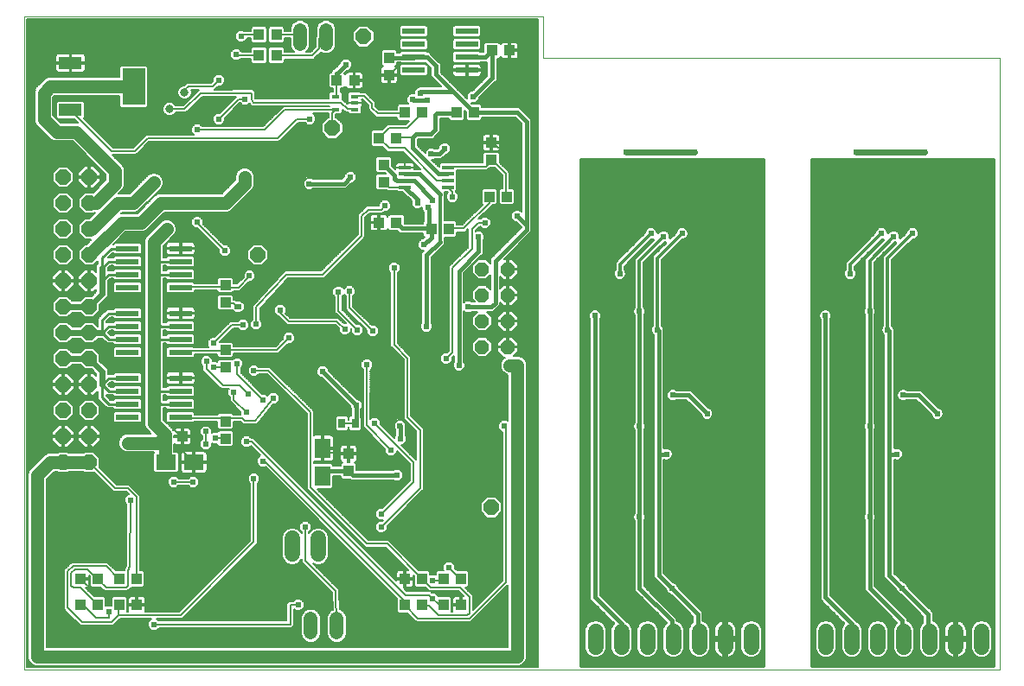
<source format=gbl>
G75*
%MOIN*%
%OFA0B0*%
%FSLAX25Y25*%
%IPPOS*%
%LPD*%
%AMOC8*
5,1,8,0,0,1.08239X$1,22.5*
%
%ADD10C,0.00000*%
%ADD11R,0.04331X0.03937*%
%ADD12R,0.04724X0.01181*%
%ADD13R,0.03937X0.04331*%
%ADD14C,0.05400*%
%ADD15C,0.06000*%
%ADD16R,0.05906X0.07677*%
%ADD17R,0.02756X0.03543*%
%ADD18R,0.07677X0.05906*%
%ADD19R,0.08661X0.02362*%
%ADD20OC8,0.06000*%
%ADD21R,0.08799X0.04799*%
%ADD22R,0.08661X0.14173*%
%ADD23OC8,0.05400*%
%ADD24R,0.03150X0.01378*%
%ADD25C,0.03562*%
%ADD26C,0.00600*%
%ADD27C,0.02400*%
%ADD28C,0.01000*%
%ADD29C,0.01600*%
%ADD30C,0.00800*%
%ADD31C,0.04000*%
%ADD32C,0.05000*%
%ADD33C,0.02400*%
%ADD34C,0.03169*%
%ADD35R,0.03562X0.03562*%
%ADD36C,0.01200*%
D10*
X0010759Y0006300D02*
X0205484Y0006300D01*
X0296224Y0006300D01*
X0386759Y0006300D01*
X0386759Y0242300D01*
X0210759Y0242300D01*
X0210759Y0258300D01*
X0010759Y0258300D01*
X0010759Y0006300D01*
X0205484Y0006300D02*
X0205720Y0006300D01*
X0296224Y0006300D02*
X0296350Y0006300D01*
D11*
X0088220Y0095454D03*
X0088220Y0102146D03*
X0071566Y0096300D03*
X0064874Y0096300D03*
X0088220Y0122954D03*
X0088220Y0129646D03*
X0088220Y0147954D03*
X0088220Y0154646D03*
X0147374Y0178800D03*
X0154066Y0178800D03*
X0149220Y0194454D03*
X0149220Y0201146D03*
X0137866Y0233600D03*
X0131174Y0233600D03*
X0190974Y0245200D03*
X0197666Y0245200D03*
X0190720Y0209646D03*
X0190720Y0202954D03*
D12*
X0174035Y0200135D03*
X0174035Y0197576D03*
X0174035Y0195017D03*
X0174035Y0192457D03*
X0157401Y0192457D03*
X0157401Y0195017D03*
X0157401Y0197576D03*
X0157401Y0200135D03*
D13*
X0154066Y0211300D03*
X0147374Y0211300D03*
X0157374Y0221300D03*
X0164066Y0221300D03*
X0177374Y0221300D03*
X0184066Y0221300D03*
X0151320Y0235754D03*
X0151320Y0242446D03*
X0107866Y0243300D03*
X0101174Y0243300D03*
X0101174Y0251300D03*
X0107866Y0251300D03*
X0189974Y0188800D03*
X0196666Y0188800D03*
X0174266Y0176300D03*
X0167574Y0176300D03*
X0135720Y0089646D03*
X0135720Y0082954D03*
X0157374Y0041300D03*
X0164066Y0041300D03*
X0172374Y0041300D03*
X0179066Y0041300D03*
X0179066Y0031300D03*
X0172374Y0031300D03*
X0164066Y0031300D03*
X0157374Y0031300D03*
X0054066Y0031300D03*
X0047374Y0031300D03*
X0039066Y0031300D03*
X0032374Y0031300D03*
X0032374Y0041300D03*
X0039066Y0041300D03*
X0047374Y0041300D03*
X0054066Y0041300D03*
D14*
X0121120Y0026000D02*
X0121120Y0020600D01*
X0131120Y0020600D02*
X0131120Y0026000D01*
X0127020Y0247700D02*
X0127020Y0253100D01*
X0117020Y0253100D02*
X0117020Y0247700D01*
D15*
X0114020Y0056900D02*
X0114020Y0050900D01*
X0124020Y0050900D02*
X0124020Y0056900D01*
X0230917Y0021111D02*
X0230917Y0015111D01*
X0240917Y0015111D02*
X0240917Y0021111D01*
X0250917Y0021111D02*
X0250917Y0015111D01*
X0260917Y0015111D02*
X0260917Y0021111D01*
X0270917Y0021111D02*
X0270917Y0015111D01*
X0280917Y0015111D02*
X0280917Y0021111D01*
X0290917Y0021111D02*
X0290917Y0015111D01*
X0319657Y0015111D02*
X0319657Y0021111D01*
X0329657Y0021111D02*
X0329657Y0015111D01*
X0339657Y0015111D02*
X0339657Y0021111D01*
X0349657Y0021111D02*
X0349657Y0015111D01*
X0359657Y0015111D02*
X0359657Y0021111D01*
X0369657Y0021111D02*
X0369657Y0015111D01*
X0379657Y0015111D02*
X0379657Y0021111D01*
D16*
X0125720Y0080887D03*
X0125720Y0091713D03*
D17*
X0133161Y0101300D03*
X0138279Y0101300D03*
D18*
X0076133Y0086300D03*
X0065307Y0086300D03*
D19*
X0070956Y0103800D03*
X0070956Y0108800D03*
X0070956Y0113800D03*
X0070956Y0118800D03*
X0070956Y0128800D03*
X0070956Y0133800D03*
X0070956Y0138800D03*
X0070956Y0143800D03*
X0070956Y0153800D03*
X0070956Y0158800D03*
X0070956Y0163800D03*
X0070956Y0168800D03*
X0050484Y0168800D03*
X0050484Y0163800D03*
X0050484Y0158800D03*
X0050484Y0153800D03*
X0050484Y0143800D03*
X0050484Y0138800D03*
X0050484Y0133800D03*
X0050484Y0128800D03*
X0050484Y0118800D03*
X0050484Y0113800D03*
X0050484Y0108800D03*
X0050484Y0103800D03*
X0160784Y0237600D03*
X0160784Y0242600D03*
X0160784Y0247600D03*
X0160784Y0252600D03*
X0181256Y0252600D03*
X0181256Y0247600D03*
X0181256Y0242600D03*
X0181256Y0237600D03*
D20*
X0141420Y0250600D03*
X0129420Y0215200D03*
X0100720Y0166300D03*
X0035720Y0166300D03*
X0035720Y0156300D03*
X0035720Y0146300D03*
X0025720Y0146300D03*
X0025720Y0156300D03*
X0025720Y0166300D03*
X0025720Y0176300D03*
X0035720Y0176300D03*
X0035720Y0186300D03*
X0035720Y0196300D03*
X0025720Y0196300D03*
X0025720Y0186300D03*
X0025720Y0136300D03*
X0035720Y0136300D03*
X0035720Y0126300D03*
X0035720Y0116300D03*
X0025720Y0116300D03*
X0025720Y0126300D03*
X0025720Y0106300D03*
X0035720Y0106300D03*
X0035720Y0096300D03*
X0035720Y0086300D03*
X0025720Y0086300D03*
X0025720Y0096300D03*
X0190720Y0068900D03*
D21*
X0028519Y0222202D03*
X0028519Y0231300D03*
X0028519Y0240398D03*
D22*
X0052921Y0231300D03*
D23*
X0187120Y0160800D03*
X0197120Y0160800D03*
X0197120Y0150800D03*
X0187120Y0150800D03*
X0187120Y0140800D03*
X0197120Y0140800D03*
X0197120Y0130800D03*
X0187120Y0130800D03*
D24*
X0138160Y0222341D03*
X0138160Y0224900D03*
X0138160Y0227459D03*
X0130680Y0227459D03*
X0130680Y0222341D03*
D25*
X0065720Y0176300D03*
X0050720Y0093800D03*
X0088220Y0063800D03*
X0093220Y0063800D03*
X0093220Y0058800D03*
X0088220Y0058800D03*
X0088220Y0053800D03*
X0094720Y0042700D03*
X0094720Y0037800D03*
X0085720Y0011300D03*
X0080720Y0011300D03*
X0075720Y0011300D03*
X0070720Y0011300D03*
X0132120Y0049800D03*
X0141920Y0061400D03*
X0180720Y0088100D03*
X0185720Y0086300D03*
X0190720Y0086300D03*
X0190720Y0081300D03*
X0185720Y0081300D03*
X0190720Y0091300D03*
X0197820Y0123700D03*
D26*
X0194214Y0123608D02*
X0180527Y0123608D01*
X0180527Y0123010D02*
X0194235Y0123010D01*
X0194240Y0122859D02*
X0194834Y0121553D01*
X0195883Y0120573D01*
X0197113Y0120113D01*
X0197113Y0102170D01*
X0196676Y0102607D01*
X0194764Y0102607D01*
X0193413Y0101256D01*
X0193413Y0099344D01*
X0194764Y0097993D01*
X0194861Y0097993D01*
X0194861Y0040653D01*
X0183604Y0029396D01*
X0183604Y0035025D01*
X0180601Y0038028D01*
X0181494Y0038028D01*
X0182142Y0038676D01*
X0182142Y0043924D01*
X0181494Y0044572D01*
X0177574Y0044572D01*
X0176765Y0045381D01*
X0176765Y0046654D01*
X0175414Y0048005D01*
X0173503Y0048005D01*
X0172151Y0046654D01*
X0172151Y0044743D01*
X0172321Y0044572D01*
X0169946Y0044572D01*
X0169298Y0043924D01*
X0169298Y0042865D01*
X0169082Y0043081D01*
X0167171Y0043081D01*
X0167142Y0043052D01*
X0167142Y0043924D01*
X0166494Y0044572D01*
X0162800Y0044572D01*
X0151121Y0056252D01*
X0143382Y0056252D01*
X0123692Y0075941D01*
X0129131Y0075941D01*
X0129780Y0076589D01*
X0129780Y0081046D01*
X0132644Y0081046D01*
X0132644Y0080330D01*
X0133293Y0079681D01*
X0136295Y0079681D01*
X0136594Y0079383D01*
X0153103Y0079383D01*
X0153503Y0078983D01*
X0155415Y0078983D01*
X0156766Y0080334D01*
X0156766Y0082245D01*
X0155415Y0083597D01*
X0153503Y0083597D01*
X0153103Y0083197D01*
X0138796Y0083197D01*
X0138796Y0085577D01*
X0138147Y0086226D01*
X0138027Y0086226D01*
X0138190Y0086270D01*
X0138487Y0086441D01*
X0138729Y0086683D01*
X0138900Y0086979D01*
X0138988Y0087310D01*
X0138988Y0089346D01*
X0136020Y0089346D01*
X0136020Y0086226D01*
X0135420Y0086226D01*
X0135420Y0089346D01*
X0136020Y0089346D01*
X0136020Y0089946D01*
X0138988Y0089946D01*
X0138988Y0091983D01*
X0138900Y0092314D01*
X0138729Y0092610D01*
X0138487Y0092852D01*
X0138190Y0093023D01*
X0137860Y0093112D01*
X0136020Y0093112D01*
X0136020Y0089946D01*
X0135420Y0089946D01*
X0135420Y0089346D01*
X0132451Y0089346D01*
X0132451Y0087310D01*
X0132540Y0086979D01*
X0132711Y0086683D01*
X0132953Y0086441D01*
X0133250Y0086270D01*
X0133413Y0086226D01*
X0133293Y0086226D01*
X0132644Y0085577D01*
X0132644Y0084861D01*
X0129780Y0084861D01*
X0129780Y0085184D01*
X0129131Y0085832D01*
X0122396Y0085832D01*
X0122396Y0086628D01*
X0122596Y0086575D01*
X0125420Y0086575D01*
X0125420Y0091413D01*
X0126020Y0091413D01*
X0126020Y0086575D01*
X0128844Y0086575D01*
X0129175Y0086663D01*
X0129471Y0086835D01*
X0129713Y0087077D01*
X0129884Y0087373D01*
X0129973Y0087704D01*
X0129973Y0091413D01*
X0126020Y0091413D01*
X0126020Y0092013D01*
X0129973Y0092013D01*
X0129973Y0095723D01*
X0129884Y0096054D01*
X0129713Y0096350D01*
X0129471Y0096592D01*
X0129175Y0096763D01*
X0128844Y0096852D01*
X0126020Y0096852D01*
X0126020Y0092013D01*
X0125420Y0092013D01*
X0125420Y0096852D01*
X0122596Y0096852D01*
X0122396Y0096798D01*
X0122396Y0106082D01*
X0121572Y0106907D01*
X0105390Y0123088D01*
X0101035Y0123088D01*
X0100135Y0123988D01*
X0098223Y0123988D01*
X0096872Y0122637D01*
X0096872Y0120725D01*
X0098223Y0119374D01*
X0100135Y0119374D01*
X0101035Y0120274D01*
X0104225Y0120274D01*
X0119582Y0104917D01*
X0119582Y0076071D01*
X0120406Y0075247D01*
X0141392Y0054262D01*
X0141392Y0054262D01*
X0142216Y0053437D01*
X0149955Y0053437D01*
X0158627Y0044765D01*
X0157673Y0044765D01*
X0157673Y0041600D01*
X0157074Y0041600D01*
X0157074Y0044765D01*
X0155234Y0044765D01*
X0154903Y0044677D01*
X0154607Y0044506D01*
X0154365Y0044264D01*
X0154194Y0043967D01*
X0154105Y0043637D01*
X0154105Y0041600D01*
X0157073Y0041600D01*
X0157073Y0041000D01*
X0154105Y0041000D01*
X0154105Y0040603D01*
X0099058Y0095650D01*
X0098220Y0095650D01*
X0097320Y0096550D01*
X0095409Y0096550D01*
X0094058Y0095199D01*
X0094058Y0093287D01*
X0095409Y0091936D01*
X0097320Y0091936D01*
X0098057Y0092672D01*
X0101643Y0089086D01*
X0100313Y0087756D01*
X0100313Y0085844D01*
X0101664Y0084493D01*
X0103576Y0084493D01*
X0103595Y0084512D01*
X0154298Y0033809D01*
X0154298Y0028676D01*
X0154946Y0028028D01*
X0158480Y0028028D01*
X0161091Y0025416D01*
X0161915Y0024592D01*
X0182780Y0024592D01*
X0196851Y0038663D01*
X0197113Y0038925D01*
X0197113Y0014907D01*
X0019327Y0014907D01*
X0019327Y0079806D01*
X0022214Y0082693D01*
X0023519Y0082693D01*
X0024019Y0082193D01*
X0027421Y0082193D01*
X0027921Y0082693D01*
X0033519Y0082693D01*
X0034019Y0082193D01*
X0037421Y0082193D01*
X0037629Y0082401D01*
X0045137Y0074893D01*
X0050137Y0074893D01*
X0050904Y0074126D01*
X0050572Y0074126D01*
X0049220Y0072775D01*
X0049220Y0070863D01*
X0050113Y0069970D01*
X0050021Y0046482D01*
X0049442Y0045089D01*
X0049227Y0044874D01*
X0049227Y0044572D01*
X0046011Y0044572D01*
X0042775Y0047809D01*
X0028945Y0047809D01*
X0028121Y0046985D01*
X0026011Y0044874D01*
X0026011Y0029638D01*
X0026835Y0028813D01*
X0032463Y0023185D01*
X0044885Y0023185D01*
X0045710Y0024009D01*
X0045710Y0024009D01*
X0047700Y0025999D01*
X0059656Y0025999D01*
X0058413Y0024756D01*
X0058413Y0022844D01*
X0059764Y0021493D01*
X0061676Y0021493D01*
X0062576Y0022393D01*
X0113803Y0022393D01*
X0114627Y0023217D01*
X0114627Y0029630D01*
X0115264Y0028993D01*
X0117176Y0028993D01*
X0118527Y0030344D01*
X0118527Y0032256D01*
X0117176Y0033607D01*
X0115264Y0033607D01*
X0114364Y0032707D01*
X0112637Y0032707D01*
X0111813Y0031883D01*
X0111813Y0025207D01*
X0062576Y0025207D01*
X0061783Y0025999D01*
X0071620Y0025999D01*
X0072444Y0026823D01*
X0100586Y0054965D01*
X0100586Y0078102D01*
X0101486Y0079002D01*
X0101486Y0080913D01*
X0100135Y0082265D01*
X0098223Y0082265D01*
X0096872Y0080913D01*
X0096872Y0079002D01*
X0097772Y0078102D01*
X0097772Y0056131D01*
X0070454Y0028813D01*
X0057295Y0028813D01*
X0057335Y0028963D01*
X0057335Y0031000D01*
X0054366Y0031000D01*
X0054366Y0031600D01*
X0053766Y0031600D01*
X0053766Y0031000D01*
X0050798Y0031000D01*
X0050798Y0028963D01*
X0050838Y0028813D01*
X0050449Y0028813D01*
X0050449Y0033924D01*
X0049801Y0034572D01*
X0044946Y0034572D01*
X0044298Y0033924D01*
X0044298Y0030985D01*
X0044176Y0031107D01*
X0042264Y0031107D01*
X0042142Y0030985D01*
X0042142Y0033924D01*
X0041494Y0034572D01*
X0037719Y0034572D01*
X0034457Y0037835D01*
X0034513Y0037835D01*
X0034844Y0037923D01*
X0035140Y0038094D01*
X0035382Y0038336D01*
X0035553Y0038633D01*
X0035642Y0038963D01*
X0035642Y0041000D01*
X0032674Y0041000D01*
X0032674Y0041600D01*
X0035642Y0041600D01*
X0035642Y0042520D01*
X0035991Y0042171D01*
X0035991Y0038676D01*
X0036639Y0038028D01*
X0040134Y0038028D01*
X0041609Y0036552D01*
X0050514Y0036552D01*
X0051338Y0037377D01*
X0051989Y0038028D01*
X0056494Y0038028D01*
X0057142Y0038676D01*
X0057142Y0043924D01*
X0056494Y0044572D01*
X0055474Y0044572D01*
X0055474Y0073536D01*
X0054649Y0074361D01*
X0052127Y0076883D01*
X0051303Y0077707D01*
X0046303Y0077707D01*
X0039619Y0084391D01*
X0039827Y0084599D01*
X0039827Y0088001D01*
X0037421Y0090407D01*
X0034019Y0090407D01*
X0033519Y0089907D01*
X0027921Y0089907D01*
X0027421Y0090407D01*
X0024019Y0090407D01*
X0023519Y0089907D01*
X0020002Y0089907D01*
X0018677Y0089358D01*
X0013677Y0084358D01*
X0013677Y0084358D01*
X0012662Y0083343D01*
X0012113Y0082017D01*
X0012113Y0010582D01*
X0012662Y0009257D01*
X0013677Y0008242D01*
X0015002Y0007693D01*
X0201437Y0007693D01*
X0202763Y0008242D01*
X0203778Y0009257D01*
X0204327Y0010582D01*
X0204327Y0123147D01*
X0204350Y0123207D01*
X0204327Y0123862D01*
X0204327Y0124517D01*
X0204302Y0124577D01*
X0204300Y0124641D01*
X0204029Y0125238D01*
X0203778Y0125843D01*
X0203732Y0125889D01*
X0203706Y0125947D01*
X0203227Y0126394D01*
X0202763Y0126858D01*
X0202704Y0126883D01*
X0202657Y0126927D01*
X0202043Y0127156D01*
X0201437Y0127407D01*
X0201373Y0127407D01*
X0201313Y0127430D01*
X0200658Y0127407D01*
X0200002Y0127407D01*
X0199943Y0127382D01*
X0199338Y0127362D01*
X0201120Y0129143D01*
X0201120Y0130500D01*
X0197420Y0130500D01*
X0197420Y0131100D01*
X0201120Y0131100D01*
X0201120Y0132457D01*
X0198777Y0134800D01*
X0197420Y0134800D01*
X0197420Y0131100D01*
X0196820Y0131100D01*
X0196820Y0134800D01*
X0195463Y0134800D01*
X0193120Y0132457D01*
X0193120Y0131100D01*
X0196820Y0131100D01*
X0196820Y0130500D01*
X0193120Y0130500D01*
X0193120Y0129143D01*
X0195463Y0126800D01*
X0195924Y0126800D01*
X0195673Y0126686D01*
X0194693Y0125637D01*
X0194190Y0124293D01*
X0194240Y0122859D01*
X0194443Y0122411D02*
X0180094Y0122411D01*
X0180527Y0122844D02*
X0179176Y0121493D01*
X0177264Y0121493D01*
X0175913Y0122844D01*
X0175913Y0124756D01*
X0176313Y0125156D01*
X0176313Y0127403D01*
X0176303Y0127393D01*
X0175527Y0126617D01*
X0175527Y0125344D01*
X0174176Y0123993D01*
X0172264Y0123993D01*
X0170913Y0125344D01*
X0170913Y0127256D01*
X0172264Y0128607D01*
X0173537Y0128607D01*
X0174313Y0129383D01*
X0174313Y0161883D01*
X0181813Y0169383D01*
X0181813Y0176294D01*
X0180669Y0175150D01*
X0177342Y0175150D01*
X0177342Y0173676D01*
X0176694Y0173028D01*
X0172627Y0173028D01*
X0172627Y0172276D01*
X0172842Y0172052D01*
X0172811Y0170473D01*
X0167627Y0165488D01*
X0167627Y0140156D01*
X0168027Y0139756D01*
X0168027Y0137844D01*
X0166676Y0136493D01*
X0164764Y0136493D01*
X0163413Y0137844D01*
X0163413Y0139756D01*
X0163813Y0140156D01*
X0163813Y0165532D01*
X0163798Y0165548D01*
X0163813Y0166319D01*
X0163813Y0167090D01*
X0163828Y0167105D01*
X0163829Y0167127D01*
X0164385Y0167662D01*
X0164716Y0167993D01*
X0163764Y0167993D01*
X0162413Y0169344D01*
X0162413Y0171256D01*
X0163764Y0172607D01*
X0164330Y0172607D01*
X0164948Y0173226D01*
X0164498Y0173676D01*
X0164498Y0174650D01*
X0155519Y0174650D01*
X0154445Y0175724D01*
X0151443Y0175724D01*
X0150794Y0176373D01*
X0150794Y0176493D01*
X0150750Y0176330D01*
X0150579Y0176033D01*
X0150337Y0175791D01*
X0150041Y0175620D01*
X0149710Y0175531D01*
X0147673Y0175531D01*
X0147673Y0178500D01*
X0147074Y0178500D01*
X0147074Y0175531D01*
X0145037Y0175531D01*
X0144706Y0175620D01*
X0144410Y0175791D01*
X0144168Y0176033D01*
X0143997Y0176330D01*
X0143908Y0176660D01*
X0143908Y0178500D01*
X0147073Y0178500D01*
X0147073Y0179100D01*
X0143908Y0179100D01*
X0143908Y0180940D01*
X0143997Y0181270D01*
X0144168Y0181567D01*
X0144410Y0181809D01*
X0144706Y0181980D01*
X0145037Y0182068D01*
X0147074Y0182068D01*
X0147074Y0179100D01*
X0147673Y0179100D01*
X0147673Y0182068D01*
X0149710Y0182068D01*
X0150041Y0181980D01*
X0150337Y0181809D01*
X0150579Y0181567D01*
X0150750Y0181270D01*
X0150794Y0181107D01*
X0150794Y0181227D01*
X0151443Y0181876D01*
X0156690Y0181876D01*
X0157339Y0181227D01*
X0157339Y0178465D01*
X0164498Y0178465D01*
X0164498Y0178924D01*
X0164812Y0179238D01*
X0164812Y0182745D01*
X0163913Y0183644D01*
X0163913Y0184730D01*
X0163176Y0183993D01*
X0161264Y0183993D01*
X0159913Y0185344D01*
X0159913Y0187249D01*
X0156402Y0190760D01*
X0154580Y0190760D01*
X0154290Y0191050D01*
X0150633Y0191050D01*
X0150306Y0191378D01*
X0146596Y0191378D01*
X0145948Y0192026D01*
X0145948Y0196881D01*
X0146596Y0197529D01*
X0150140Y0197529D01*
X0149599Y0198071D01*
X0146596Y0198071D01*
X0145948Y0198719D01*
X0145948Y0203574D01*
X0146596Y0204222D01*
X0151844Y0204222D01*
X0152492Y0203574D01*
X0152492Y0200571D01*
X0153757Y0199307D01*
X0153739Y0199373D01*
X0153739Y0200135D01*
X0157401Y0200135D01*
X0157401Y0202025D01*
X0154868Y0202025D01*
X0154537Y0201937D01*
X0154241Y0201765D01*
X0153999Y0201523D01*
X0153827Y0201227D01*
X0153739Y0200896D01*
X0153739Y0200135D01*
X0157401Y0200135D01*
X0157401Y0200135D01*
X0157401Y0202025D01*
X0159934Y0202025D01*
X0160265Y0201937D01*
X0160562Y0201765D01*
X0160804Y0201523D01*
X0160975Y0201227D01*
X0161063Y0200896D01*
X0161063Y0200135D01*
X0157401Y0200135D01*
X0157401Y0200135D01*
X0157401Y0200135D01*
X0161063Y0200135D01*
X0161063Y0199483D01*
X0162932Y0199483D01*
X0163342Y0199488D01*
X0156724Y0206106D01*
X0150658Y0206106D01*
X0148737Y0208028D01*
X0144946Y0208028D01*
X0144298Y0208676D01*
X0144298Y0213924D01*
X0144946Y0214572D01*
X0148571Y0214572D01*
X0150658Y0216659D01*
X0157694Y0216659D01*
X0159062Y0218028D01*
X0154946Y0218028D01*
X0154298Y0218676D01*
X0154298Y0219474D01*
X0146356Y0219474D01*
X0144137Y0221693D01*
X0143313Y0222517D01*
X0143313Y0224017D01*
X0141037Y0226293D01*
X0140830Y0226293D01*
X0140946Y0226091D01*
X0141035Y0225760D01*
X0141035Y0224944D01*
X0138205Y0224944D01*
X0138205Y0224855D01*
X0141035Y0224855D01*
X0141035Y0224040D01*
X0140946Y0223709D01*
X0140827Y0223503D01*
X0140842Y0223488D01*
X0140842Y0221193D01*
X0140194Y0220545D01*
X0136127Y0220545D01*
X0135479Y0221193D01*
X0134637Y0221193D01*
X0133813Y0222017D01*
X0133362Y0222468D01*
X0133362Y0221193D01*
X0132713Y0220545D01*
X0130874Y0220545D01*
X0130827Y0220498D01*
X0130827Y0219307D01*
X0131121Y0219307D01*
X0133527Y0216901D01*
X0133527Y0213499D01*
X0131121Y0211093D01*
X0127719Y0211093D01*
X0125313Y0213499D01*
X0125313Y0216901D01*
X0127719Y0219307D01*
X0128013Y0219307D01*
X0128013Y0220881D01*
X0121902Y0220881D01*
X0123027Y0219756D01*
X0123027Y0217844D01*
X0121676Y0216493D01*
X0119764Y0216493D01*
X0118864Y0217393D01*
X0116303Y0217393D01*
X0109627Y0210717D01*
X0108803Y0209893D01*
X0058803Y0209893D01*
X0054627Y0205717D01*
X0053803Y0204893D01*
X0044728Y0204893D01*
X0048778Y0200843D01*
X0049327Y0199517D01*
X0049327Y0193082D01*
X0048778Y0191757D01*
X0047763Y0190742D01*
X0046928Y0189907D01*
X0051226Y0189907D01*
X0057832Y0196513D01*
X0057832Y0196540D01*
X0058480Y0197188D01*
X0058507Y0197188D01*
X0058677Y0197358D01*
X0060002Y0197907D01*
X0061437Y0197907D01*
X0062763Y0197358D01*
X0062933Y0197188D01*
X0062960Y0197188D01*
X0063608Y0196540D01*
X0063608Y0196513D01*
X0063778Y0196343D01*
X0064327Y0195017D01*
X0064327Y0193582D01*
X0063778Y0192257D01*
X0063608Y0192087D01*
X0063608Y0192060D01*
X0062960Y0191412D01*
X0062933Y0191412D01*
X0054763Y0183242D01*
X0053437Y0182693D01*
X0048214Y0182693D01*
X0047928Y0182407D01*
X0054226Y0182407D01*
X0061177Y0189358D01*
X0062502Y0189907D01*
X0086726Y0189907D01*
X0092113Y0195294D01*
X0092113Y0197017D01*
X0092662Y0198343D01*
X0092832Y0198513D01*
X0092832Y0198540D01*
X0093480Y0199188D01*
X0093507Y0199188D01*
X0093677Y0199358D01*
X0095002Y0199907D01*
X0096437Y0199907D01*
X0097763Y0199358D01*
X0097933Y0199188D01*
X0097960Y0199188D01*
X0098608Y0198540D01*
X0098608Y0198513D01*
X0098778Y0198343D01*
X0099327Y0197017D01*
X0099327Y0193082D01*
X0098778Y0191757D01*
X0097763Y0190742D01*
X0097763Y0190742D01*
X0090263Y0183242D01*
X0088937Y0182693D01*
X0064714Y0182693D01*
X0057763Y0175742D01*
X0056437Y0175193D01*
X0049714Y0175193D01*
X0044928Y0170407D01*
X0045046Y0170407D01*
X0045046Y0170440D01*
X0045694Y0171088D01*
X0055273Y0171088D01*
X0055922Y0170440D01*
X0055922Y0167160D01*
X0055273Y0166512D01*
X0045694Y0166512D01*
X0045046Y0167160D01*
X0045046Y0167193D01*
X0044886Y0167193D01*
X0043100Y0165407D01*
X0045046Y0165407D01*
X0045046Y0165440D01*
X0045694Y0166088D01*
X0055273Y0166088D01*
X0055922Y0165440D01*
X0055922Y0162160D01*
X0055273Y0161512D01*
X0045694Y0161512D01*
X0045046Y0162160D01*
X0045046Y0162193D01*
X0043886Y0162193D01*
X0043027Y0161334D01*
X0043027Y0160407D01*
X0045046Y0160407D01*
X0045046Y0160440D01*
X0045694Y0161088D01*
X0055273Y0161088D01*
X0055922Y0160440D01*
X0055922Y0157160D01*
X0055273Y0156512D01*
X0045694Y0156512D01*
X0045046Y0157160D01*
X0045046Y0157193D01*
X0043886Y0157193D01*
X0043027Y0156334D01*
X0043027Y0150344D01*
X0041676Y0148993D01*
X0039827Y0147144D01*
X0039827Y0144599D01*
X0037421Y0142193D01*
X0034019Y0142193D01*
X0032219Y0143993D01*
X0029221Y0143993D01*
X0027421Y0142193D01*
X0024019Y0142193D01*
X0021613Y0144599D01*
X0021613Y0148001D01*
X0024019Y0150407D01*
X0027421Y0150407D01*
X0029221Y0148607D01*
X0032219Y0148607D01*
X0034019Y0150407D01*
X0036564Y0150407D01*
X0038413Y0152256D01*
X0038413Y0152912D01*
X0037501Y0152000D01*
X0036020Y0152000D01*
X0036020Y0156000D01*
X0035420Y0156000D01*
X0035420Y0152000D01*
X0033939Y0152000D01*
X0031420Y0154519D01*
X0031420Y0156000D01*
X0035420Y0156000D01*
X0035420Y0156600D01*
X0035420Y0160600D01*
X0033939Y0160600D01*
X0031420Y0158081D01*
X0031420Y0156600D01*
X0035420Y0156600D01*
X0036020Y0156600D01*
X0036020Y0160600D01*
X0037501Y0160600D01*
X0038413Y0159688D01*
X0038413Y0162256D01*
X0039113Y0162956D01*
X0039113Y0163885D01*
X0037421Y0162193D01*
X0034019Y0162193D01*
X0031613Y0164599D01*
X0031613Y0168001D01*
X0034019Y0170407D01*
X0034726Y0170407D01*
X0036512Y0172193D01*
X0034019Y0172193D01*
X0031613Y0174599D01*
X0031613Y0178001D01*
X0034019Y0180407D01*
X0035726Y0180407D01*
X0038012Y0182693D01*
X0037921Y0182693D01*
X0037421Y0182193D01*
X0034019Y0182193D01*
X0031613Y0184599D01*
X0031613Y0188001D01*
X0034019Y0190407D01*
X0037226Y0190407D01*
X0042113Y0195294D01*
X0042113Y0197306D01*
X0029226Y0210193D01*
X0022502Y0210193D01*
X0021177Y0210742D01*
X0016177Y0215742D01*
X0015162Y0216757D01*
X0014613Y0218082D01*
X0014613Y0229517D01*
X0015162Y0230843D01*
X0017662Y0233343D01*
X0018677Y0234358D01*
X0020002Y0234907D01*
X0047483Y0234907D01*
X0047483Y0238845D01*
X0048131Y0239494D01*
X0057710Y0239494D01*
X0058359Y0238845D01*
X0058359Y0223755D01*
X0057710Y0223106D01*
X0048131Y0223106D01*
X0047483Y0223755D01*
X0047483Y0227693D01*
X0022214Y0227693D01*
X0021827Y0227306D01*
X0021827Y0220294D01*
X0024714Y0217407D01*
X0031324Y0217407D01*
X0030036Y0218695D01*
X0023661Y0218695D01*
X0023012Y0219343D01*
X0023012Y0225060D01*
X0023661Y0225708D01*
X0033377Y0225708D01*
X0034026Y0225060D01*
X0034026Y0219343D01*
X0033697Y0219014D01*
X0045004Y0207707D01*
X0052637Y0207707D01*
X0057637Y0212707D01*
X0075948Y0212707D01*
X0075062Y0213593D01*
X0075062Y0215504D01*
X0076414Y0216856D01*
X0078325Y0216856D01*
X0079225Y0215956D01*
X0102817Y0215956D01*
X0110556Y0223695D01*
X0128204Y0223695D01*
X0128204Y0223695D01*
X0099673Y0223695D01*
X0099603Y0223639D01*
X0099101Y0223695D01*
X0098596Y0223695D01*
X0098533Y0223758D01*
X0098445Y0223768D01*
X0098129Y0224162D01*
X0097772Y0224519D01*
X0097772Y0224608D01*
X0097558Y0224875D01*
X0096676Y0223993D01*
X0094764Y0223993D01*
X0093864Y0224893D01*
X0093803Y0224893D01*
X0088027Y0219117D01*
X0088027Y0217844D01*
X0086676Y0216493D01*
X0084764Y0216493D01*
X0083413Y0217844D01*
X0083413Y0219756D01*
X0084764Y0221107D01*
X0086037Y0221107D01*
X0092293Y0227363D01*
X0079206Y0227296D01*
X0073927Y0222017D01*
X0073103Y0221193D01*
X0069050Y0221193D01*
X0069002Y0221075D01*
X0068244Y0220318D01*
X0067255Y0219909D01*
X0066185Y0219909D01*
X0065195Y0220318D01*
X0064438Y0221075D01*
X0064029Y0222065D01*
X0064029Y0223135D01*
X0064438Y0224125D01*
X0065195Y0224882D01*
X0066185Y0225291D01*
X0067255Y0225291D01*
X0068244Y0224882D01*
X0069002Y0224125D01*
X0069050Y0224007D01*
X0071937Y0224007D01*
X0077622Y0229692D01*
X0077920Y0229993D01*
X0075022Y0229993D01*
X0075211Y0229535D01*
X0075211Y0228465D01*
X0074802Y0227475D01*
X0074044Y0226718D01*
X0073055Y0226309D01*
X0071985Y0226309D01*
X0070995Y0226718D01*
X0070238Y0227475D01*
X0069829Y0228465D01*
X0069829Y0229535D01*
X0070238Y0230525D01*
X0070995Y0231282D01*
X0071985Y0231691D01*
X0072221Y0231691D01*
X0073337Y0232807D01*
X0082737Y0232807D01*
X0083413Y0233483D01*
X0083413Y0234756D01*
X0084764Y0236107D01*
X0086676Y0236107D01*
X0088027Y0234756D01*
X0088027Y0232844D01*
X0086676Y0231493D01*
X0085403Y0231493D01*
X0084727Y0230817D01*
X0084045Y0230135D01*
X0097634Y0230204D01*
X0097637Y0230207D01*
X0098217Y0230207D01*
X0098796Y0230210D01*
X0098799Y0230207D01*
X0098803Y0230207D01*
X0099212Y0229798D01*
X0099624Y0229390D01*
X0099624Y0229386D01*
X0099627Y0229383D01*
X0099627Y0228804D01*
X0099630Y0228224D01*
X0099627Y0228221D01*
X0099627Y0226794D01*
X0099855Y0226509D01*
X0127998Y0226509D01*
X0127998Y0228607D01*
X0128646Y0229255D01*
X0129766Y0229255D01*
X0129766Y0230524D01*
X0128550Y0230524D01*
X0127901Y0231173D01*
X0127901Y0236027D01*
X0128550Y0236676D01*
X0129166Y0236676D01*
X0129166Y0237243D01*
X0130284Y0238361D01*
X0130484Y0238361D01*
X0132313Y0240190D01*
X0132313Y0240756D01*
X0133664Y0242107D01*
X0135576Y0242107D01*
X0136927Y0240756D01*
X0136927Y0238844D01*
X0135576Y0237493D01*
X0135010Y0237493D01*
X0133995Y0236478D01*
X0134446Y0236027D01*
X0134446Y0235907D01*
X0134490Y0236070D01*
X0134661Y0236367D01*
X0134903Y0236609D01*
X0135199Y0236780D01*
X0135530Y0236868D01*
X0137566Y0236868D01*
X0137566Y0233900D01*
X0138166Y0233900D01*
X0138166Y0236868D01*
X0140203Y0236868D01*
X0140534Y0236780D01*
X0140830Y0236609D01*
X0141072Y0236367D01*
X0141243Y0236070D01*
X0141332Y0235740D01*
X0141332Y0233900D01*
X0138166Y0233900D01*
X0138166Y0233300D01*
X0138166Y0230331D01*
X0140203Y0230331D01*
X0140534Y0230420D01*
X0140830Y0230591D01*
X0141072Y0230833D01*
X0141243Y0231130D01*
X0141332Y0231460D01*
X0141332Y0233300D01*
X0138166Y0233300D01*
X0137566Y0233300D01*
X0137566Y0230331D01*
X0135530Y0230331D01*
X0135199Y0230420D01*
X0134903Y0230591D01*
X0134661Y0230833D01*
X0134490Y0231130D01*
X0134446Y0231293D01*
X0134446Y0231173D01*
X0133797Y0230524D01*
X0132581Y0230524D01*
X0132581Y0229255D01*
X0132713Y0229255D01*
X0133362Y0228607D01*
X0133362Y0226448D01*
X0135285Y0224525D01*
X0135285Y0224855D01*
X0138116Y0224855D01*
X0138116Y0224944D01*
X0135285Y0224944D01*
X0135285Y0225760D01*
X0135374Y0226091D01*
X0135493Y0226297D01*
X0135478Y0226312D01*
X0135478Y0228607D01*
X0136127Y0229255D01*
X0140194Y0229255D01*
X0140342Y0229107D01*
X0142203Y0229107D01*
X0143027Y0228283D01*
X0146127Y0225183D01*
X0146127Y0223683D01*
X0147522Y0222288D01*
X0154298Y0222288D01*
X0154298Y0223924D01*
X0154946Y0224572D01*
X0158785Y0224572D01*
X0158113Y0225244D01*
X0158113Y0227156D01*
X0159464Y0228507D01*
X0160913Y0228507D01*
X0160913Y0229756D01*
X0162264Y0231107D01*
X0162775Y0231107D01*
X0162905Y0231182D01*
X0163057Y0231334D01*
X0171255Y0231334D01*
X0167413Y0235176D01*
X0167413Y0238410D01*
X0165511Y0240312D01*
X0155994Y0240312D01*
X0155767Y0240539D01*
X0154396Y0240539D01*
X0154396Y0239823D01*
X0153747Y0239174D01*
X0153627Y0239174D01*
X0153790Y0239130D01*
X0154087Y0238959D01*
X0154329Y0238717D01*
X0154500Y0238421D01*
X0154588Y0238090D01*
X0154588Y0236054D01*
X0151620Y0236054D01*
X0151620Y0235454D01*
X0154588Y0235454D01*
X0154588Y0233417D01*
X0154500Y0233086D01*
X0154329Y0232790D01*
X0154087Y0232548D01*
X0153790Y0232377D01*
X0153460Y0232288D01*
X0151620Y0232288D01*
X0151620Y0235453D01*
X0151020Y0235453D01*
X0151020Y0232288D01*
X0149180Y0232288D01*
X0148850Y0232377D01*
X0148553Y0232548D01*
X0148311Y0232790D01*
X0148140Y0233086D01*
X0148051Y0233417D01*
X0148051Y0235454D01*
X0151020Y0235454D01*
X0151020Y0236054D01*
X0148051Y0236054D01*
X0148051Y0238090D01*
X0148140Y0238421D01*
X0148311Y0238717D01*
X0148553Y0238959D01*
X0148850Y0239130D01*
X0149013Y0239174D01*
X0148893Y0239174D01*
X0148244Y0239823D01*
X0148244Y0245070D01*
X0148893Y0245719D01*
X0153747Y0245719D01*
X0154396Y0245070D01*
X0154396Y0244354D01*
X0155460Y0244354D01*
X0155994Y0244888D01*
X0165573Y0244888D01*
X0165954Y0244507D01*
X0166710Y0244507D01*
X0167827Y0243390D01*
X0170110Y0241107D01*
X0170110Y0241107D01*
X0171227Y0239990D01*
X0171227Y0236756D01*
X0176649Y0231334D01*
X0176652Y0231334D01*
X0176657Y0231329D01*
X0176664Y0231329D01*
X0177215Y0230771D01*
X0177769Y0230217D01*
X0177769Y0230214D01*
X0177958Y0230025D01*
X0177958Y0230018D01*
X0177963Y0230012D01*
X0177963Y0230012D01*
X0181413Y0226518D01*
X0181413Y0228256D01*
X0182764Y0229607D01*
X0183330Y0229607D01*
X0189109Y0235386D01*
X0189086Y0240693D01*
X0186427Y0240693D01*
X0186045Y0240312D01*
X0176467Y0240312D01*
X0175818Y0240960D01*
X0175818Y0244240D01*
X0176467Y0244888D01*
X0186045Y0244888D01*
X0186427Y0244507D01*
X0187584Y0244507D01*
X0187701Y0244625D01*
X0187701Y0247627D01*
X0188350Y0248276D01*
X0193597Y0248276D01*
X0194246Y0247627D01*
X0194246Y0247507D01*
X0194290Y0247670D01*
X0194461Y0247967D01*
X0194703Y0248209D01*
X0194999Y0248380D01*
X0195330Y0248468D01*
X0197366Y0248468D01*
X0197366Y0245500D01*
X0197966Y0245500D01*
X0197966Y0248468D01*
X0200003Y0248468D01*
X0200334Y0248380D01*
X0200630Y0248209D01*
X0200872Y0247967D01*
X0201043Y0247670D01*
X0201132Y0247340D01*
X0201132Y0245500D01*
X0197966Y0245500D01*
X0197966Y0244900D01*
X0197966Y0241931D01*
X0200003Y0241931D01*
X0200334Y0242020D01*
X0200630Y0242191D01*
X0200872Y0242433D01*
X0201043Y0242730D01*
X0201132Y0243060D01*
X0201132Y0244900D01*
X0197966Y0244900D01*
X0197366Y0244900D01*
X0197366Y0241931D01*
X0195330Y0241931D01*
X0194999Y0242020D01*
X0194703Y0242191D01*
X0194461Y0242433D01*
X0194290Y0242730D01*
X0194246Y0242893D01*
X0194246Y0242773D01*
X0193597Y0242124D01*
X0192894Y0242124D01*
X0192924Y0235393D01*
X0192927Y0235390D01*
X0192927Y0234604D01*
X0192930Y0233818D01*
X0192927Y0233815D01*
X0192927Y0233810D01*
X0192372Y0233255D01*
X0191818Y0232696D01*
X0191813Y0232696D01*
X0186027Y0226910D01*
X0186027Y0226344D01*
X0184676Y0224993D01*
X0182919Y0224993D01*
X0183334Y0224572D01*
X0186494Y0224572D01*
X0187142Y0223924D01*
X0187142Y0223207D01*
X0201510Y0223207D01*
X0205010Y0219707D01*
X0206127Y0218590D01*
X0206127Y0175310D01*
X0205010Y0174193D01*
X0195617Y0164800D01*
X0196820Y0164800D01*
X0196820Y0161100D01*
X0197420Y0161100D01*
X0201120Y0161100D01*
X0201120Y0162457D01*
X0198777Y0164800D01*
X0197420Y0164800D01*
X0197420Y0161100D01*
X0197420Y0160500D01*
X0201120Y0160500D01*
X0201120Y0159143D01*
X0198777Y0156800D01*
X0197420Y0156800D01*
X0197420Y0160500D01*
X0196820Y0160500D01*
X0196820Y0156800D01*
X0195463Y0156800D01*
X0194127Y0158136D01*
X0194127Y0153464D01*
X0195463Y0154800D01*
X0196820Y0154800D01*
X0196820Y0151100D01*
X0197420Y0151100D01*
X0201120Y0151100D01*
X0201120Y0152457D01*
X0198777Y0154800D01*
X0197420Y0154800D01*
X0197420Y0151100D01*
X0197420Y0150500D01*
X0201120Y0150500D01*
X0201120Y0149143D01*
X0198777Y0146800D01*
X0197420Y0146800D01*
X0197420Y0150500D01*
X0196820Y0150500D01*
X0196820Y0146800D01*
X0195463Y0146800D01*
X0194127Y0148136D01*
X0194127Y0147010D01*
X0193010Y0145893D01*
X0191510Y0144393D01*
X0188911Y0144393D01*
X0190927Y0142377D01*
X0190927Y0139223D01*
X0188697Y0136993D01*
X0185543Y0136993D01*
X0183313Y0139223D01*
X0183313Y0142377D01*
X0185329Y0144393D01*
X0183076Y0144393D01*
X0182676Y0143993D01*
X0180764Y0143993D01*
X0180127Y0144630D01*
X0180127Y0125156D01*
X0180527Y0124756D01*
X0180527Y0122844D01*
X0180527Y0124207D02*
X0194193Y0124207D01*
X0194382Y0124805D02*
X0180477Y0124805D01*
X0180127Y0125404D02*
X0194606Y0125404D01*
X0195035Y0126002D02*
X0180127Y0126002D01*
X0180127Y0126601D02*
X0195593Y0126601D01*
X0195064Y0127199D02*
X0188903Y0127199D01*
X0188697Y0126993D02*
X0190927Y0129223D01*
X0190927Y0132377D01*
X0188697Y0134607D01*
X0185543Y0134607D01*
X0183313Y0132377D01*
X0183313Y0129223D01*
X0185543Y0126993D01*
X0188697Y0126993D01*
X0189502Y0127798D02*
X0194465Y0127798D01*
X0193867Y0128396D02*
X0190100Y0128396D01*
X0190699Y0128995D02*
X0193268Y0128995D01*
X0193120Y0129593D02*
X0190927Y0129593D01*
X0190927Y0130192D02*
X0193120Y0130192D01*
X0193120Y0131389D02*
X0190927Y0131389D01*
X0190927Y0131987D02*
X0193120Y0131987D01*
X0193249Y0132586D02*
X0190718Y0132586D01*
X0190120Y0133184D02*
X0193848Y0133184D01*
X0194446Y0133783D02*
X0189521Y0133783D01*
X0188923Y0134381D02*
X0195045Y0134381D01*
X0196820Y0134381D02*
X0197420Y0134381D01*
X0197420Y0133783D02*
X0196820Y0133783D01*
X0196820Y0133184D02*
X0197420Y0133184D01*
X0197420Y0132586D02*
X0196820Y0132586D01*
X0196820Y0131987D02*
X0197420Y0131987D01*
X0197420Y0131389D02*
X0196820Y0131389D01*
X0196820Y0130790D02*
X0190927Y0130790D01*
X0197420Y0130790D02*
X0208759Y0130790D01*
X0208759Y0130192D02*
X0201120Y0130192D01*
X0201120Y0129593D02*
X0208759Y0129593D01*
X0208759Y0128995D02*
X0200972Y0128995D01*
X0200373Y0128396D02*
X0208759Y0128396D01*
X0208759Y0127798D02*
X0199775Y0127798D01*
X0201939Y0127199D02*
X0208759Y0127199D01*
X0208759Y0126601D02*
X0203020Y0126601D01*
X0203647Y0126002D02*
X0208759Y0126002D01*
X0208759Y0125404D02*
X0203960Y0125404D01*
X0204226Y0124805D02*
X0208759Y0124805D01*
X0208759Y0124207D02*
X0204327Y0124207D01*
X0204336Y0123608D02*
X0208759Y0123608D01*
X0208759Y0123010D02*
X0204327Y0123010D01*
X0204327Y0122411D02*
X0208759Y0122411D01*
X0208759Y0121813D02*
X0204327Y0121813D01*
X0204327Y0121214D02*
X0208759Y0121214D01*
X0208759Y0120616D02*
X0204327Y0120616D01*
X0204327Y0120017D02*
X0208759Y0120017D01*
X0208759Y0119419D02*
X0204327Y0119419D01*
X0204327Y0118820D02*
X0208759Y0118820D01*
X0208759Y0118222D02*
X0204327Y0118222D01*
X0204327Y0117623D02*
X0208759Y0117623D01*
X0208759Y0117025D02*
X0204327Y0117025D01*
X0204327Y0116426D02*
X0208759Y0116426D01*
X0208759Y0115828D02*
X0204327Y0115828D01*
X0204327Y0115229D02*
X0208759Y0115229D01*
X0208759Y0114631D02*
X0204327Y0114631D01*
X0204327Y0114032D02*
X0208759Y0114032D01*
X0208759Y0113434D02*
X0204327Y0113434D01*
X0204327Y0112835D02*
X0208759Y0112835D01*
X0208759Y0112237D02*
X0204327Y0112237D01*
X0204327Y0111638D02*
X0208759Y0111638D01*
X0208759Y0111039D02*
X0204327Y0111039D01*
X0204327Y0110441D02*
X0208759Y0110441D01*
X0208759Y0109842D02*
X0204327Y0109842D01*
X0204327Y0109244D02*
X0208759Y0109244D01*
X0208759Y0108645D02*
X0204327Y0108645D01*
X0204327Y0108047D02*
X0208759Y0108047D01*
X0208759Y0107448D02*
X0204327Y0107448D01*
X0204327Y0106850D02*
X0208759Y0106850D01*
X0208759Y0106251D02*
X0204327Y0106251D01*
X0204327Y0105653D02*
X0208759Y0105653D01*
X0208759Y0105054D02*
X0204327Y0105054D01*
X0204327Y0104456D02*
X0208759Y0104456D01*
X0208759Y0103857D02*
X0204327Y0103857D01*
X0204327Y0103259D02*
X0208759Y0103259D01*
X0208759Y0102660D02*
X0204327Y0102660D01*
X0204327Y0102062D02*
X0208759Y0102062D01*
X0208759Y0101463D02*
X0204327Y0101463D01*
X0204327Y0100865D02*
X0208759Y0100865D01*
X0208759Y0100266D02*
X0204327Y0100266D01*
X0204327Y0099668D02*
X0208759Y0099668D01*
X0208759Y0099069D02*
X0204327Y0099069D01*
X0204327Y0098471D02*
X0208759Y0098471D01*
X0208759Y0097872D02*
X0204327Y0097872D01*
X0204327Y0097274D02*
X0208759Y0097274D01*
X0208759Y0096675D02*
X0204327Y0096675D01*
X0204327Y0096077D02*
X0208759Y0096077D01*
X0208759Y0095478D02*
X0204327Y0095478D01*
X0204327Y0094880D02*
X0208759Y0094880D01*
X0208759Y0094281D02*
X0204327Y0094281D01*
X0204327Y0093683D02*
X0208759Y0093683D01*
X0208759Y0093084D02*
X0204327Y0093084D01*
X0204327Y0092486D02*
X0208759Y0092486D01*
X0208759Y0091887D02*
X0204327Y0091887D01*
X0204327Y0091289D02*
X0208759Y0091289D01*
X0208759Y0090690D02*
X0204327Y0090690D01*
X0204327Y0090092D02*
X0208759Y0090092D01*
X0208759Y0089493D02*
X0204327Y0089493D01*
X0204327Y0088895D02*
X0208759Y0088895D01*
X0208759Y0088296D02*
X0204327Y0088296D01*
X0204327Y0087698D02*
X0208759Y0087698D01*
X0208759Y0087099D02*
X0204327Y0087099D01*
X0204327Y0086501D02*
X0208759Y0086501D01*
X0208759Y0085902D02*
X0204327Y0085902D01*
X0204327Y0085303D02*
X0208759Y0085303D01*
X0208759Y0084705D02*
X0204327Y0084705D01*
X0204327Y0084106D02*
X0208759Y0084106D01*
X0208759Y0083508D02*
X0204327Y0083508D01*
X0204327Y0082909D02*
X0208759Y0082909D01*
X0208759Y0082311D02*
X0204327Y0082311D01*
X0204327Y0081712D02*
X0208759Y0081712D01*
X0208759Y0081114D02*
X0204327Y0081114D01*
X0204327Y0080515D02*
X0208759Y0080515D01*
X0208759Y0079917D02*
X0204327Y0079917D01*
X0204327Y0079318D02*
X0208759Y0079318D01*
X0208759Y0078720D02*
X0204327Y0078720D01*
X0204327Y0078121D02*
X0208759Y0078121D01*
X0208759Y0077523D02*
X0204327Y0077523D01*
X0204327Y0076924D02*
X0208759Y0076924D01*
X0208759Y0076326D02*
X0204327Y0076326D01*
X0204327Y0075727D02*
X0208759Y0075727D01*
X0208759Y0075129D02*
X0204327Y0075129D01*
X0204327Y0074530D02*
X0208759Y0074530D01*
X0208759Y0073932D02*
X0204327Y0073932D01*
X0204327Y0073333D02*
X0208759Y0073333D01*
X0208759Y0072735D02*
X0204327Y0072735D01*
X0204327Y0072136D02*
X0208759Y0072136D01*
X0208759Y0071538D02*
X0204327Y0071538D01*
X0204327Y0070939D02*
X0208759Y0070939D01*
X0208759Y0070341D02*
X0204327Y0070341D01*
X0204327Y0069742D02*
X0208759Y0069742D01*
X0208759Y0069144D02*
X0204327Y0069144D01*
X0204327Y0068545D02*
X0208759Y0068545D01*
X0208759Y0067947D02*
X0204327Y0067947D01*
X0204327Y0067348D02*
X0208759Y0067348D01*
X0208759Y0066750D02*
X0204327Y0066750D01*
X0204327Y0066151D02*
X0208759Y0066151D01*
X0208759Y0065553D02*
X0204327Y0065553D01*
X0204327Y0064954D02*
X0208759Y0064954D01*
X0208759Y0064356D02*
X0204327Y0064356D01*
X0204327Y0063757D02*
X0208759Y0063757D01*
X0208759Y0063159D02*
X0204327Y0063159D01*
X0204327Y0062560D02*
X0208759Y0062560D01*
X0208759Y0061962D02*
X0204327Y0061962D01*
X0204327Y0061363D02*
X0208759Y0061363D01*
X0208759Y0060765D02*
X0204327Y0060765D01*
X0204327Y0060166D02*
X0208759Y0060166D01*
X0208759Y0059568D02*
X0204327Y0059568D01*
X0204327Y0058969D02*
X0208759Y0058969D01*
X0208759Y0058370D02*
X0204327Y0058370D01*
X0204327Y0057772D02*
X0208759Y0057772D01*
X0208759Y0057173D02*
X0204327Y0057173D01*
X0204327Y0056575D02*
X0208759Y0056575D01*
X0208759Y0055976D02*
X0204327Y0055976D01*
X0204327Y0055378D02*
X0208759Y0055378D01*
X0208759Y0054779D02*
X0204327Y0054779D01*
X0204327Y0054181D02*
X0208759Y0054181D01*
X0208759Y0053582D02*
X0204327Y0053582D01*
X0204327Y0052984D02*
X0208759Y0052984D01*
X0208759Y0052385D02*
X0204327Y0052385D01*
X0204327Y0051787D02*
X0208759Y0051787D01*
X0208759Y0051188D02*
X0204327Y0051188D01*
X0204327Y0050590D02*
X0208759Y0050590D01*
X0208759Y0049991D02*
X0204327Y0049991D01*
X0204327Y0049393D02*
X0208759Y0049393D01*
X0208759Y0048794D02*
X0204327Y0048794D01*
X0204327Y0048196D02*
X0208759Y0048196D01*
X0208759Y0047597D02*
X0204327Y0047597D01*
X0204327Y0046999D02*
X0208759Y0046999D01*
X0208759Y0046400D02*
X0204327Y0046400D01*
X0204327Y0045802D02*
X0208759Y0045802D01*
X0208759Y0045203D02*
X0204327Y0045203D01*
X0204327Y0044605D02*
X0208759Y0044605D01*
X0208759Y0044006D02*
X0204327Y0044006D01*
X0204327Y0043408D02*
X0208759Y0043408D01*
X0208759Y0042809D02*
X0204327Y0042809D01*
X0204327Y0042211D02*
X0208759Y0042211D01*
X0208759Y0041612D02*
X0204327Y0041612D01*
X0204327Y0041014D02*
X0208759Y0041014D01*
X0208759Y0040415D02*
X0204327Y0040415D01*
X0204327Y0039817D02*
X0208759Y0039817D01*
X0208759Y0039218D02*
X0204327Y0039218D01*
X0204327Y0038620D02*
X0208759Y0038620D01*
X0208759Y0038021D02*
X0204327Y0038021D01*
X0204327Y0037423D02*
X0208759Y0037423D01*
X0208759Y0036824D02*
X0204327Y0036824D01*
X0204327Y0036226D02*
X0208759Y0036226D01*
X0208759Y0035627D02*
X0204327Y0035627D01*
X0204327Y0035029D02*
X0208759Y0035029D01*
X0208759Y0034430D02*
X0204327Y0034430D01*
X0204327Y0033832D02*
X0208759Y0033832D01*
X0208759Y0033233D02*
X0204327Y0033233D01*
X0204327Y0032634D02*
X0208759Y0032634D01*
X0208759Y0032036D02*
X0204327Y0032036D01*
X0204327Y0031437D02*
X0208759Y0031437D01*
X0208759Y0030839D02*
X0204327Y0030839D01*
X0204327Y0030240D02*
X0208759Y0030240D01*
X0208759Y0029642D02*
X0204327Y0029642D01*
X0204327Y0029043D02*
X0208759Y0029043D01*
X0208759Y0028445D02*
X0204327Y0028445D01*
X0204327Y0027846D02*
X0208759Y0027846D01*
X0208759Y0027248D02*
X0204327Y0027248D01*
X0204327Y0026649D02*
X0208759Y0026649D01*
X0208759Y0026051D02*
X0204327Y0026051D01*
X0204327Y0025452D02*
X0208759Y0025452D01*
X0208759Y0024854D02*
X0204327Y0024854D01*
X0204327Y0024255D02*
X0208759Y0024255D01*
X0208759Y0023657D02*
X0204327Y0023657D01*
X0204327Y0023058D02*
X0208759Y0023058D01*
X0208759Y0022460D02*
X0204327Y0022460D01*
X0204327Y0021861D02*
X0208759Y0021861D01*
X0208759Y0021263D02*
X0204327Y0021263D01*
X0204327Y0020664D02*
X0208759Y0020664D01*
X0208759Y0020066D02*
X0204327Y0020066D01*
X0204327Y0019467D02*
X0208759Y0019467D01*
X0208759Y0018869D02*
X0204327Y0018869D01*
X0204327Y0018270D02*
X0208759Y0018270D01*
X0208759Y0017672D02*
X0204327Y0017672D01*
X0204327Y0017073D02*
X0208759Y0017073D01*
X0208759Y0016475D02*
X0204327Y0016475D01*
X0204327Y0015876D02*
X0208759Y0015876D01*
X0208759Y0015278D02*
X0204327Y0015278D01*
X0204327Y0014679D02*
X0208759Y0014679D01*
X0208759Y0014081D02*
X0204327Y0014081D01*
X0204327Y0013482D02*
X0208759Y0013482D01*
X0208759Y0012884D02*
X0204327Y0012884D01*
X0204327Y0012285D02*
X0208759Y0012285D01*
X0208759Y0011687D02*
X0204327Y0011687D01*
X0204327Y0011088D02*
X0208759Y0011088D01*
X0208759Y0010490D02*
X0204289Y0010490D01*
X0204041Y0009891D02*
X0208759Y0009891D01*
X0208759Y0009293D02*
X0203793Y0009293D01*
X0203215Y0008694D02*
X0208759Y0008694D01*
X0208759Y0008096D02*
X0202409Y0008096D01*
X0208759Y0007497D02*
X0011659Y0007497D01*
X0011659Y0007200D02*
X0011659Y0257400D01*
X0208759Y0257400D01*
X0208759Y0007200D01*
X0011659Y0007200D01*
X0011659Y0008096D02*
X0014030Y0008096D01*
X0013225Y0008694D02*
X0011659Y0008694D01*
X0011659Y0009293D02*
X0012647Y0009293D01*
X0012399Y0009891D02*
X0011659Y0009891D01*
X0011659Y0010490D02*
X0012151Y0010490D01*
X0012113Y0011088D02*
X0011659Y0011088D01*
X0011659Y0011687D02*
X0012113Y0011687D01*
X0012113Y0012285D02*
X0011659Y0012285D01*
X0011659Y0012884D02*
X0012113Y0012884D01*
X0012113Y0013482D02*
X0011659Y0013482D01*
X0011659Y0014081D02*
X0012113Y0014081D01*
X0012113Y0014679D02*
X0011659Y0014679D01*
X0011659Y0015278D02*
X0012113Y0015278D01*
X0012113Y0015876D02*
X0011659Y0015876D01*
X0011659Y0016475D02*
X0012113Y0016475D01*
X0012113Y0017073D02*
X0011659Y0017073D01*
X0011659Y0017672D02*
X0012113Y0017672D01*
X0012113Y0018270D02*
X0011659Y0018270D01*
X0011659Y0018869D02*
X0012113Y0018869D01*
X0012113Y0019467D02*
X0011659Y0019467D01*
X0011659Y0020066D02*
X0012113Y0020066D01*
X0012113Y0020664D02*
X0011659Y0020664D01*
X0011659Y0021263D02*
X0012113Y0021263D01*
X0012113Y0021861D02*
X0011659Y0021861D01*
X0011659Y0022460D02*
X0012113Y0022460D01*
X0012113Y0023058D02*
X0011659Y0023058D01*
X0011659Y0023657D02*
X0012113Y0023657D01*
X0012113Y0024255D02*
X0011659Y0024255D01*
X0011659Y0024854D02*
X0012113Y0024854D01*
X0012113Y0025452D02*
X0011659Y0025452D01*
X0011659Y0026051D02*
X0012113Y0026051D01*
X0012113Y0026649D02*
X0011659Y0026649D01*
X0011659Y0027248D02*
X0012113Y0027248D01*
X0012113Y0027846D02*
X0011659Y0027846D01*
X0011659Y0028445D02*
X0012113Y0028445D01*
X0012113Y0029043D02*
X0011659Y0029043D01*
X0011659Y0029642D02*
X0012113Y0029642D01*
X0012113Y0030240D02*
X0011659Y0030240D01*
X0011659Y0030839D02*
X0012113Y0030839D01*
X0012113Y0031437D02*
X0011659Y0031437D01*
X0011659Y0032036D02*
X0012113Y0032036D01*
X0012113Y0032634D02*
X0011659Y0032634D01*
X0011659Y0033233D02*
X0012113Y0033233D01*
X0012113Y0033832D02*
X0011659Y0033832D01*
X0011659Y0034430D02*
X0012113Y0034430D01*
X0012113Y0035029D02*
X0011659Y0035029D01*
X0011659Y0035627D02*
X0012113Y0035627D01*
X0012113Y0036226D02*
X0011659Y0036226D01*
X0011659Y0036824D02*
X0012113Y0036824D01*
X0012113Y0037423D02*
X0011659Y0037423D01*
X0011659Y0038021D02*
X0012113Y0038021D01*
X0012113Y0038620D02*
X0011659Y0038620D01*
X0011659Y0039218D02*
X0012113Y0039218D01*
X0012113Y0039817D02*
X0011659Y0039817D01*
X0011659Y0040415D02*
X0012113Y0040415D01*
X0012113Y0041014D02*
X0011659Y0041014D01*
X0011659Y0041612D02*
X0012113Y0041612D01*
X0012113Y0042211D02*
X0011659Y0042211D01*
X0011659Y0042809D02*
X0012113Y0042809D01*
X0012113Y0043408D02*
X0011659Y0043408D01*
X0011659Y0044006D02*
X0012113Y0044006D01*
X0012113Y0044605D02*
X0011659Y0044605D01*
X0011659Y0045203D02*
X0012113Y0045203D01*
X0012113Y0045802D02*
X0011659Y0045802D01*
X0011659Y0046400D02*
X0012113Y0046400D01*
X0012113Y0046999D02*
X0011659Y0046999D01*
X0011659Y0047597D02*
X0012113Y0047597D01*
X0012113Y0048196D02*
X0011659Y0048196D01*
X0011659Y0048794D02*
X0012113Y0048794D01*
X0012113Y0049393D02*
X0011659Y0049393D01*
X0011659Y0049991D02*
X0012113Y0049991D01*
X0012113Y0050590D02*
X0011659Y0050590D01*
X0011659Y0051188D02*
X0012113Y0051188D01*
X0012113Y0051787D02*
X0011659Y0051787D01*
X0011659Y0052385D02*
X0012113Y0052385D01*
X0012113Y0052984D02*
X0011659Y0052984D01*
X0011659Y0053582D02*
X0012113Y0053582D01*
X0012113Y0054181D02*
X0011659Y0054181D01*
X0011659Y0054779D02*
X0012113Y0054779D01*
X0012113Y0055378D02*
X0011659Y0055378D01*
X0011659Y0055976D02*
X0012113Y0055976D01*
X0012113Y0056575D02*
X0011659Y0056575D01*
X0011659Y0057173D02*
X0012113Y0057173D01*
X0012113Y0057772D02*
X0011659Y0057772D01*
X0011659Y0058370D02*
X0012113Y0058370D01*
X0012113Y0058969D02*
X0011659Y0058969D01*
X0011659Y0059568D02*
X0012113Y0059568D01*
X0012113Y0060166D02*
X0011659Y0060166D01*
X0011659Y0060765D02*
X0012113Y0060765D01*
X0012113Y0061363D02*
X0011659Y0061363D01*
X0011659Y0061962D02*
X0012113Y0061962D01*
X0012113Y0062560D02*
X0011659Y0062560D01*
X0011659Y0063159D02*
X0012113Y0063159D01*
X0012113Y0063757D02*
X0011659Y0063757D01*
X0011659Y0064356D02*
X0012113Y0064356D01*
X0012113Y0064954D02*
X0011659Y0064954D01*
X0011659Y0065553D02*
X0012113Y0065553D01*
X0012113Y0066151D02*
X0011659Y0066151D01*
X0011659Y0066750D02*
X0012113Y0066750D01*
X0012113Y0067348D02*
X0011659Y0067348D01*
X0011659Y0067947D02*
X0012113Y0067947D01*
X0012113Y0068545D02*
X0011659Y0068545D01*
X0011659Y0069144D02*
X0012113Y0069144D01*
X0012113Y0069742D02*
X0011659Y0069742D01*
X0011659Y0070341D02*
X0012113Y0070341D01*
X0012113Y0070939D02*
X0011659Y0070939D01*
X0011659Y0071538D02*
X0012113Y0071538D01*
X0012113Y0072136D02*
X0011659Y0072136D01*
X0011659Y0072735D02*
X0012113Y0072735D01*
X0012113Y0073333D02*
X0011659Y0073333D01*
X0011659Y0073932D02*
X0012113Y0073932D01*
X0012113Y0074530D02*
X0011659Y0074530D01*
X0011659Y0075129D02*
X0012113Y0075129D01*
X0012113Y0075727D02*
X0011659Y0075727D01*
X0011659Y0076326D02*
X0012113Y0076326D01*
X0012113Y0076924D02*
X0011659Y0076924D01*
X0011659Y0077523D02*
X0012113Y0077523D01*
X0012113Y0078121D02*
X0011659Y0078121D01*
X0011659Y0078720D02*
X0012113Y0078720D01*
X0012113Y0079318D02*
X0011659Y0079318D01*
X0011659Y0079917D02*
X0012113Y0079917D01*
X0012113Y0080515D02*
X0011659Y0080515D01*
X0011659Y0081114D02*
X0012113Y0081114D01*
X0012113Y0081712D02*
X0011659Y0081712D01*
X0011659Y0082311D02*
X0012234Y0082311D01*
X0012482Y0082909D02*
X0011659Y0082909D01*
X0011659Y0083508D02*
X0012827Y0083508D01*
X0013425Y0084106D02*
X0011659Y0084106D01*
X0011659Y0084705D02*
X0014024Y0084705D01*
X0014622Y0085303D02*
X0011659Y0085303D01*
X0011659Y0085902D02*
X0015221Y0085902D01*
X0015819Y0086501D02*
X0011659Y0086501D01*
X0011659Y0087099D02*
X0016418Y0087099D01*
X0017016Y0087698D02*
X0011659Y0087698D01*
X0011659Y0088296D02*
X0017615Y0088296D01*
X0018213Y0088895D02*
X0011659Y0088895D01*
X0011659Y0089493D02*
X0019003Y0089493D01*
X0022855Y0093084D02*
X0011659Y0093084D01*
X0011659Y0092486D02*
X0023453Y0092486D01*
X0023939Y0092000D02*
X0021420Y0094519D01*
X0021420Y0096000D01*
X0025420Y0096000D01*
X0026020Y0096000D01*
X0026020Y0096600D01*
X0030020Y0096600D01*
X0030020Y0098081D01*
X0027501Y0100600D01*
X0026020Y0100600D01*
X0026020Y0096600D01*
X0025420Y0096600D01*
X0025420Y0100600D01*
X0023939Y0100600D01*
X0021420Y0098081D01*
X0021420Y0096600D01*
X0025420Y0096600D01*
X0025420Y0096000D01*
X0025420Y0092000D01*
X0023939Y0092000D01*
X0025420Y0092486D02*
X0026020Y0092486D01*
X0026020Y0092000D02*
X0027501Y0092000D01*
X0030020Y0094519D01*
X0030020Y0096000D01*
X0026020Y0096000D01*
X0026020Y0092000D01*
X0026020Y0093084D02*
X0025420Y0093084D01*
X0025420Y0093683D02*
X0026020Y0093683D01*
X0026020Y0094281D02*
X0025420Y0094281D01*
X0025420Y0094880D02*
X0026020Y0094880D01*
X0026020Y0095478D02*
X0025420Y0095478D01*
X0025420Y0096077D02*
X0011659Y0096077D01*
X0011659Y0096675D02*
X0021420Y0096675D01*
X0021420Y0097274D02*
X0011659Y0097274D01*
X0011659Y0097872D02*
X0021420Y0097872D01*
X0021810Y0098471D02*
X0011659Y0098471D01*
X0011659Y0099069D02*
X0022408Y0099069D01*
X0023007Y0099668D02*
X0011659Y0099668D01*
X0011659Y0100266D02*
X0023605Y0100266D01*
X0025420Y0100266D02*
X0026020Y0100266D01*
X0026020Y0099668D02*
X0025420Y0099668D01*
X0025420Y0099069D02*
X0026020Y0099069D01*
X0026020Y0098471D02*
X0025420Y0098471D01*
X0025420Y0097872D02*
X0026020Y0097872D01*
X0026020Y0097274D02*
X0025420Y0097274D01*
X0025420Y0096675D02*
X0026020Y0096675D01*
X0026020Y0096077D02*
X0035420Y0096077D01*
X0035420Y0096000D02*
X0031420Y0096000D01*
X0031420Y0094519D01*
X0033939Y0092000D01*
X0035420Y0092000D01*
X0035420Y0096000D01*
X0036020Y0096000D01*
X0036020Y0096600D01*
X0040020Y0096600D01*
X0040020Y0098081D01*
X0037501Y0100600D01*
X0036020Y0100600D01*
X0036020Y0096600D01*
X0035420Y0096600D01*
X0035420Y0100600D01*
X0033939Y0100600D01*
X0031420Y0098081D01*
X0031420Y0096600D01*
X0035420Y0096600D01*
X0035420Y0096000D01*
X0035720Y0096300D02*
X0035860Y0095650D01*
X0035860Y0092836D01*
X0057670Y0071026D01*
X0057670Y0031628D01*
X0054152Y0031628D01*
X0054066Y0031300D01*
X0053449Y0031628D01*
X0053766Y0031600D02*
X0050798Y0031600D01*
X0050798Y0033637D01*
X0050887Y0033967D01*
X0051058Y0034264D01*
X0051300Y0034506D01*
X0051596Y0034677D01*
X0051927Y0034765D01*
X0053766Y0034765D01*
X0053766Y0031600D01*
X0053766Y0031437D02*
X0050449Y0031437D01*
X0050449Y0030839D02*
X0050798Y0030839D01*
X0050798Y0030240D02*
X0050449Y0030240D01*
X0050449Y0029642D02*
X0050798Y0029642D01*
X0050798Y0029043D02*
X0050449Y0029043D01*
X0050449Y0032036D02*
X0050798Y0032036D01*
X0050798Y0032634D02*
X0050449Y0032634D01*
X0050449Y0033233D02*
X0050798Y0033233D01*
X0050850Y0033832D02*
X0050449Y0033832D01*
X0049943Y0034430D02*
X0051224Y0034430D01*
X0050786Y0036824D02*
X0078465Y0036824D01*
X0077867Y0036226D02*
X0036066Y0036226D01*
X0035468Y0036824D02*
X0041337Y0036824D01*
X0040739Y0037423D02*
X0034869Y0037423D01*
X0035013Y0038021D02*
X0040140Y0038021D01*
X0042192Y0037959D02*
X0039378Y0040774D01*
X0039066Y0041300D01*
X0038674Y0041477D01*
X0035157Y0044995D01*
X0030232Y0044995D01*
X0028825Y0043588D01*
X0028825Y0038663D01*
X0029528Y0037959D01*
X0032342Y0037959D01*
X0038674Y0031628D01*
X0039066Y0031300D01*
X0042142Y0031437D02*
X0044298Y0031437D01*
X0044298Y0032036D02*
X0042142Y0032036D01*
X0042142Y0032634D02*
X0044298Y0032634D01*
X0044298Y0033233D02*
X0042142Y0033233D01*
X0042142Y0033832D02*
X0044298Y0033832D01*
X0044804Y0034430D02*
X0041636Y0034430D01*
X0042192Y0037959D02*
X0049931Y0037959D01*
X0050635Y0038663D01*
X0050635Y0044291D01*
X0051427Y0046198D01*
X0051527Y0071819D01*
X0049779Y0073333D02*
X0019327Y0073333D01*
X0019327Y0072735D02*
X0049220Y0072735D01*
X0049220Y0072136D02*
X0019327Y0072136D01*
X0019327Y0071538D02*
X0049220Y0071538D01*
X0049220Y0070939D02*
X0019327Y0070939D01*
X0019327Y0070341D02*
X0049743Y0070341D01*
X0050112Y0069742D02*
X0019327Y0069742D01*
X0019327Y0069144D02*
X0050110Y0069144D01*
X0050108Y0068545D02*
X0019327Y0068545D01*
X0019327Y0067947D02*
X0050105Y0067947D01*
X0050103Y0067348D02*
X0019327Y0067348D01*
X0019327Y0066750D02*
X0050101Y0066750D01*
X0050098Y0066151D02*
X0019327Y0066151D01*
X0019327Y0065553D02*
X0050096Y0065553D01*
X0050094Y0064954D02*
X0019327Y0064954D01*
X0019327Y0064356D02*
X0050091Y0064356D01*
X0050089Y0063757D02*
X0019327Y0063757D01*
X0019327Y0063159D02*
X0050087Y0063159D01*
X0050084Y0062560D02*
X0019327Y0062560D01*
X0019327Y0061962D02*
X0050082Y0061962D01*
X0050080Y0061363D02*
X0019327Y0061363D01*
X0019327Y0060765D02*
X0050077Y0060765D01*
X0050075Y0060166D02*
X0019327Y0060166D01*
X0019327Y0059568D02*
X0050073Y0059568D01*
X0050070Y0058969D02*
X0019327Y0058969D01*
X0019327Y0058370D02*
X0050068Y0058370D01*
X0050066Y0057772D02*
X0019327Y0057772D01*
X0019327Y0057173D02*
X0050063Y0057173D01*
X0050061Y0056575D02*
X0019327Y0056575D01*
X0019327Y0055976D02*
X0050059Y0055976D01*
X0050056Y0055378D02*
X0019327Y0055378D01*
X0019327Y0054779D02*
X0050054Y0054779D01*
X0050052Y0054181D02*
X0019327Y0054181D01*
X0019327Y0053582D02*
X0050049Y0053582D01*
X0050047Y0052984D02*
X0019327Y0052984D01*
X0019327Y0052385D02*
X0050045Y0052385D01*
X0050042Y0051787D02*
X0019327Y0051787D01*
X0019327Y0051188D02*
X0050040Y0051188D01*
X0050038Y0050590D02*
X0019327Y0050590D01*
X0019327Y0049991D02*
X0050035Y0049991D01*
X0050033Y0049393D02*
X0019327Y0049393D01*
X0019327Y0048794D02*
X0050030Y0048794D01*
X0050028Y0048196D02*
X0019327Y0048196D01*
X0019327Y0047597D02*
X0028734Y0047597D01*
X0028135Y0046999D02*
X0019327Y0046999D01*
X0019327Y0046400D02*
X0027537Y0046400D01*
X0026938Y0045802D02*
X0019327Y0045802D01*
X0019327Y0045203D02*
X0026340Y0045203D01*
X0026011Y0044605D02*
X0019327Y0044605D01*
X0019327Y0044006D02*
X0026011Y0044006D01*
X0026011Y0043408D02*
X0019327Y0043408D01*
X0019327Y0042809D02*
X0026011Y0042809D01*
X0026011Y0042211D02*
X0019327Y0042211D01*
X0019327Y0041612D02*
X0026011Y0041612D01*
X0026011Y0041014D02*
X0019327Y0041014D01*
X0019327Y0040415D02*
X0026011Y0040415D01*
X0026011Y0039817D02*
X0019327Y0039817D01*
X0019327Y0039218D02*
X0026011Y0039218D01*
X0026011Y0038620D02*
X0019327Y0038620D01*
X0019327Y0038021D02*
X0026011Y0038021D01*
X0026011Y0037423D02*
X0019327Y0037423D01*
X0019327Y0036824D02*
X0026011Y0036824D01*
X0026011Y0036226D02*
X0019327Y0036226D01*
X0019327Y0035627D02*
X0026011Y0035627D01*
X0026011Y0035029D02*
X0019327Y0035029D01*
X0019327Y0034430D02*
X0026011Y0034430D01*
X0026011Y0033832D02*
X0019327Y0033832D01*
X0019327Y0033233D02*
X0026011Y0033233D01*
X0026011Y0032634D02*
X0019327Y0032634D01*
X0019327Y0032036D02*
X0026011Y0032036D01*
X0026011Y0031437D02*
X0019327Y0031437D01*
X0019327Y0030839D02*
X0026011Y0030839D01*
X0026011Y0030240D02*
X0019327Y0030240D01*
X0019327Y0029642D02*
X0026011Y0029642D01*
X0026605Y0029043D02*
X0019327Y0029043D01*
X0019327Y0028445D02*
X0027203Y0028445D01*
X0027802Y0027846D02*
X0019327Y0027846D01*
X0019327Y0027248D02*
X0028400Y0027248D01*
X0028999Y0026649D02*
X0019327Y0026649D01*
X0019327Y0026051D02*
X0029597Y0026051D01*
X0030196Y0025452D02*
X0019327Y0025452D01*
X0019327Y0024854D02*
X0030794Y0024854D01*
X0031393Y0024255D02*
X0019327Y0024255D01*
X0019327Y0023657D02*
X0031991Y0023657D01*
X0033046Y0024592D02*
X0027418Y0030220D01*
X0027418Y0044291D01*
X0029528Y0046402D01*
X0042192Y0046402D01*
X0047117Y0041477D01*
X0047374Y0041300D01*
X0045979Y0044605D02*
X0049227Y0044605D01*
X0049490Y0045203D02*
X0045381Y0045203D01*
X0044782Y0045802D02*
X0049739Y0045802D01*
X0049988Y0046400D02*
X0044184Y0046400D01*
X0043585Y0046999D02*
X0050023Y0046999D01*
X0050026Y0047597D02*
X0042987Y0047597D01*
X0035951Y0042211D02*
X0035642Y0042211D01*
X0035642Y0041612D02*
X0035991Y0041612D01*
X0035991Y0041014D02*
X0032674Y0041014D01*
X0032374Y0041300D02*
X0033046Y0040774D01*
X0037267Y0036552D01*
X0048524Y0036552D01*
X0051384Y0037423D02*
X0079064Y0037423D01*
X0079662Y0038021D02*
X0051983Y0038021D01*
X0054066Y0041300D02*
X0054066Y0072954D01*
X0050720Y0076300D01*
X0045720Y0076300D01*
X0035720Y0086300D01*
X0039827Y0086501D02*
X0060361Y0086501D01*
X0060361Y0087099D02*
X0039827Y0087099D01*
X0039827Y0087698D02*
X0060361Y0087698D01*
X0060361Y0088296D02*
X0039532Y0088296D01*
X0038934Y0088895D02*
X0060361Y0088895D01*
X0060361Y0089493D02*
X0038335Y0089493D01*
X0037737Y0090092D02*
X0060741Y0090092D01*
X0060843Y0090193D02*
X0060361Y0089711D01*
X0060361Y0082889D01*
X0061009Y0082240D01*
X0069604Y0082240D01*
X0070252Y0082889D01*
X0070252Y0089711D01*
X0069604Y0090360D01*
X0068481Y0090360D01*
X0068481Y0093414D01*
X0068603Y0093291D01*
X0068899Y0093120D01*
X0069230Y0093031D01*
X0071266Y0093031D01*
X0071266Y0096000D01*
X0068481Y0096000D01*
X0068481Y0096600D01*
X0071266Y0096600D01*
X0071266Y0096000D01*
X0071866Y0096000D01*
X0071866Y0093031D01*
X0073903Y0093031D01*
X0074234Y0093120D01*
X0074530Y0093291D01*
X0074772Y0093533D01*
X0074943Y0093830D01*
X0075032Y0094160D01*
X0075032Y0096000D01*
X0071866Y0096000D01*
X0071866Y0096600D01*
X0071266Y0096600D01*
X0071266Y0099568D01*
X0069230Y0099568D01*
X0068899Y0099480D01*
X0068603Y0099309D01*
X0068361Y0099067D01*
X0068190Y0098770D01*
X0068156Y0098646D01*
X0068146Y0098672D01*
X0068146Y0098727D01*
X0068107Y0098766D01*
X0067931Y0099190D01*
X0064327Y0102794D01*
X0064327Y0107193D01*
X0065518Y0107193D01*
X0065518Y0107160D01*
X0066167Y0106512D01*
X0075745Y0106512D01*
X0076394Y0107160D01*
X0076394Y0110440D01*
X0075745Y0111088D01*
X0066167Y0111088D01*
X0065518Y0110440D01*
X0065518Y0110407D01*
X0064327Y0110407D01*
X0064327Y0112193D01*
X0065518Y0112193D01*
X0065518Y0112160D01*
X0066167Y0111512D01*
X0075745Y0111512D01*
X0076394Y0112160D01*
X0076394Y0115440D01*
X0075745Y0116088D01*
X0066167Y0116088D01*
X0065518Y0115440D01*
X0065518Y0115407D01*
X0064327Y0115407D01*
X0064327Y0132193D01*
X0065518Y0132193D01*
X0065518Y0132160D01*
X0066167Y0131512D01*
X0075745Y0131512D01*
X0076394Y0132160D01*
X0076394Y0135440D01*
X0075745Y0136088D01*
X0066167Y0136088D01*
X0065518Y0135440D01*
X0065518Y0135407D01*
X0064327Y0135407D01*
X0064327Y0137193D01*
X0065518Y0137193D01*
X0065518Y0137160D01*
X0066167Y0136512D01*
X0075745Y0136512D01*
X0076394Y0137160D01*
X0076394Y0140440D01*
X0075745Y0141088D01*
X0066167Y0141088D01*
X0065518Y0140440D01*
X0065518Y0140407D01*
X0064327Y0140407D01*
X0064327Y0157193D01*
X0065518Y0157193D01*
X0065518Y0157160D01*
X0066167Y0156512D01*
X0075745Y0156512D01*
X0076394Y0157160D01*
X0076394Y0160440D01*
X0075745Y0161088D01*
X0066167Y0161088D01*
X0065518Y0160440D01*
X0065518Y0160407D01*
X0064327Y0160407D01*
X0064327Y0162193D01*
X0065518Y0162193D01*
X0065518Y0162160D01*
X0066167Y0161512D01*
X0075745Y0161512D01*
X0076394Y0162160D01*
X0076394Y0165440D01*
X0075745Y0166088D01*
X0066167Y0166088D01*
X0065518Y0165440D01*
X0065518Y0165407D01*
X0064327Y0165407D01*
X0064327Y0169806D01*
X0068778Y0174257D01*
X0069327Y0175582D01*
X0069327Y0177017D01*
X0068778Y0178343D01*
X0067763Y0179358D01*
X0066437Y0179907D01*
X0065002Y0179907D01*
X0063677Y0179358D01*
X0058677Y0174358D01*
X0058677Y0174358D01*
X0057662Y0173343D01*
X0057113Y0172017D01*
X0057113Y0100582D01*
X0057662Y0099257D01*
X0058677Y0098242D01*
X0059512Y0097407D01*
X0050002Y0097407D01*
X0048677Y0096858D01*
X0047662Y0095843D01*
X0047113Y0094517D01*
X0047113Y0093082D01*
X0047662Y0091757D01*
X0048677Y0090742D01*
X0050002Y0090193D01*
X0060843Y0090193D01*
X0060361Y0085902D02*
X0039827Y0085902D01*
X0039827Y0085303D02*
X0060361Y0085303D01*
X0060361Y0084705D02*
X0039827Y0084705D01*
X0039903Y0084106D02*
X0060361Y0084106D01*
X0060361Y0083508D02*
X0040502Y0083508D01*
X0041100Y0082909D02*
X0060361Y0082909D01*
X0060939Y0082311D02*
X0041699Y0082311D01*
X0042297Y0081712D02*
X0097671Y0081712D01*
X0097072Y0081114D02*
X0042896Y0081114D01*
X0043494Y0080515D02*
X0066773Y0080515D01*
X0067364Y0081107D02*
X0066013Y0079756D01*
X0066013Y0077844D01*
X0067364Y0076493D01*
X0069276Y0076493D01*
X0069976Y0077193D01*
X0073864Y0077193D01*
X0074764Y0076293D01*
X0076676Y0076293D01*
X0078027Y0077644D01*
X0078027Y0079556D01*
X0076676Y0080907D01*
X0074764Y0080907D01*
X0073864Y0080007D01*
X0070376Y0080007D01*
X0069276Y0081107D01*
X0067364Y0081107D01*
X0066174Y0079917D02*
X0044093Y0079917D01*
X0044691Y0079318D02*
X0066013Y0079318D01*
X0066013Y0078720D02*
X0045290Y0078720D01*
X0045889Y0078121D02*
X0066013Y0078121D01*
X0066334Y0077523D02*
X0051487Y0077523D01*
X0052086Y0076924D02*
X0066933Y0076924D01*
X0068520Y0078600D02*
X0068320Y0078800D01*
X0068520Y0078600D02*
X0075720Y0078600D01*
X0077307Y0076924D02*
X0097772Y0076924D01*
X0097772Y0076326D02*
X0076709Y0076326D01*
X0077906Y0077523D02*
X0097772Y0077523D01*
X0097753Y0078121D02*
X0078027Y0078121D01*
X0078027Y0078720D02*
X0097154Y0078720D01*
X0096872Y0079318D02*
X0078027Y0079318D01*
X0077666Y0079917D02*
X0096872Y0079917D01*
X0096872Y0080515D02*
X0077067Y0080515D01*
X0076433Y0082047D02*
X0080143Y0082047D01*
X0080474Y0082136D01*
X0080770Y0082307D01*
X0081012Y0082549D01*
X0081183Y0082845D01*
X0081272Y0083176D01*
X0081272Y0086000D01*
X0076433Y0086000D01*
X0076433Y0082047D01*
X0076433Y0082311D02*
X0075833Y0082311D01*
X0075833Y0082047D02*
X0072124Y0082047D01*
X0071793Y0082136D01*
X0071497Y0082307D01*
X0071255Y0082549D01*
X0071083Y0082845D01*
X0070995Y0083176D01*
X0070995Y0086000D01*
X0075833Y0086000D01*
X0075833Y0086600D01*
X0070995Y0086600D01*
X0070995Y0089424D01*
X0071083Y0089755D01*
X0071255Y0090051D01*
X0071497Y0090293D01*
X0071793Y0090464D01*
X0072124Y0090553D01*
X0075833Y0090553D01*
X0075833Y0086600D01*
X0076433Y0086600D01*
X0076433Y0090553D01*
X0080143Y0090553D01*
X0080474Y0090464D01*
X0080770Y0090293D01*
X0081012Y0090051D01*
X0081183Y0089755D01*
X0081272Y0089424D01*
X0081272Y0086600D01*
X0076433Y0086600D01*
X0076433Y0086000D01*
X0075833Y0086000D01*
X0075833Y0082047D01*
X0075833Y0082909D02*
X0076433Y0082909D01*
X0076433Y0083508D02*
X0075833Y0083508D01*
X0075833Y0084106D02*
X0076433Y0084106D01*
X0076433Y0084705D02*
X0075833Y0084705D01*
X0075833Y0085303D02*
X0076433Y0085303D01*
X0076433Y0085902D02*
X0075833Y0085902D01*
X0076133Y0086300D02*
X0076666Y0086504D01*
X0085108Y0086504D01*
X0081272Y0087099D02*
X0100313Y0087099D01*
X0100313Y0086501D02*
X0076433Y0086501D01*
X0076133Y0086300D02*
X0075962Y0086504D01*
X0071741Y0090725D01*
X0071741Y0095650D01*
X0071566Y0096300D01*
X0071037Y0096354D01*
X0065409Y0101982D01*
X0065409Y0105500D01*
X0066113Y0106203D01*
X0075962Y0106203D01*
X0076666Y0106907D01*
X0076666Y0115349D01*
X0076394Y0115229D02*
X0086053Y0115229D01*
X0085812Y0115470D02*
X0086636Y0114646D01*
X0089584Y0114646D01*
X0089133Y0114194D01*
X0089133Y0112283D01*
X0090033Y0111383D01*
X0090033Y0109842D01*
X0094058Y0105817D01*
X0094058Y0104796D01*
X0091270Y0104796D01*
X0090844Y0105222D01*
X0085596Y0105222D01*
X0085170Y0104796D01*
X0076394Y0104796D01*
X0076394Y0105440D01*
X0075745Y0106088D01*
X0066167Y0106088D01*
X0065518Y0105440D01*
X0065518Y0102160D01*
X0066167Y0101512D01*
X0075745Y0101512D01*
X0076216Y0101982D01*
X0084948Y0101982D01*
X0084948Y0099719D01*
X0085596Y0099071D01*
X0090844Y0099071D01*
X0091492Y0099719D01*
X0091492Y0101982D01*
X0094048Y0101982D01*
X0094313Y0101717D01*
X0095137Y0100893D01*
X0099230Y0100893D01*
X0099302Y0100835D01*
X0099801Y0100893D01*
X0100303Y0100893D01*
X0100368Y0100958D01*
X0100460Y0100969D01*
X0100772Y0101362D01*
X0101127Y0101717D01*
X0101127Y0101810D01*
X0106586Y0108693D01*
X0107576Y0108693D01*
X0108927Y0110044D01*
X0108927Y0111956D01*
X0107576Y0113307D01*
X0105664Y0113307D01*
X0104371Y0112013D01*
X0103652Y0112731D01*
X0102380Y0112731D01*
X0094254Y0120857D01*
X0094254Y0122640D01*
X0095154Y0123540D01*
X0095154Y0125451D01*
X0093803Y0126802D01*
X0091892Y0126802D01*
X0090981Y0125892D01*
X0090844Y0126029D01*
X0085596Y0126029D01*
X0084948Y0125381D01*
X0084948Y0125104D01*
X0084657Y0125395D01*
X0083194Y0125395D01*
X0083194Y0126154D01*
X0081843Y0127506D01*
X0079931Y0127506D01*
X0078580Y0126154D01*
X0078580Y0124243D01*
X0079480Y0123343D01*
X0079480Y0121802D01*
X0085812Y0115470D01*
X0085454Y0115828D02*
X0076006Y0115828D01*
X0075789Y0116407D02*
X0076085Y0116579D01*
X0076327Y0116821D01*
X0076498Y0117117D01*
X0076587Y0117448D01*
X0076587Y0118509D01*
X0071247Y0118509D01*
X0071247Y0116319D01*
X0075458Y0116319D01*
X0075789Y0116407D01*
X0075821Y0116426D02*
X0084856Y0116426D01*
X0084257Y0117025D02*
X0076445Y0117025D01*
X0076587Y0117623D02*
X0083659Y0117623D01*
X0083060Y0118222D02*
X0076587Y0118222D01*
X0076587Y0119091D02*
X0071247Y0119091D01*
X0070666Y0119091D01*
X0070666Y0121281D01*
X0066454Y0121281D01*
X0066124Y0121192D01*
X0065827Y0121021D01*
X0065585Y0120779D01*
X0065414Y0120483D01*
X0065325Y0120152D01*
X0065325Y0119091D01*
X0070666Y0119091D01*
X0070666Y0118509D01*
X0071247Y0118509D01*
X0071247Y0119091D01*
X0071247Y0121281D01*
X0075458Y0121281D01*
X0075789Y0121192D01*
X0076085Y0121021D01*
X0076327Y0120779D01*
X0076498Y0120483D01*
X0076587Y0120152D01*
X0076587Y0119091D01*
X0076587Y0119419D02*
X0081863Y0119419D01*
X0081264Y0120017D02*
X0076587Y0120017D01*
X0076422Y0120616D02*
X0080666Y0120616D01*
X0080067Y0121214D02*
X0075708Y0121214D01*
X0073851Y0118163D02*
X0071037Y0118163D01*
X0070956Y0118800D01*
X0070666Y0118820D02*
X0064327Y0118820D01*
X0064327Y0118222D02*
X0065325Y0118222D01*
X0065325Y0118509D02*
X0065325Y0117448D01*
X0065414Y0117117D01*
X0065585Y0116821D01*
X0065827Y0116579D01*
X0066124Y0116407D01*
X0066454Y0116319D01*
X0070666Y0116319D01*
X0070666Y0118509D01*
X0065325Y0118509D01*
X0065325Y0117623D02*
X0064327Y0117623D01*
X0064327Y0117025D02*
X0065467Y0117025D01*
X0066091Y0116426D02*
X0064327Y0116426D01*
X0064327Y0115828D02*
X0065906Y0115828D01*
X0065325Y0119419D02*
X0064327Y0119419D01*
X0064327Y0120017D02*
X0065325Y0120017D01*
X0065491Y0120616D02*
X0064327Y0120616D01*
X0064327Y0121214D02*
X0066205Y0121214D01*
X0064327Y0121813D02*
X0079480Y0121813D01*
X0079480Y0122411D02*
X0064327Y0122411D01*
X0064327Y0123010D02*
X0079480Y0123010D01*
X0079215Y0123608D02*
X0064327Y0123608D01*
X0064327Y0124207D02*
X0078616Y0124207D01*
X0078580Y0124805D02*
X0064327Y0124805D01*
X0064327Y0125404D02*
X0078580Y0125404D01*
X0078580Y0126002D02*
X0064327Y0126002D01*
X0064327Y0126601D02*
X0066078Y0126601D01*
X0066167Y0126512D02*
X0065518Y0127160D01*
X0065518Y0130440D01*
X0066167Y0131088D01*
X0075745Y0131088D01*
X0076006Y0130827D01*
X0081845Y0130827D01*
X0081394Y0131279D01*
X0081394Y0133190D01*
X0082745Y0134541D01*
X0084018Y0134541D01*
X0090154Y0140677D01*
X0093102Y0140677D01*
X0094002Y0141577D01*
X0095913Y0141577D01*
X0097265Y0140225D01*
X0097265Y0138314D01*
X0095913Y0136963D01*
X0094002Y0136963D01*
X0093102Y0137863D01*
X0091319Y0137863D01*
X0086179Y0132722D01*
X0090844Y0132722D01*
X0091492Y0132074D01*
X0091492Y0131054D01*
X0107584Y0131054D01*
X0110413Y0133883D01*
X0110413Y0135156D01*
X0111764Y0136507D01*
X0113676Y0136507D01*
X0115027Y0135156D01*
X0115027Y0133244D01*
X0113676Y0131893D01*
X0112403Y0131893D01*
X0108749Y0128239D01*
X0091492Y0128239D01*
X0091492Y0127219D01*
X0090844Y0126571D01*
X0085596Y0126571D01*
X0084948Y0127219D01*
X0084948Y0128013D01*
X0076394Y0128013D01*
X0076394Y0127160D01*
X0075745Y0126512D01*
X0066167Y0126512D01*
X0065518Y0127199D02*
X0064327Y0127199D01*
X0064327Y0127798D02*
X0065518Y0127798D01*
X0065518Y0128396D02*
X0064327Y0128396D01*
X0064327Y0128995D02*
X0065518Y0128995D01*
X0065518Y0129593D02*
X0064327Y0129593D01*
X0064327Y0130192D02*
X0065518Y0130192D01*
X0065869Y0130790D02*
X0064327Y0130790D01*
X0064327Y0131389D02*
X0081394Y0131389D01*
X0081394Y0131987D02*
X0076221Y0131987D01*
X0076394Y0132586D02*
X0081394Y0132586D01*
X0081394Y0133184D02*
X0076394Y0133184D01*
X0076394Y0133783D02*
X0081987Y0133783D01*
X0082586Y0134381D02*
X0076394Y0134381D01*
X0076394Y0134980D02*
X0084457Y0134980D01*
X0085055Y0135578D02*
X0076255Y0135578D01*
X0076009Y0136775D02*
X0086252Y0136775D01*
X0085654Y0136177D02*
X0064327Y0136177D01*
X0064327Y0136775D02*
X0065903Y0136775D01*
X0065657Y0135578D02*
X0064327Y0135578D01*
X0064327Y0131987D02*
X0065691Y0131987D01*
X0071037Y0129420D02*
X0070956Y0128800D01*
X0071037Y0129420D02*
X0087922Y0129420D01*
X0088220Y0129646D01*
X0108166Y0129646D01*
X0112720Y0134200D01*
X0114369Y0132586D02*
X0151813Y0132586D01*
X0151813Y0133184D02*
X0114967Y0133184D01*
X0115027Y0133783D02*
X0151813Y0133783D01*
X0151813Y0134381D02*
X0115027Y0134381D01*
X0115027Y0134980D02*
X0143677Y0134980D01*
X0144064Y0134593D02*
X0142713Y0135944D01*
X0142713Y0137217D01*
X0135437Y0144493D01*
X0134613Y0145317D01*
X0134613Y0150344D01*
X0133970Y0150987D01*
X0133227Y0150244D01*
X0133227Y0145283D01*
X0138803Y0139707D01*
X0140076Y0139707D01*
X0141427Y0138356D01*
X0141427Y0136444D01*
X0140076Y0135093D01*
X0138164Y0135093D01*
X0136813Y0136444D01*
X0136813Y0137717D01*
X0136527Y0138003D01*
X0136527Y0136644D01*
X0135176Y0135293D01*
X0133264Y0135293D01*
X0131913Y0136644D01*
X0131913Y0137917D01*
X0130537Y0139293D01*
X0112037Y0139293D01*
X0111213Y0140117D01*
X0108637Y0142693D01*
X0108464Y0142693D01*
X0107113Y0144044D01*
X0107113Y0145956D01*
X0108464Y0147307D01*
X0110376Y0147307D01*
X0111727Y0145956D01*
X0111727Y0144044D01*
X0111496Y0143814D01*
X0113203Y0142107D01*
X0131703Y0142107D01*
X0133903Y0139907D01*
X0134623Y0139907D01*
X0131237Y0143293D01*
X0130413Y0144117D01*
X0130413Y0150244D01*
X0129513Y0151144D01*
X0129513Y0153056D01*
X0130864Y0154407D01*
X0132776Y0154407D01*
X0133870Y0153313D01*
X0135064Y0154507D01*
X0136976Y0154507D01*
X0138327Y0153156D01*
X0138327Y0151244D01*
X0137427Y0150344D01*
X0137427Y0146483D01*
X0144703Y0139207D01*
X0145976Y0139207D01*
X0147327Y0137856D01*
X0147327Y0135944D01*
X0145976Y0134593D01*
X0144064Y0134593D01*
X0143079Y0135578D02*
X0140561Y0135578D01*
X0141160Y0136177D02*
X0142713Y0136177D01*
X0142713Y0136775D02*
X0141427Y0136775D01*
X0141427Y0137374D02*
X0142556Y0137374D01*
X0141958Y0137972D02*
X0141427Y0137972D01*
X0141359Y0138571D02*
X0141212Y0138571D01*
X0140761Y0139170D02*
X0140613Y0139170D01*
X0140162Y0139768D02*
X0138742Y0139768D01*
X0138143Y0140367D02*
X0139564Y0140367D01*
X0138965Y0140965D02*
X0137545Y0140965D01*
X0136946Y0141564D02*
X0138366Y0141564D01*
X0137768Y0142162D02*
X0136348Y0142162D01*
X0135749Y0142761D02*
X0137169Y0142761D01*
X0136571Y0143359D02*
X0135151Y0143359D01*
X0134552Y0143958D02*
X0135972Y0143958D01*
X0135374Y0144556D02*
X0133954Y0144556D01*
X0133355Y0145155D02*
X0134775Y0145155D01*
X0134613Y0145753D02*
X0133227Y0145753D01*
X0133227Y0146352D02*
X0134613Y0146352D01*
X0134613Y0146950D02*
X0133227Y0146950D01*
X0133227Y0147549D02*
X0134613Y0147549D01*
X0134613Y0148147D02*
X0133227Y0148147D01*
X0133227Y0148746D02*
X0134613Y0148746D01*
X0134613Y0149344D02*
X0133227Y0149344D01*
X0133227Y0149943D02*
X0134613Y0149943D01*
X0134416Y0150541D02*
X0133524Y0150541D01*
X0131820Y0152100D02*
X0131820Y0144700D01*
X0139120Y0137400D01*
X0136813Y0137374D02*
X0136527Y0137374D01*
X0136527Y0137972D02*
X0136558Y0137972D01*
X0136527Y0136775D02*
X0136813Y0136775D01*
X0137080Y0136177D02*
X0136060Y0136177D01*
X0135461Y0135578D02*
X0137679Y0135578D01*
X0134220Y0137600D02*
X0131120Y0140700D01*
X0112620Y0140700D01*
X0109420Y0143900D01*
X0109420Y0145000D01*
X0107798Y0143359D02*
X0101527Y0143359D01*
X0101527Y0142761D02*
X0108397Y0142761D01*
X0109168Y0142162D02*
X0101527Y0142162D01*
X0101527Y0141564D02*
X0109766Y0141564D01*
X0110365Y0140965D02*
X0101918Y0140965D01*
X0101527Y0141356D02*
X0101527Y0145516D01*
X0101540Y0145531D01*
X0101927Y0145917D01*
X0101927Y0145959D01*
X0112245Y0157393D01*
X0126303Y0157393D01*
X0141303Y0172393D01*
X0142127Y0173217D01*
X0142127Y0180717D01*
X0143803Y0182393D01*
X0148803Y0182393D01*
X0149403Y0182993D01*
X0150676Y0182993D01*
X0152027Y0184344D01*
X0152027Y0186256D01*
X0150676Y0187607D01*
X0148764Y0187607D01*
X0147413Y0186256D01*
X0147413Y0185207D01*
X0142637Y0185207D01*
X0141813Y0184383D01*
X0141813Y0184383D01*
X0139313Y0181883D01*
X0139313Y0174383D01*
X0125137Y0160207D01*
X0112161Y0160207D01*
X0112130Y0160235D01*
X0111584Y0160207D01*
X0111037Y0160207D01*
X0111008Y0160178D01*
X0110966Y0160175D01*
X0110600Y0159769D01*
X0110213Y0159383D01*
X0110213Y0159341D01*
X0099500Y0147469D01*
X0098713Y0146683D01*
X0098713Y0141356D01*
X0097813Y0140456D01*
X0097813Y0138544D01*
X0099164Y0137193D01*
X0101076Y0137193D01*
X0102427Y0138544D01*
X0102427Y0140456D01*
X0101527Y0141356D01*
X0102427Y0140367D02*
X0110964Y0140367D01*
X0111562Y0139768D02*
X0102427Y0139768D01*
X0102427Y0139170D02*
X0130661Y0139170D01*
X0131259Y0138571D02*
X0102427Y0138571D01*
X0101855Y0137972D02*
X0131858Y0137972D01*
X0131913Y0137374D02*
X0101257Y0137374D01*
X0098983Y0137374D02*
X0096325Y0137374D01*
X0096923Y0137972D02*
X0098385Y0137972D01*
X0097813Y0138571D02*
X0097265Y0138571D01*
X0097265Y0139170D02*
X0097813Y0139170D01*
X0097813Y0139768D02*
X0097265Y0139768D01*
X0097124Y0140367D02*
X0097813Y0140367D01*
X0098322Y0140965D02*
X0096525Y0140965D01*
X0095927Y0141564D02*
X0098713Y0141564D01*
X0098713Y0142162D02*
X0076510Y0142162D01*
X0076498Y0142117D02*
X0076587Y0142448D01*
X0076587Y0143509D01*
X0071247Y0143509D01*
X0071247Y0141319D01*
X0075458Y0141319D01*
X0075789Y0141407D01*
X0076085Y0141579D01*
X0076327Y0141821D01*
X0076498Y0142117D01*
X0076587Y0142761D02*
X0098713Y0142761D01*
X0098713Y0143359D02*
X0076587Y0143359D01*
X0076587Y0144091D02*
X0076587Y0145152D01*
X0076498Y0145483D01*
X0076327Y0145779D01*
X0076085Y0146021D01*
X0075789Y0146192D01*
X0075458Y0146281D01*
X0071247Y0146281D01*
X0071247Y0144091D01*
X0070666Y0144091D01*
X0070666Y0146281D01*
X0066454Y0146281D01*
X0066124Y0146192D01*
X0065827Y0146021D01*
X0065585Y0145779D01*
X0065414Y0145483D01*
X0065325Y0145152D01*
X0065325Y0144091D01*
X0070666Y0144091D01*
X0070666Y0143509D01*
X0071247Y0143509D01*
X0071247Y0144091D01*
X0076587Y0144091D01*
X0076587Y0144556D02*
X0091333Y0144556D01*
X0090928Y0144962D02*
X0091892Y0143998D01*
X0092259Y0143998D01*
X0092264Y0143993D01*
X0094176Y0143993D01*
X0095527Y0145344D01*
X0095527Y0147256D01*
X0094176Y0148607D01*
X0093808Y0148607D01*
X0093803Y0148612D01*
X0092530Y0148612D01*
X0092023Y0149119D01*
X0091492Y0149119D01*
X0091492Y0150381D01*
X0090844Y0151029D01*
X0085596Y0151029D01*
X0084948Y0150381D01*
X0084948Y0145526D01*
X0085596Y0144878D01*
X0090844Y0144878D01*
X0090928Y0144962D01*
X0092847Y0146305D02*
X0093220Y0146300D01*
X0092847Y0146305D02*
X0091440Y0147712D01*
X0088626Y0147712D01*
X0088220Y0147954D01*
X0084948Y0148147D02*
X0064327Y0148147D01*
X0064327Y0147549D02*
X0084948Y0147549D01*
X0084948Y0146950D02*
X0064327Y0146950D01*
X0064327Y0146352D02*
X0084948Y0146352D01*
X0084948Y0145753D02*
X0076342Y0145753D01*
X0076586Y0145155D02*
X0085319Y0145155D01*
X0084948Y0148746D02*
X0064327Y0148746D01*
X0064327Y0149344D02*
X0084948Y0149344D01*
X0084948Y0149943D02*
X0064327Y0149943D01*
X0064327Y0150541D02*
X0085108Y0150541D01*
X0085596Y0151571D02*
X0084948Y0152219D01*
X0084948Y0152637D01*
X0076394Y0152637D01*
X0076394Y0152160D01*
X0075745Y0151512D01*
X0066167Y0151512D01*
X0065518Y0152160D01*
X0065518Y0155440D01*
X0066167Y0156088D01*
X0075745Y0156088D01*
X0076382Y0155451D01*
X0084948Y0155451D01*
X0084948Y0157074D01*
X0085596Y0157722D01*
X0090844Y0157722D01*
X0091492Y0157074D01*
X0091492Y0155207D01*
X0092637Y0155207D01*
X0095213Y0157783D01*
X0095213Y0159156D01*
X0096564Y0160507D01*
X0098476Y0160507D01*
X0099827Y0159156D01*
X0099827Y0157244D01*
X0098476Y0155893D01*
X0097303Y0155893D01*
X0094627Y0153217D01*
X0094627Y0153217D01*
X0093803Y0152393D01*
X0091492Y0152393D01*
X0091492Y0152219D01*
X0090844Y0151571D01*
X0085596Y0151571D01*
X0085429Y0151738D02*
X0075972Y0151738D01*
X0076394Y0152337D02*
X0084948Y0152337D01*
X0087922Y0154044D02*
X0088220Y0154646D01*
X0088220Y0153800D01*
X0093220Y0153800D01*
X0097520Y0158100D01*
X0097520Y0158200D01*
X0099109Y0156526D02*
X0107673Y0156526D01*
X0107133Y0155928D02*
X0098511Y0155928D01*
X0099708Y0157125D02*
X0108213Y0157125D01*
X0108753Y0157723D02*
X0099827Y0157723D01*
X0099827Y0158322D02*
X0109293Y0158322D01*
X0109833Y0158920D02*
X0099827Y0158920D01*
X0099464Y0159519D02*
X0110349Y0159519D01*
X0110914Y0160117D02*
X0098865Y0160117D01*
X0099019Y0162193D02*
X0102421Y0162193D01*
X0104827Y0164599D01*
X0104827Y0168001D01*
X0102421Y0170407D01*
X0099019Y0170407D01*
X0096613Y0168001D01*
X0096613Y0164599D01*
X0099019Y0162193D01*
X0098700Y0162511D02*
X0076394Y0162511D01*
X0076394Y0163110D02*
X0098102Y0163110D01*
X0097503Y0163708D02*
X0076394Y0163708D01*
X0076394Y0164307D02*
X0096905Y0164307D01*
X0096613Y0164905D02*
X0076394Y0164905D01*
X0076330Y0165504D02*
X0096613Y0165504D01*
X0096613Y0166103D02*
X0089485Y0166103D01*
X0088976Y0165593D02*
X0090327Y0166944D01*
X0090327Y0168856D01*
X0088976Y0170207D01*
X0087703Y0170207D01*
X0079727Y0178183D01*
X0079727Y0179856D01*
X0078376Y0181207D01*
X0076464Y0181207D01*
X0075113Y0179856D01*
X0075113Y0177944D01*
X0076464Y0176593D01*
X0077337Y0176593D01*
X0085713Y0168217D01*
X0085713Y0166944D01*
X0087064Y0165593D01*
X0088976Y0165593D01*
X0090084Y0166701D02*
X0096613Y0166701D01*
X0096613Y0167300D02*
X0090327Y0167300D01*
X0090327Y0167898D02*
X0096613Y0167898D01*
X0097108Y0168497D02*
X0090327Y0168497D01*
X0090088Y0169095D02*
X0097707Y0169095D01*
X0098305Y0169694D02*
X0089489Y0169694D01*
X0087618Y0170292D02*
X0098904Y0170292D01*
X0102536Y0170292D02*
X0135222Y0170292D01*
X0134624Y0169694D02*
X0103135Y0169694D01*
X0103733Y0169095D02*
X0134025Y0169095D01*
X0133427Y0168497D02*
X0104332Y0168497D01*
X0104827Y0167898D02*
X0132828Y0167898D01*
X0132230Y0167300D02*
X0104827Y0167300D01*
X0104827Y0166701D02*
X0131631Y0166701D01*
X0131033Y0166103D02*
X0104827Y0166103D01*
X0104827Y0165504D02*
X0130434Y0165504D01*
X0129836Y0164905D02*
X0104827Y0164905D01*
X0104535Y0164307D02*
X0129237Y0164307D01*
X0128639Y0163708D02*
X0103937Y0163708D01*
X0103338Y0163110D02*
X0128040Y0163110D01*
X0127442Y0162511D02*
X0102740Y0162511D01*
X0096175Y0160117D02*
X0076394Y0160117D01*
X0076394Y0159519D02*
X0095576Y0159519D01*
X0095213Y0158920D02*
X0076394Y0158920D01*
X0076394Y0158322D02*
X0095213Y0158322D01*
X0095153Y0157723D02*
X0076394Y0157723D01*
X0076359Y0157125D02*
X0084999Y0157125D01*
X0084948Y0156526D02*
X0075760Y0156526D01*
X0075906Y0155928D02*
X0084948Y0155928D01*
X0087922Y0154044D02*
X0071037Y0154044D01*
X0070956Y0153800D01*
X0066152Y0156526D02*
X0064327Y0156526D01*
X0064327Y0155928D02*
X0066007Y0155928D01*
X0065518Y0155329D02*
X0064327Y0155329D01*
X0064327Y0154731D02*
X0065518Y0154731D01*
X0065518Y0154132D02*
X0064327Y0154132D01*
X0064327Y0153534D02*
X0065518Y0153534D01*
X0065518Y0152935D02*
X0064327Y0152935D01*
X0064327Y0152337D02*
X0065518Y0152337D01*
X0065940Y0151738D02*
X0064327Y0151738D01*
X0064327Y0151140D02*
X0102812Y0151140D01*
X0103352Y0151738D02*
X0091011Y0151738D01*
X0091492Y0152337D02*
X0103892Y0152337D01*
X0104432Y0152935D02*
X0094345Y0152935D01*
X0094944Y0153534D02*
X0104972Y0153534D01*
X0105512Y0154132D02*
X0095542Y0154132D01*
X0096141Y0154731D02*
X0106052Y0154731D01*
X0106593Y0155329D02*
X0096739Y0155329D01*
X0094555Y0157125D02*
X0091441Y0157125D01*
X0091492Y0156526D02*
X0093956Y0156526D01*
X0093358Y0155928D02*
X0091492Y0155928D01*
X0091492Y0155329D02*
X0092759Y0155329D01*
X0091332Y0150541D02*
X0102272Y0150541D01*
X0101732Y0149943D02*
X0091492Y0149943D01*
X0091492Y0149344D02*
X0101191Y0149344D01*
X0100651Y0148746D02*
X0092396Y0148746D01*
X0094635Y0148147D02*
X0100111Y0148147D01*
X0099571Y0147549D02*
X0095234Y0147549D01*
X0095527Y0146950D02*
X0098980Y0146950D01*
X0098713Y0146352D02*
X0095527Y0146352D01*
X0095527Y0145753D02*
X0098713Y0145753D01*
X0098713Y0145155D02*
X0095337Y0145155D01*
X0094739Y0144556D02*
X0098713Y0144556D01*
X0098713Y0143958D02*
X0071247Y0143958D01*
X0070666Y0143958D02*
X0064327Y0143958D01*
X0064327Y0144556D02*
X0065325Y0144556D01*
X0065326Y0145155D02*
X0064327Y0145155D01*
X0064327Y0145753D02*
X0065570Y0145753D01*
X0065325Y0143509D02*
X0065325Y0142448D01*
X0065414Y0142117D01*
X0065585Y0141821D01*
X0065827Y0141579D01*
X0066124Y0141407D01*
X0066454Y0141319D01*
X0070666Y0141319D01*
X0070666Y0143509D01*
X0065325Y0143509D01*
X0065325Y0143359D02*
X0064327Y0143359D01*
X0064327Y0142761D02*
X0065325Y0142761D01*
X0065402Y0142162D02*
X0064327Y0142162D01*
X0064327Y0141564D02*
X0065853Y0141564D01*
X0066044Y0140965D02*
X0064327Y0140965D01*
X0070666Y0141564D02*
X0071247Y0141564D01*
X0071247Y0142162D02*
X0070666Y0142162D01*
X0070666Y0142761D02*
X0071247Y0142761D01*
X0071247Y0143359D02*
X0070666Y0143359D01*
X0070666Y0144556D02*
X0071247Y0144556D01*
X0071247Y0145155D02*
X0070666Y0145155D01*
X0070666Y0145753D02*
X0071247Y0145753D01*
X0076059Y0141564D02*
X0093989Y0141564D01*
X0093390Y0140965D02*
X0075869Y0140965D01*
X0076394Y0140367D02*
X0089843Y0140367D01*
X0089245Y0139768D02*
X0076394Y0139768D01*
X0076394Y0139170D02*
X0088646Y0139170D01*
X0088048Y0138571D02*
X0076394Y0138571D01*
X0076394Y0137972D02*
X0087449Y0137972D01*
X0086851Y0137374D02*
X0076394Y0137374D01*
X0083701Y0132234D02*
X0090737Y0139270D01*
X0094958Y0139270D01*
X0093591Y0137374D02*
X0090831Y0137374D01*
X0090232Y0136775D02*
X0131913Y0136775D01*
X0132380Y0136177D02*
X0114006Y0136177D01*
X0114604Y0135578D02*
X0132979Y0135578D01*
X0133443Y0140367D02*
X0134164Y0140367D01*
X0133565Y0140965D02*
X0132845Y0140965D01*
X0132966Y0141564D02*
X0132246Y0141564D01*
X0132368Y0142162D02*
X0113148Y0142162D01*
X0112549Y0142761D02*
X0131769Y0142761D01*
X0131171Y0143359D02*
X0111951Y0143359D01*
X0111640Y0143958D02*
X0130572Y0143958D01*
X0130413Y0144556D02*
X0111727Y0144556D01*
X0111727Y0145155D02*
X0130413Y0145155D01*
X0130413Y0145753D02*
X0111727Y0145753D01*
X0111331Y0146352D02*
X0130413Y0146352D01*
X0130413Y0146950D02*
X0110733Y0146950D01*
X0108107Y0146950D02*
X0102822Y0146950D01*
X0103362Y0147549D02*
X0130413Y0147549D01*
X0130413Y0148147D02*
X0103902Y0148147D01*
X0104442Y0148746D02*
X0130413Y0148746D01*
X0130413Y0149344D02*
X0104982Y0149344D01*
X0105522Y0149943D02*
X0130413Y0149943D01*
X0130116Y0150541D02*
X0106062Y0150541D01*
X0106602Y0151140D02*
X0129518Y0151140D01*
X0129513Y0151738D02*
X0107142Y0151738D01*
X0107683Y0152337D02*
X0129513Y0152337D01*
X0129513Y0152935D02*
X0108223Y0152935D01*
X0108763Y0153534D02*
X0129991Y0153534D01*
X0130590Y0154132D02*
X0109303Y0154132D01*
X0109843Y0154731D02*
X0151813Y0154731D01*
X0151813Y0155329D02*
X0110383Y0155329D01*
X0110923Y0155928D02*
X0151813Y0155928D01*
X0151813Y0156526D02*
X0111463Y0156526D01*
X0112004Y0157125D02*
X0151813Y0157125D01*
X0151813Y0157723D02*
X0126633Y0157723D01*
X0127232Y0158322D02*
X0151813Y0158322D01*
X0151813Y0158920D02*
X0127830Y0158920D01*
X0128429Y0159519D02*
X0151738Y0159519D01*
X0151813Y0159444D02*
X0151813Y0131714D01*
X0151802Y0131144D01*
X0151813Y0131133D01*
X0151813Y0131117D01*
X0152215Y0130715D01*
X0156913Y0125833D01*
X0156913Y0103807D01*
X0156907Y0103231D01*
X0156913Y0103225D01*
X0156913Y0103217D01*
X0157319Y0102811D01*
X0161813Y0098225D01*
X0161813Y0087197D01*
X0161303Y0087707D01*
X0155917Y0093093D01*
X0156576Y0093093D01*
X0157927Y0094444D01*
X0157927Y0096356D01*
X0157527Y0096756D01*
X0157527Y0099144D01*
X0157827Y0099444D01*
X0157827Y0101356D01*
X0156476Y0102707D01*
X0154564Y0102707D01*
X0153213Y0101356D01*
X0153213Y0099444D01*
X0153713Y0098944D01*
X0153713Y0096756D01*
X0153313Y0096356D01*
X0153313Y0095697D01*
X0148027Y0100983D01*
X0148027Y0102256D01*
X0146676Y0103607D01*
X0144764Y0103607D01*
X0144109Y0102952D01*
X0144191Y0122108D01*
X0145099Y0123016D01*
X0145099Y0124927D01*
X0143747Y0126279D01*
X0141836Y0126279D01*
X0140485Y0124927D01*
X0140485Y0123016D01*
X0141377Y0122124D01*
X0141285Y0100575D01*
X0141273Y0100004D01*
X0141282Y0099994D01*
X0141282Y0099980D01*
X0141684Y0099575D01*
X0149638Y0091277D01*
X0149638Y0089948D01*
X0150989Y0088597D01*
X0152900Y0088597D01*
X0154252Y0089948D01*
X0154252Y0090778D01*
X0159313Y0085717D01*
X0159313Y0079383D01*
X0148537Y0068607D01*
X0147264Y0068607D01*
X0145913Y0067256D01*
X0145913Y0065344D01*
X0147264Y0063993D01*
X0148923Y0063993D01*
X0148537Y0063607D01*
X0147264Y0063607D01*
X0145913Y0062256D01*
X0145913Y0060344D01*
X0147264Y0058993D01*
X0149176Y0058993D01*
X0150527Y0060344D01*
X0150527Y0061617D01*
X0163803Y0074893D01*
X0164627Y0075717D01*
X0164627Y0098793D01*
X0164633Y0099369D01*
X0164627Y0099375D01*
X0164627Y0099383D01*
X0164220Y0099790D01*
X0159727Y0104375D01*
X0159727Y0126386D01*
X0159738Y0126956D01*
X0159727Y0126967D01*
X0159727Y0126983D01*
X0159325Y0127385D01*
X0154627Y0132267D01*
X0154627Y0159444D01*
X0155527Y0160344D01*
X0155527Y0162256D01*
X0154176Y0163607D01*
X0152264Y0163607D01*
X0150913Y0162256D01*
X0150913Y0160344D01*
X0151813Y0159444D01*
X0151140Y0160117D02*
X0129027Y0160117D01*
X0129626Y0160716D02*
X0150913Y0160716D01*
X0150913Y0161314D02*
X0130224Y0161314D01*
X0130823Y0161913D02*
X0150913Y0161913D01*
X0151169Y0162511D02*
X0131421Y0162511D01*
X0132020Y0163110D02*
X0151767Y0163110D01*
X0153220Y0161300D02*
X0153220Y0131700D01*
X0158320Y0126400D01*
X0158320Y0103800D01*
X0163220Y0098800D01*
X0163220Y0076300D01*
X0148220Y0061300D01*
X0150527Y0061363D02*
X0194861Y0061363D01*
X0194861Y0060765D02*
X0150527Y0060765D01*
X0150349Y0060166D02*
X0194861Y0060166D01*
X0194861Y0059568D02*
X0149750Y0059568D01*
X0150871Y0061962D02*
X0194861Y0061962D01*
X0194861Y0062560D02*
X0151470Y0062560D01*
X0152068Y0063159D02*
X0194861Y0063159D01*
X0194861Y0063757D02*
X0152667Y0063757D01*
X0153265Y0064356D02*
X0194861Y0064356D01*
X0194861Y0064954D02*
X0192582Y0064954D01*
X0192421Y0064793D02*
X0194827Y0067199D01*
X0194827Y0070601D01*
X0192421Y0073007D01*
X0189019Y0073007D01*
X0186613Y0070601D01*
X0186613Y0067199D01*
X0189019Y0064793D01*
X0192421Y0064793D01*
X0193181Y0065553D02*
X0194861Y0065553D01*
X0194861Y0066151D02*
X0193779Y0066151D01*
X0194378Y0066750D02*
X0194861Y0066750D01*
X0194827Y0067348D02*
X0194861Y0067348D01*
X0194827Y0067947D02*
X0194861Y0067947D01*
X0194827Y0068545D02*
X0194861Y0068545D01*
X0194827Y0069144D02*
X0194861Y0069144D01*
X0194827Y0069742D02*
X0194861Y0069742D01*
X0194827Y0070341D02*
X0194861Y0070341D01*
X0194861Y0070939D02*
X0194489Y0070939D01*
X0194861Y0071538D02*
X0193891Y0071538D01*
X0193292Y0072136D02*
X0194861Y0072136D01*
X0194861Y0072735D02*
X0192694Y0072735D01*
X0194861Y0073333D02*
X0162243Y0073333D01*
X0161645Y0072735D02*
X0188746Y0072735D01*
X0188148Y0072136D02*
X0161046Y0072136D01*
X0160448Y0071538D02*
X0187549Y0071538D01*
X0186951Y0070939D02*
X0159849Y0070939D01*
X0159251Y0070341D02*
X0186613Y0070341D01*
X0186613Y0069742D02*
X0158652Y0069742D01*
X0158054Y0069144D02*
X0186613Y0069144D01*
X0186613Y0068545D02*
X0157455Y0068545D01*
X0156857Y0067947D02*
X0186613Y0067947D01*
X0186613Y0067348D02*
X0156258Y0067348D01*
X0155660Y0066750D02*
X0187062Y0066750D01*
X0187661Y0066151D02*
X0155061Y0066151D01*
X0154463Y0065553D02*
X0188259Y0065553D01*
X0188858Y0064954D02*
X0153864Y0064954D01*
X0148687Y0063757D02*
X0135876Y0063757D01*
X0136475Y0063159D02*
X0146816Y0063159D01*
X0146217Y0062560D02*
X0137073Y0062560D01*
X0137672Y0061962D02*
X0145913Y0061962D01*
X0145913Y0061363D02*
X0138270Y0061363D01*
X0138869Y0060765D02*
X0145913Y0060765D01*
X0146091Y0060166D02*
X0139467Y0060166D01*
X0140066Y0059568D02*
X0146690Y0059568D01*
X0143058Y0056575D02*
X0194861Y0056575D01*
X0194861Y0057173D02*
X0142460Y0057173D01*
X0141861Y0057772D02*
X0194861Y0057772D01*
X0194861Y0058370D02*
X0141263Y0058370D01*
X0140664Y0058969D02*
X0194861Y0058969D01*
X0194861Y0055976D02*
X0151396Y0055976D01*
X0151994Y0055378D02*
X0194861Y0055378D01*
X0194861Y0054779D02*
X0152593Y0054779D01*
X0153191Y0054181D02*
X0194861Y0054181D01*
X0194861Y0053582D02*
X0153790Y0053582D01*
X0154388Y0052984D02*
X0194861Y0052984D01*
X0194861Y0052385D02*
X0154987Y0052385D01*
X0155585Y0051787D02*
X0194861Y0051787D01*
X0194861Y0051188D02*
X0156184Y0051188D01*
X0156782Y0050590D02*
X0194861Y0050590D01*
X0194861Y0049991D02*
X0157381Y0049991D01*
X0157979Y0049393D02*
X0194861Y0049393D01*
X0194861Y0048794D02*
X0158578Y0048794D01*
X0159176Y0048196D02*
X0194861Y0048196D01*
X0194861Y0047597D02*
X0175822Y0047597D01*
X0176421Y0046999D02*
X0194861Y0046999D01*
X0194861Y0046400D02*
X0176765Y0046400D01*
X0176765Y0045802D02*
X0194861Y0045802D01*
X0194861Y0045203D02*
X0176943Y0045203D01*
X0177542Y0044605D02*
X0194861Y0044605D01*
X0194861Y0044006D02*
X0182060Y0044006D01*
X0182142Y0043408D02*
X0194861Y0043408D01*
X0194861Y0042809D02*
X0182142Y0042809D01*
X0182142Y0042211D02*
X0194861Y0042211D01*
X0194861Y0041612D02*
X0182142Y0041612D01*
X0182142Y0041014D02*
X0194861Y0041014D01*
X0194623Y0040415D02*
X0182142Y0040415D01*
X0182142Y0039817D02*
X0194025Y0039817D01*
X0193426Y0039218D02*
X0182142Y0039218D01*
X0182086Y0038620D02*
X0192828Y0038620D01*
X0192229Y0038021D02*
X0180608Y0038021D01*
X0181206Y0037423D02*
X0191631Y0037423D01*
X0191032Y0036824D02*
X0181805Y0036824D01*
X0182403Y0036226D02*
X0190434Y0036226D01*
X0189835Y0035627D02*
X0183002Y0035627D01*
X0183600Y0035029D02*
X0189237Y0035029D01*
X0188638Y0034430D02*
X0183604Y0034430D01*
X0183604Y0033832D02*
X0188040Y0033832D01*
X0187441Y0033233D02*
X0183604Y0033233D01*
X0183604Y0032634D02*
X0186843Y0032634D01*
X0186244Y0032036D02*
X0183604Y0032036D01*
X0183604Y0031437D02*
X0185646Y0031437D01*
X0185047Y0030839D02*
X0183604Y0030839D01*
X0183604Y0030240D02*
X0184448Y0030240D01*
X0183850Y0029642D02*
X0183604Y0029642D01*
X0182197Y0028110D02*
X0182197Y0034442D01*
X0178679Y0037959D01*
X0167423Y0037959D01*
X0164609Y0040774D01*
X0164066Y0041300D01*
X0163905Y0041477D01*
X0150538Y0054844D01*
X0142799Y0054844D01*
X0120989Y0076654D01*
X0120989Y0105500D01*
X0104807Y0121681D01*
X0099179Y0121681D01*
X0097580Y0120017D02*
X0095094Y0120017D01*
X0095692Y0119419D02*
X0098179Y0119419D01*
X0096982Y0120616D02*
X0094495Y0120616D01*
X0094254Y0121214D02*
X0096872Y0121214D01*
X0096872Y0121813D02*
X0094254Y0121813D01*
X0094254Y0122411D02*
X0096872Y0122411D01*
X0097245Y0123010D02*
X0094624Y0123010D01*
X0095154Y0123608D02*
X0097843Y0123608D01*
X0100515Y0123608D02*
X0140485Y0123608D01*
X0140491Y0123010D02*
X0127273Y0123010D01*
X0126676Y0123607D02*
X0124764Y0123607D01*
X0123413Y0122256D01*
X0123413Y0120344D01*
X0124764Y0118993D01*
X0125219Y0118993D01*
X0136270Y0107942D01*
X0136270Y0107376D01*
X0136670Y0106976D01*
X0136670Y0104179D01*
X0136443Y0104179D01*
X0135794Y0103530D01*
X0135794Y0102707D01*
X0135646Y0102707D01*
X0135646Y0103530D01*
X0134997Y0104179D01*
X0131324Y0104179D01*
X0130676Y0103530D01*
X0130676Y0099070D01*
X0131324Y0098421D01*
X0134997Y0098421D01*
X0135646Y0099070D01*
X0135646Y0099893D01*
X0135794Y0099893D01*
X0135794Y0099070D01*
X0136443Y0098421D01*
X0140116Y0098421D01*
X0140764Y0099070D01*
X0140764Y0103530D01*
X0140485Y0103810D01*
X0140485Y0106976D01*
X0140885Y0107376D01*
X0140885Y0109287D01*
X0139533Y0110639D01*
X0138967Y0110639D01*
X0128027Y0121579D01*
X0128027Y0122256D01*
X0126676Y0123607D01*
X0127871Y0122411D02*
X0141089Y0122411D01*
X0141375Y0121813D02*
X0128027Y0121813D01*
X0128392Y0121214D02*
X0141373Y0121214D01*
X0141370Y0120616D02*
X0128990Y0120616D01*
X0129589Y0120017D02*
X0141368Y0120017D01*
X0141365Y0119419D02*
X0130187Y0119419D01*
X0130786Y0118820D02*
X0141363Y0118820D01*
X0141360Y0118222D02*
X0131384Y0118222D01*
X0131983Y0117623D02*
X0141357Y0117623D01*
X0141355Y0117025D02*
X0132581Y0117025D01*
X0133180Y0116426D02*
X0141352Y0116426D01*
X0141350Y0115828D02*
X0133778Y0115828D01*
X0134377Y0115229D02*
X0141347Y0115229D01*
X0141345Y0114631D02*
X0134975Y0114631D01*
X0135574Y0114032D02*
X0141342Y0114032D01*
X0141340Y0113434D02*
X0136172Y0113434D01*
X0136771Y0112835D02*
X0141337Y0112835D01*
X0141334Y0112237D02*
X0137369Y0112237D01*
X0137968Y0111638D02*
X0141332Y0111638D01*
X0141329Y0111039D02*
X0138566Y0111039D01*
X0139731Y0110441D02*
X0141327Y0110441D01*
X0141324Y0109842D02*
X0140329Y0109842D01*
X0140885Y0109244D02*
X0141322Y0109244D01*
X0141319Y0108645D02*
X0140885Y0108645D01*
X0140885Y0108047D02*
X0141317Y0108047D01*
X0141314Y0107448D02*
X0140885Y0107448D01*
X0140485Y0106850D02*
X0141311Y0106850D01*
X0141309Y0106251D02*
X0140485Y0106251D01*
X0140485Y0105653D02*
X0141306Y0105653D01*
X0141304Y0105054D02*
X0140485Y0105054D01*
X0140485Y0104456D02*
X0141301Y0104456D01*
X0141299Y0103857D02*
X0140485Y0103857D01*
X0140764Y0103259D02*
X0141296Y0103259D01*
X0141294Y0102660D02*
X0140764Y0102660D01*
X0140764Y0102062D02*
X0141291Y0102062D01*
X0141288Y0101463D02*
X0140764Y0101463D01*
X0140764Y0100865D02*
X0141286Y0100865D01*
X0141278Y0100266D02*
X0140764Y0100266D01*
X0140764Y0099668D02*
X0141592Y0099668D01*
X0142169Y0099069D02*
X0140764Y0099069D01*
X0140165Y0098471D02*
X0142742Y0098471D01*
X0143316Y0097872D02*
X0122396Y0097872D01*
X0122396Y0097274D02*
X0143890Y0097274D01*
X0144464Y0096675D02*
X0129327Y0096675D01*
X0129871Y0096077D02*
X0145037Y0096077D01*
X0145611Y0095478D02*
X0129973Y0095478D01*
X0129973Y0094880D02*
X0146185Y0094880D01*
X0146758Y0094281D02*
X0129973Y0094281D01*
X0129973Y0093683D02*
X0147332Y0093683D01*
X0147906Y0093084D02*
X0137963Y0093084D01*
X0138801Y0092486D02*
X0148480Y0092486D01*
X0149053Y0091887D02*
X0138988Y0091887D01*
X0138988Y0091289D02*
X0149627Y0091289D01*
X0149638Y0090690D02*
X0138988Y0090690D01*
X0138988Y0090092D02*
X0149638Y0090092D01*
X0150093Y0089493D02*
X0136020Y0089493D01*
X0135763Y0089318D02*
X0135720Y0089646D01*
X0135060Y0090022D01*
X0127321Y0090022D01*
X0125914Y0091429D01*
X0125720Y0091713D01*
X0125210Y0092132D01*
X0125420Y0092486D02*
X0126020Y0092486D01*
X0126020Y0093084D02*
X0125420Y0093084D01*
X0125420Y0093683D02*
X0126020Y0093683D01*
X0126020Y0094281D02*
X0125420Y0094281D01*
X0125420Y0094880D02*
X0126020Y0094880D01*
X0126020Y0095478D02*
X0125420Y0095478D01*
X0125420Y0096077D02*
X0126020Y0096077D01*
X0126020Y0096675D02*
X0125420Y0096675D01*
X0122396Y0098471D02*
X0131275Y0098471D01*
X0130676Y0099069D02*
X0122396Y0099069D01*
X0122396Y0099668D02*
X0130676Y0099668D01*
X0130676Y0100266D02*
X0122396Y0100266D01*
X0122396Y0100865D02*
X0130676Y0100865D01*
X0130676Y0101463D02*
X0122396Y0101463D01*
X0122396Y0102062D02*
X0130676Y0102062D01*
X0130676Y0102660D02*
X0122396Y0102660D01*
X0122396Y0103259D02*
X0130676Y0103259D01*
X0131003Y0103857D02*
X0122396Y0103857D01*
X0122396Y0104456D02*
X0136670Y0104456D01*
X0136670Y0105054D02*
X0122396Y0105054D01*
X0122396Y0105653D02*
X0136670Y0105653D01*
X0136670Y0106251D02*
X0122227Y0106251D01*
X0121628Y0106850D02*
X0136670Y0106850D01*
X0136270Y0107448D02*
X0121030Y0107448D01*
X0120431Y0108047D02*
X0136165Y0108047D01*
X0135566Y0108645D02*
X0119833Y0108645D01*
X0119234Y0109244D02*
X0134968Y0109244D01*
X0134369Y0109842D02*
X0118636Y0109842D01*
X0118037Y0110441D02*
X0133771Y0110441D01*
X0133172Y0111039D02*
X0117439Y0111039D01*
X0116840Y0111638D02*
X0132574Y0111638D01*
X0131975Y0112237D02*
X0116242Y0112237D01*
X0115643Y0112835D02*
X0131377Y0112835D01*
X0130778Y0113434D02*
X0115045Y0113434D01*
X0114446Y0114032D02*
X0130180Y0114032D01*
X0129581Y0114631D02*
X0113848Y0114631D01*
X0113249Y0115229D02*
X0128983Y0115229D01*
X0128384Y0115828D02*
X0112651Y0115828D01*
X0112052Y0116426D02*
X0127786Y0116426D01*
X0127187Y0117025D02*
X0111454Y0117025D01*
X0110855Y0117623D02*
X0126589Y0117623D01*
X0125990Y0118222D02*
X0110257Y0118222D01*
X0109658Y0118820D02*
X0125392Y0118820D01*
X0124339Y0119419D02*
X0109060Y0119419D01*
X0108461Y0120017D02*
X0123740Y0120017D01*
X0123413Y0120616D02*
X0107863Y0120616D01*
X0107264Y0121214D02*
X0123413Y0121214D01*
X0123413Y0121813D02*
X0106666Y0121813D01*
X0106067Y0122411D02*
X0123568Y0122411D01*
X0124167Y0123010D02*
X0105469Y0123010D01*
X0104481Y0120017D02*
X0100778Y0120017D01*
X0100179Y0119419D02*
X0105080Y0119419D01*
X0105678Y0118820D02*
X0096291Y0118820D01*
X0096889Y0118222D02*
X0106277Y0118222D01*
X0106875Y0117623D02*
X0097488Y0117623D01*
X0098086Y0117025D02*
X0107474Y0117025D01*
X0108072Y0116426D02*
X0098685Y0116426D01*
X0099283Y0115828D02*
X0108671Y0115828D01*
X0109270Y0115229D02*
X0099882Y0115229D01*
X0100481Y0114631D02*
X0109868Y0114631D01*
X0110467Y0114032D02*
X0101079Y0114032D01*
X0101678Y0113434D02*
X0111065Y0113434D01*
X0111664Y0112835D02*
X0108048Y0112835D01*
X0108646Y0112237D02*
X0112262Y0112237D01*
X0112861Y0111638D02*
X0108927Y0111638D01*
X0108927Y0111039D02*
X0113459Y0111039D01*
X0114058Y0110441D02*
X0108927Y0110441D01*
X0108725Y0109842D02*
X0114656Y0109842D01*
X0115255Y0109244D02*
X0108127Y0109244D01*
X0106548Y0108645D02*
X0115853Y0108645D01*
X0116452Y0108047D02*
X0106074Y0108047D01*
X0105599Y0107448D02*
X0117050Y0107448D01*
X0117649Y0106850D02*
X0105124Y0106850D01*
X0104650Y0106251D02*
X0118247Y0106251D01*
X0118846Y0105653D02*
X0104175Y0105653D01*
X0103700Y0105054D02*
X0119444Y0105054D01*
X0119582Y0104456D02*
X0103226Y0104456D01*
X0102751Y0103857D02*
X0119582Y0103857D01*
X0119582Y0103259D02*
X0102276Y0103259D01*
X0101802Y0102660D02*
X0119582Y0102660D01*
X0119582Y0102062D02*
X0101327Y0102062D01*
X0100873Y0101463D02*
X0119582Y0101463D01*
X0119582Y0100865D02*
X0099557Y0100865D01*
X0099265Y0100865D02*
X0091492Y0100865D01*
X0091492Y0101463D02*
X0094567Y0101463D01*
X0095720Y0102300D02*
X0099720Y0102300D01*
X0106620Y0111000D01*
X0105192Y0112835D02*
X0102276Y0112835D01*
X0104147Y0112237D02*
X0104594Y0112237D01*
X0102697Y0110424D02*
X0092847Y0120274D01*
X0092847Y0124495D01*
X0091091Y0126002D02*
X0090871Y0126002D01*
X0090874Y0126601D02*
X0091690Y0126601D01*
X0091472Y0127199D02*
X0155598Y0127199D01*
X0156174Y0126601D02*
X0094004Y0126601D01*
X0094603Y0126002D02*
X0141560Y0126002D01*
X0140961Y0125404D02*
X0095154Y0125404D01*
X0095154Y0124805D02*
X0140485Y0124805D01*
X0140485Y0124207D02*
X0095154Y0124207D01*
X0091492Y0127798D02*
X0155022Y0127798D01*
X0154446Y0128396D02*
X0108906Y0128396D01*
X0109505Y0128995D02*
X0153870Y0128995D01*
X0153294Y0129593D02*
X0110103Y0129593D01*
X0110702Y0130192D02*
X0152718Y0130192D01*
X0152140Y0130790D02*
X0111300Y0130790D01*
X0111899Y0131389D02*
X0151807Y0131389D01*
X0151813Y0131987D02*
X0113770Y0131987D01*
X0110313Y0133783D02*
X0087240Y0133783D01*
X0087838Y0134381D02*
X0110413Y0134381D01*
X0110413Y0134980D02*
X0088437Y0134980D01*
X0089035Y0135578D02*
X0110836Y0135578D01*
X0111434Y0136177D02*
X0089634Y0136177D01*
X0090980Y0132586D02*
X0109116Y0132586D01*
X0109714Y0133184D02*
X0086641Y0133184D01*
X0091492Y0131987D02*
X0108517Y0131987D01*
X0107919Y0131389D02*
X0091492Y0131389D01*
X0084948Y0127798D02*
X0076394Y0127798D01*
X0076394Y0127199D02*
X0079625Y0127199D01*
X0079026Y0126601D02*
X0075834Y0126601D01*
X0080887Y0125199D02*
X0080887Y0122385D01*
X0087219Y0116053D01*
X0093551Y0116053D01*
X0097068Y0112535D01*
X0091440Y0113239D02*
X0091440Y0110424D01*
X0096365Y0105500D01*
X0094058Y0105653D02*
X0076181Y0105653D01*
X0076394Y0105054D02*
X0085428Y0105054D01*
X0087219Y0103389D02*
X0087922Y0102685D01*
X0088220Y0102146D01*
X0087219Y0103389D02*
X0094631Y0103389D01*
X0095720Y0102300D01*
X0094058Y0105054D02*
X0091012Y0105054D01*
X0093025Y0106850D02*
X0076084Y0106850D01*
X0076394Y0107448D02*
X0092426Y0107448D01*
X0091828Y0108047D02*
X0076394Y0108047D01*
X0076394Y0108645D02*
X0091229Y0108645D01*
X0090631Y0109244D02*
X0076394Y0109244D01*
X0076394Y0109842D02*
X0090033Y0109842D01*
X0090033Y0110441D02*
X0076393Y0110441D01*
X0075794Y0111039D02*
X0090033Y0111039D01*
X0089778Y0111638D02*
X0075872Y0111638D01*
X0076394Y0112237D02*
X0089179Y0112237D01*
X0089133Y0112835D02*
X0076394Y0112835D01*
X0076394Y0113434D02*
X0089133Y0113434D01*
X0089133Y0114032D02*
X0076394Y0114032D01*
X0076394Y0114631D02*
X0089569Y0114631D01*
X0082462Y0118820D02*
X0071247Y0118820D01*
X0071247Y0118222D02*
X0070666Y0118222D01*
X0070666Y0117623D02*
X0071247Y0117623D01*
X0071247Y0117025D02*
X0070666Y0117025D01*
X0070666Y0116426D02*
X0071247Y0116426D01*
X0071247Y0119419D02*
X0070666Y0119419D01*
X0070666Y0120017D02*
X0071247Y0120017D01*
X0071247Y0120616D02*
X0070666Y0120616D01*
X0070666Y0121214D02*
X0071247Y0121214D01*
X0066041Y0111638D02*
X0064327Y0111638D01*
X0064327Y0111039D02*
X0066118Y0111039D01*
X0065520Y0110441D02*
X0064327Y0110441D01*
X0064327Y0106850D02*
X0065829Y0106850D01*
X0065732Y0105653D02*
X0064327Y0105653D01*
X0064327Y0106251D02*
X0093623Y0106251D01*
X0091492Y0100266D02*
X0119582Y0100266D01*
X0119582Y0099668D02*
X0091441Y0099668D01*
X0090844Y0098529D02*
X0091492Y0097881D01*
X0091492Y0093026D01*
X0090844Y0092378D01*
X0085596Y0092378D01*
X0084948Y0093026D01*
X0084948Y0093343D01*
X0083342Y0093343D01*
X0082908Y0093777D01*
X0082908Y0092362D01*
X0081557Y0091011D01*
X0079645Y0091011D01*
X0078294Y0092362D01*
X0078294Y0094274D01*
X0079190Y0095170D01*
X0079190Y0096412D01*
X0078390Y0097212D01*
X0078390Y0099123D01*
X0079742Y0100475D01*
X0081653Y0100475D01*
X0083005Y0099123D01*
X0083005Y0097620D01*
X0083342Y0097957D01*
X0085024Y0097957D01*
X0085596Y0098529D01*
X0090844Y0098529D01*
X0090902Y0098471D02*
X0119582Y0098471D01*
X0119582Y0099069D02*
X0083005Y0099069D01*
X0083005Y0098471D02*
X0085538Y0098471D01*
X0084999Y0099668D02*
X0082460Y0099668D01*
X0081862Y0100266D02*
X0084948Y0100266D01*
X0084948Y0100865D02*
X0066256Y0100865D01*
X0065658Y0101463D02*
X0084948Y0101463D01*
X0087219Y0103389D02*
X0071037Y0103389D01*
X0070956Y0103800D01*
X0071866Y0099568D02*
X0071866Y0096600D01*
X0075032Y0096600D01*
X0075032Y0098440D01*
X0074943Y0098770D01*
X0074772Y0099067D01*
X0074530Y0099309D01*
X0074234Y0099480D01*
X0073903Y0099568D01*
X0071866Y0099568D01*
X0071866Y0099069D02*
X0071266Y0099069D01*
X0071266Y0098471D02*
X0071866Y0098471D01*
X0071866Y0097872D02*
X0071266Y0097872D01*
X0071266Y0097274D02*
X0071866Y0097274D01*
X0071866Y0096675D02*
X0071266Y0096675D01*
X0071266Y0096077D02*
X0068481Y0096077D01*
X0071266Y0095478D02*
X0071866Y0095478D01*
X0071866Y0094880D02*
X0071266Y0094880D01*
X0071266Y0094281D02*
X0071866Y0094281D01*
X0071866Y0093683D02*
X0071266Y0093683D01*
X0071266Y0093084D02*
X0071866Y0093084D01*
X0074099Y0093084D02*
X0078294Y0093084D01*
X0078294Y0092486D02*
X0068481Y0092486D01*
X0068481Y0093084D02*
X0069033Y0093084D01*
X0068481Y0091887D02*
X0078769Y0091887D01*
X0079368Y0091289D02*
X0068481Y0091289D01*
X0068481Y0090690D02*
X0100038Y0090690D01*
X0099440Y0091289D02*
X0081834Y0091289D01*
X0082433Y0091887D02*
X0098841Y0091887D01*
X0098243Y0092486D02*
X0097870Y0092486D01*
X0098475Y0094243D02*
X0157573Y0035145D01*
X0166719Y0035145D01*
X0168126Y0033738D01*
X0170237Y0031628D01*
X0172348Y0031628D01*
X0172374Y0031300D01*
X0175449Y0031437D02*
X0178766Y0031437D01*
X0178766Y0031600D02*
X0178766Y0031000D01*
X0175798Y0031000D01*
X0175798Y0028963D01*
X0175838Y0028813D01*
X0175449Y0028813D01*
X0175449Y0033924D01*
X0174801Y0034572D01*
X0170433Y0034572D01*
X0170433Y0034694D01*
X0169082Y0036045D01*
X0167809Y0036045D01*
X0167302Y0036552D01*
X0158156Y0036552D01*
X0156874Y0037835D01*
X0157074Y0037835D01*
X0157074Y0041000D01*
X0157673Y0041000D01*
X0157673Y0037835D01*
X0159513Y0037835D01*
X0159844Y0037923D01*
X0160140Y0038094D01*
X0160382Y0038336D01*
X0160553Y0038633D01*
X0160642Y0038963D01*
X0160642Y0041000D01*
X0157674Y0041000D01*
X0157674Y0041600D01*
X0160642Y0041600D01*
X0160642Y0042750D01*
X0160991Y0042401D01*
X0160991Y0038676D01*
X0161639Y0038028D01*
X0165365Y0038028D01*
X0166840Y0036552D01*
X0178097Y0036552D01*
X0179884Y0034765D01*
X0179366Y0034765D01*
X0179366Y0031600D01*
X0178766Y0031600D01*
X0175798Y0031600D01*
X0175798Y0033637D01*
X0175887Y0033967D01*
X0176058Y0034264D01*
X0176300Y0034506D01*
X0176596Y0034677D01*
X0176927Y0034765D01*
X0178766Y0034765D01*
X0178766Y0031600D01*
X0178766Y0032036D02*
X0179366Y0032036D01*
X0179366Y0032634D02*
X0178766Y0032634D01*
X0178766Y0033233D02*
X0179366Y0033233D01*
X0179366Y0033832D02*
X0178766Y0033832D01*
X0178766Y0034430D02*
X0179366Y0034430D01*
X0179620Y0035029D02*
X0170099Y0035029D01*
X0169500Y0035627D02*
X0179022Y0035627D01*
X0178423Y0036226D02*
X0167629Y0036226D01*
X0166568Y0036824D02*
X0157884Y0036824D01*
X0157286Y0037423D02*
X0165970Y0037423D01*
X0165371Y0038021D02*
X0160013Y0038021D01*
X0160546Y0038620D02*
X0161047Y0038620D01*
X0160991Y0039218D02*
X0160642Y0039218D01*
X0160642Y0039817D02*
X0160991Y0039817D01*
X0160991Y0040415D02*
X0160642Y0040415D01*
X0160991Y0041014D02*
X0157674Y0041014D01*
X0157374Y0041300D02*
X0156870Y0041477D01*
X0154055Y0041477D01*
X0114976Y0080556D01*
X0115720Y0081300D01*
X0115720Y0083800D01*
X0114976Y0080556D02*
X0110436Y0085097D01*
X0110003Y0084705D02*
X0119582Y0084705D01*
X0119582Y0085303D02*
X0109405Y0085303D01*
X0108806Y0085902D02*
X0119582Y0085902D01*
X0119582Y0086501D02*
X0108208Y0086501D01*
X0107609Y0087099D02*
X0119582Y0087099D01*
X0119582Y0087698D02*
X0107011Y0087698D01*
X0106412Y0088296D02*
X0119582Y0088296D01*
X0119582Y0088895D02*
X0105814Y0088895D01*
X0105215Y0089493D02*
X0119582Y0089493D01*
X0119582Y0090092D02*
X0104617Y0090092D01*
X0104018Y0090690D02*
X0119582Y0090690D01*
X0119582Y0091289D02*
X0103420Y0091289D01*
X0102821Y0091887D02*
X0119582Y0091887D01*
X0119582Y0092486D02*
X0102223Y0092486D01*
X0101624Y0093084D02*
X0119582Y0093084D01*
X0119582Y0093683D02*
X0101026Y0093683D01*
X0100427Y0094281D02*
X0119582Y0094281D01*
X0119582Y0094880D02*
X0099829Y0094880D01*
X0099230Y0095478D02*
X0119582Y0095478D01*
X0119582Y0096077D02*
X0097794Y0096077D01*
X0098475Y0094243D02*
X0096365Y0094243D01*
X0094058Y0094281D02*
X0091492Y0094281D01*
X0091492Y0093683D02*
X0094058Y0093683D01*
X0094261Y0093084D02*
X0091492Y0093084D01*
X0090952Y0092486D02*
X0094859Y0092486D01*
X0094058Y0094880D02*
X0091492Y0094880D01*
X0091492Y0095478D02*
X0094337Y0095478D01*
X0094936Y0096077D02*
X0091492Y0096077D01*
X0091492Y0096675D02*
X0119582Y0096675D01*
X0119582Y0097274D02*
X0091492Y0097274D01*
X0091492Y0097872D02*
X0119582Y0097872D01*
X0126020Y0091887D02*
X0132451Y0091887D01*
X0132451Y0091983D02*
X0132451Y0089946D01*
X0135420Y0089946D01*
X0135420Y0093112D01*
X0133580Y0093112D01*
X0133250Y0093023D01*
X0132953Y0092852D01*
X0132711Y0092610D01*
X0132540Y0092314D01*
X0132451Y0091983D01*
X0132639Y0092486D02*
X0129973Y0092486D01*
X0129973Y0093084D02*
X0133477Y0093084D01*
X0135420Y0093084D02*
X0136020Y0093084D01*
X0136020Y0092486D02*
X0135420Y0092486D01*
X0135420Y0091887D02*
X0136020Y0091887D01*
X0136020Y0091289D02*
X0135420Y0091289D01*
X0135420Y0090690D02*
X0136020Y0090690D01*
X0136020Y0090092D02*
X0135420Y0090092D01*
X0135420Y0089493D02*
X0129973Y0089493D01*
X0129973Y0088895D02*
X0132451Y0088895D01*
X0132451Y0088296D02*
X0129973Y0088296D01*
X0129971Y0087698D02*
X0132451Y0087698D01*
X0132508Y0087099D02*
X0129726Y0087099D01*
X0129660Y0085303D02*
X0132644Y0085303D01*
X0132969Y0085902D02*
X0122396Y0085902D01*
X0122396Y0086501D02*
X0132894Y0086501D01*
X0135420Y0086501D02*
X0136020Y0086501D01*
X0136020Y0087099D02*
X0135420Y0087099D01*
X0135420Y0087698D02*
X0136020Y0087698D01*
X0136020Y0088296D02*
X0135420Y0088296D01*
X0135420Y0088895D02*
X0136020Y0088895D01*
X0138988Y0088895D02*
X0150691Y0088895D01*
X0151945Y0090904D02*
X0142692Y0100557D01*
X0142792Y0123972D01*
X0144494Y0122411D02*
X0156913Y0122411D01*
X0156913Y0121813D02*
X0144189Y0121813D01*
X0144187Y0121214D02*
X0156913Y0121214D01*
X0156913Y0120616D02*
X0144184Y0120616D01*
X0144182Y0120017D02*
X0156913Y0120017D01*
X0156913Y0119419D02*
X0144179Y0119419D01*
X0144177Y0118820D02*
X0156913Y0118820D01*
X0156913Y0118222D02*
X0144174Y0118222D01*
X0144172Y0117623D02*
X0156913Y0117623D01*
X0156913Y0117025D02*
X0144169Y0117025D01*
X0144166Y0116426D02*
X0156913Y0116426D01*
X0156913Y0115828D02*
X0144164Y0115828D01*
X0144161Y0115229D02*
X0156913Y0115229D01*
X0156913Y0114631D02*
X0144159Y0114631D01*
X0144156Y0114032D02*
X0156913Y0114032D01*
X0156913Y0113434D02*
X0144154Y0113434D01*
X0144151Y0112835D02*
X0156913Y0112835D01*
X0156913Y0112237D02*
X0144149Y0112237D01*
X0144146Y0111638D02*
X0156913Y0111638D01*
X0156913Y0111039D02*
X0144143Y0111039D01*
X0144141Y0110441D02*
X0156913Y0110441D01*
X0156913Y0109842D02*
X0144138Y0109842D01*
X0144136Y0109244D02*
X0156913Y0109244D01*
X0156913Y0108645D02*
X0144133Y0108645D01*
X0144131Y0108047D02*
X0156913Y0108047D01*
X0156913Y0107448D02*
X0144128Y0107448D01*
X0144126Y0106850D02*
X0156913Y0106850D01*
X0156913Y0106251D02*
X0144123Y0106251D01*
X0144120Y0105653D02*
X0156913Y0105653D01*
X0156913Y0105054D02*
X0144118Y0105054D01*
X0144115Y0104456D02*
X0156913Y0104456D01*
X0156913Y0103857D02*
X0144113Y0103857D01*
X0144110Y0103259D02*
X0144416Y0103259D01*
X0145720Y0101300D02*
X0160720Y0086300D01*
X0160720Y0078800D01*
X0148220Y0066300D01*
X0146604Y0067947D02*
X0131686Y0067947D01*
X0131088Y0068545D02*
X0147202Y0068545D01*
X0146005Y0067348D02*
X0132285Y0067348D01*
X0132883Y0066750D02*
X0145913Y0066750D01*
X0145913Y0066151D02*
X0133482Y0066151D01*
X0134080Y0065553D02*
X0145913Y0065553D01*
X0146303Y0064954D02*
X0134679Y0064954D01*
X0135277Y0064356D02*
X0146902Y0064356D01*
X0149074Y0069144D02*
X0130489Y0069144D01*
X0129891Y0069742D02*
X0149672Y0069742D01*
X0150271Y0070341D02*
X0129292Y0070341D01*
X0128694Y0070939D02*
X0150869Y0070939D01*
X0151468Y0071538D02*
X0128095Y0071538D01*
X0127497Y0072136D02*
X0152066Y0072136D01*
X0152665Y0072735D02*
X0126898Y0072735D01*
X0126300Y0073333D02*
X0153263Y0073333D01*
X0153862Y0073932D02*
X0125701Y0073932D01*
X0125103Y0074530D02*
X0154460Y0074530D01*
X0155059Y0075129D02*
X0124504Y0075129D01*
X0123906Y0075727D02*
X0155657Y0075727D01*
X0156256Y0076326D02*
X0129516Y0076326D01*
X0129780Y0076924D02*
X0156854Y0076924D01*
X0157453Y0077523D02*
X0129780Y0077523D01*
X0129780Y0078121D02*
X0158051Y0078121D01*
X0158650Y0078720D02*
X0129780Y0078720D01*
X0129780Y0079318D02*
X0153168Y0079318D01*
X0155750Y0079318D02*
X0159248Y0079318D01*
X0159313Y0079917D02*
X0156349Y0079917D01*
X0156766Y0080515D02*
X0159313Y0080515D01*
X0159313Y0081114D02*
X0156766Y0081114D01*
X0156766Y0081712D02*
X0159313Y0081712D01*
X0159313Y0082311D02*
X0156700Y0082311D01*
X0156102Y0082909D02*
X0159313Y0082909D01*
X0159313Y0083508D02*
X0155503Y0083508D01*
X0153414Y0083508D02*
X0138796Y0083508D01*
X0138796Y0084106D02*
X0159313Y0084106D01*
X0159313Y0084705D02*
X0138796Y0084705D01*
X0138796Y0085303D02*
X0159313Y0085303D01*
X0159128Y0085902D02*
X0138471Y0085902D01*
X0138546Y0086501D02*
X0158530Y0086501D01*
X0157931Y0087099D02*
X0138932Y0087099D01*
X0138988Y0087698D02*
X0157333Y0087698D01*
X0156734Y0088296D02*
X0138988Y0088296D01*
X0132451Y0090092D02*
X0129973Y0090092D01*
X0129973Y0090690D02*
X0132451Y0090690D01*
X0132451Y0091289D02*
X0129973Y0091289D01*
X0126020Y0091289D02*
X0125420Y0091289D01*
X0125420Y0090690D02*
X0126020Y0090690D01*
X0126020Y0090092D02*
X0125420Y0090092D01*
X0125420Y0089493D02*
X0126020Y0089493D01*
X0126020Y0088895D02*
X0125420Y0088895D01*
X0125420Y0088296D02*
X0126020Y0088296D01*
X0126020Y0087698D02*
X0125420Y0087698D01*
X0125420Y0087099D02*
X0126020Y0087099D01*
X0127787Y0082954D02*
X0125720Y0080887D01*
X0129780Y0080515D02*
X0132644Y0080515D01*
X0133057Y0079917D02*
X0129780Y0079917D01*
X0122320Y0073333D02*
X0121375Y0073333D01*
X0121722Y0073932D02*
X0120777Y0073932D01*
X0121123Y0074530D02*
X0120178Y0074530D01*
X0120524Y0075129D02*
X0119580Y0075129D01*
X0119926Y0075727D02*
X0118981Y0075727D01*
X0118382Y0076326D02*
X0119582Y0076326D01*
X0119582Y0076924D02*
X0117784Y0076924D01*
X0117185Y0077523D02*
X0119582Y0077523D01*
X0119582Y0078121D02*
X0116587Y0078121D01*
X0115988Y0078720D02*
X0119582Y0078720D01*
X0119582Y0079318D02*
X0115390Y0079318D01*
X0114791Y0079917D02*
X0119582Y0079917D01*
X0119582Y0080515D02*
X0114193Y0080515D01*
X0113594Y0081114D02*
X0119582Y0081114D01*
X0119582Y0081712D02*
X0112996Y0081712D01*
X0112397Y0082311D02*
X0119582Y0082311D01*
X0119582Y0082909D02*
X0111799Y0082909D01*
X0111200Y0083508D02*
X0119582Y0083508D01*
X0119582Y0084106D02*
X0110602Y0084106D01*
X0107592Y0080515D02*
X0101486Y0080515D01*
X0101486Y0079917D02*
X0108190Y0079917D01*
X0108789Y0079318D02*
X0101486Y0079318D01*
X0101204Y0078720D02*
X0109387Y0078720D01*
X0109986Y0078121D02*
X0100605Y0078121D01*
X0100586Y0077523D02*
X0110584Y0077523D01*
X0111183Y0076924D02*
X0100586Y0076924D01*
X0100586Y0076326D02*
X0111781Y0076326D01*
X0112380Y0075727D02*
X0100586Y0075727D01*
X0100586Y0075129D02*
X0112978Y0075129D01*
X0113577Y0074530D02*
X0100586Y0074530D01*
X0100586Y0073932D02*
X0114175Y0073932D01*
X0114774Y0073333D02*
X0100586Y0073333D01*
X0100586Y0072735D02*
X0115372Y0072735D01*
X0115971Y0072136D02*
X0100586Y0072136D01*
X0100586Y0071538D02*
X0116569Y0071538D01*
X0117168Y0070939D02*
X0100586Y0070939D01*
X0100586Y0070341D02*
X0117767Y0070341D01*
X0118365Y0069742D02*
X0100586Y0069742D01*
X0100586Y0069144D02*
X0118964Y0069144D01*
X0119562Y0068545D02*
X0100586Y0068545D01*
X0100586Y0067947D02*
X0120161Y0067947D01*
X0120759Y0067348D02*
X0100586Y0067348D01*
X0100586Y0066750D02*
X0121358Y0066750D01*
X0121956Y0066151D02*
X0100586Y0066151D01*
X0100586Y0065553D02*
X0122555Y0065553D01*
X0123153Y0064954D02*
X0100586Y0064954D01*
X0100586Y0064356D02*
X0123752Y0064356D01*
X0124350Y0063757D02*
X0100586Y0063757D01*
X0100586Y0063159D02*
X0117616Y0063159D01*
X0118064Y0063607D02*
X0116713Y0062256D01*
X0116713Y0060344D01*
X0117613Y0059444D01*
X0117613Y0058958D01*
X0117502Y0059226D01*
X0116346Y0060382D01*
X0114837Y0061007D01*
X0113203Y0061007D01*
X0111693Y0060382D01*
X0110538Y0059226D01*
X0109913Y0057717D01*
X0109913Y0050083D01*
X0110538Y0048574D01*
X0111693Y0047418D01*
X0113203Y0046793D01*
X0114837Y0046793D01*
X0116346Y0047418D01*
X0117502Y0048574D01*
X0117613Y0048842D01*
X0117613Y0047717D01*
X0118437Y0046893D01*
X0129330Y0036000D01*
X0129527Y0029461D01*
X0128963Y0029227D01*
X0127892Y0028157D01*
X0127313Y0026757D01*
X0127313Y0019843D01*
X0127892Y0018443D01*
X0128963Y0017373D01*
X0130363Y0016793D01*
X0131877Y0016793D01*
X0133277Y0017373D01*
X0134347Y0018443D01*
X0134927Y0019843D01*
X0134927Y0026757D01*
X0134347Y0028157D01*
X0133277Y0029227D01*
X0132338Y0029616D01*
X0132127Y0036621D01*
X0132127Y0037183D01*
X0132110Y0037200D01*
X0132109Y0037225D01*
X0131700Y0037610D01*
X0122032Y0047278D01*
X0123203Y0046793D01*
X0124837Y0046793D01*
X0126346Y0047418D01*
X0127502Y0048574D01*
X0128127Y0050083D01*
X0128127Y0057717D01*
X0127502Y0059226D01*
X0126346Y0060382D01*
X0124837Y0061007D01*
X0123203Y0061007D01*
X0121693Y0060382D01*
X0120538Y0059226D01*
X0120427Y0058958D01*
X0120427Y0059444D01*
X0121327Y0060344D01*
X0121327Y0062256D01*
X0119976Y0063607D01*
X0118064Y0063607D01*
X0117017Y0062560D02*
X0100586Y0062560D01*
X0100586Y0061962D02*
X0116713Y0061962D01*
X0116713Y0061363D02*
X0100586Y0061363D01*
X0100586Y0060765D02*
X0112617Y0060765D01*
X0111478Y0060166D02*
X0100586Y0060166D01*
X0100586Y0059568D02*
X0110879Y0059568D01*
X0110432Y0058969D02*
X0100586Y0058969D01*
X0100586Y0058370D02*
X0110184Y0058370D01*
X0109936Y0057772D02*
X0100586Y0057772D01*
X0100586Y0057173D02*
X0109913Y0057173D01*
X0109913Y0056575D02*
X0100586Y0056575D01*
X0100586Y0055976D02*
X0109913Y0055976D01*
X0109913Y0055378D02*
X0100586Y0055378D01*
X0100400Y0054779D02*
X0109913Y0054779D01*
X0109913Y0054181D02*
X0099802Y0054181D01*
X0099203Y0053582D02*
X0109913Y0053582D01*
X0109913Y0052984D02*
X0098605Y0052984D01*
X0098006Y0052385D02*
X0109913Y0052385D01*
X0109913Y0051787D02*
X0097408Y0051787D01*
X0096809Y0051188D02*
X0109913Y0051188D01*
X0109913Y0050590D02*
X0096211Y0050590D01*
X0095612Y0049991D02*
X0109951Y0049991D01*
X0110199Y0049393D02*
X0095014Y0049393D01*
X0094415Y0048794D02*
X0110447Y0048794D01*
X0110916Y0048196D02*
X0093817Y0048196D01*
X0093218Y0047597D02*
X0111514Y0047597D01*
X0112706Y0046999D02*
X0092620Y0046999D01*
X0092021Y0046400D02*
X0118930Y0046400D01*
X0119528Y0045802D02*
X0091423Y0045802D01*
X0090824Y0045203D02*
X0120127Y0045203D01*
X0120725Y0044605D02*
X0090226Y0044605D01*
X0089627Y0044006D02*
X0121324Y0044006D01*
X0121922Y0043408D02*
X0089029Y0043408D01*
X0088430Y0042809D02*
X0122521Y0042809D01*
X0123119Y0042211D02*
X0087832Y0042211D01*
X0087233Y0041612D02*
X0123718Y0041612D01*
X0124316Y0041014D02*
X0086635Y0041014D01*
X0086036Y0040415D02*
X0124915Y0040415D01*
X0125513Y0039817D02*
X0085438Y0039817D01*
X0084839Y0039218D02*
X0126112Y0039218D01*
X0126710Y0038620D02*
X0084241Y0038620D01*
X0083642Y0038021D02*
X0127309Y0038021D01*
X0127907Y0037423D02*
X0083044Y0037423D01*
X0082445Y0036824D02*
X0128506Y0036824D01*
X0129104Y0036226D02*
X0081846Y0036226D01*
X0081248Y0035627D02*
X0129342Y0035627D01*
X0129360Y0035029D02*
X0080649Y0035029D01*
X0080051Y0034430D02*
X0129378Y0034430D01*
X0129396Y0033832D02*
X0079452Y0033832D01*
X0078854Y0033233D02*
X0114890Y0033233D01*
X0116220Y0031300D02*
X0113220Y0031300D01*
X0113220Y0023800D01*
X0060720Y0023800D01*
X0062330Y0025452D02*
X0111813Y0025452D01*
X0111813Y0026051D02*
X0071672Y0026051D01*
X0072270Y0026649D02*
X0111813Y0026649D01*
X0111813Y0027248D02*
X0072869Y0027248D01*
X0073467Y0027846D02*
X0111813Y0027846D01*
X0111813Y0028445D02*
X0074066Y0028445D01*
X0074664Y0029043D02*
X0111813Y0029043D01*
X0111813Y0029642D02*
X0075263Y0029642D01*
X0075861Y0030240D02*
X0111813Y0030240D01*
X0111813Y0030839D02*
X0076460Y0030839D01*
X0077058Y0031437D02*
X0111813Y0031437D01*
X0111966Y0032036D02*
X0077657Y0032036D01*
X0078255Y0032634D02*
X0112565Y0032634D01*
X0114627Y0029043D02*
X0115214Y0029043D01*
X0114627Y0028445D02*
X0118181Y0028445D01*
X0117892Y0028157D02*
X0117313Y0026757D01*
X0117313Y0019843D01*
X0117892Y0018443D01*
X0118963Y0017373D01*
X0120363Y0016793D01*
X0121877Y0016793D01*
X0123277Y0017373D01*
X0124347Y0018443D01*
X0124927Y0019843D01*
X0124927Y0026757D01*
X0124347Y0028157D01*
X0123277Y0029227D01*
X0121877Y0029807D01*
X0120363Y0029807D01*
X0118963Y0029227D01*
X0117892Y0028157D01*
X0117764Y0027846D02*
X0114627Y0027846D01*
X0114627Y0027248D02*
X0117516Y0027248D01*
X0117313Y0026649D02*
X0114627Y0026649D01*
X0114627Y0026051D02*
X0117313Y0026051D01*
X0117313Y0025452D02*
X0114627Y0025452D01*
X0114627Y0024854D02*
X0117313Y0024854D01*
X0117313Y0024255D02*
X0114627Y0024255D01*
X0114627Y0023657D02*
X0117313Y0023657D01*
X0117313Y0023058D02*
X0114468Y0023058D01*
X0113870Y0022460D02*
X0117313Y0022460D01*
X0117313Y0021861D02*
X0062044Y0021861D01*
X0059396Y0021861D02*
X0019327Y0021861D01*
X0019327Y0021263D02*
X0117313Y0021263D01*
X0117313Y0020664D02*
X0019327Y0020664D01*
X0019327Y0020066D02*
X0117313Y0020066D01*
X0117468Y0019467D02*
X0019327Y0019467D01*
X0019327Y0018869D02*
X0117716Y0018869D01*
X0118066Y0018270D02*
X0019327Y0018270D01*
X0019327Y0017672D02*
X0118664Y0017672D01*
X0119686Y0017073D02*
X0019327Y0017073D01*
X0019327Y0016475D02*
X0197113Y0016475D01*
X0197113Y0017073D02*
X0132554Y0017073D01*
X0133576Y0017672D02*
X0197113Y0017672D01*
X0197113Y0018270D02*
X0134174Y0018270D01*
X0134524Y0018869D02*
X0197113Y0018869D01*
X0197113Y0019467D02*
X0134772Y0019467D01*
X0134927Y0020066D02*
X0197113Y0020066D01*
X0197113Y0020664D02*
X0134927Y0020664D01*
X0134927Y0021263D02*
X0197113Y0021263D01*
X0197113Y0021861D02*
X0134927Y0021861D01*
X0134927Y0022460D02*
X0197113Y0022460D01*
X0197113Y0023058D02*
X0134927Y0023058D01*
X0134927Y0023657D02*
X0197113Y0023657D01*
X0197113Y0024255D02*
X0134927Y0024255D01*
X0134927Y0024854D02*
X0161653Y0024854D01*
X0161055Y0025452D02*
X0134927Y0025452D01*
X0134927Y0026051D02*
X0160456Y0026051D01*
X0159858Y0026649D02*
X0134927Y0026649D01*
X0134724Y0027248D02*
X0159259Y0027248D01*
X0158661Y0027846D02*
X0134476Y0027846D01*
X0134059Y0028445D02*
X0154529Y0028445D01*
X0154298Y0029043D02*
X0133461Y0029043D01*
X0132337Y0029642D02*
X0154298Y0029642D01*
X0154298Y0030240D02*
X0132319Y0030240D01*
X0132301Y0030839D02*
X0154298Y0030839D01*
X0154298Y0031437D02*
X0132283Y0031437D01*
X0132265Y0032036D02*
X0154298Y0032036D01*
X0154298Y0032634D02*
X0132247Y0032634D01*
X0132229Y0033233D02*
X0154298Y0033233D01*
X0154276Y0033832D02*
X0132211Y0033832D01*
X0132193Y0034430D02*
X0153677Y0034430D01*
X0153079Y0035029D02*
X0132175Y0035029D01*
X0132157Y0035627D02*
X0152480Y0035627D01*
X0151882Y0036226D02*
X0132139Y0036226D01*
X0132127Y0036824D02*
X0151283Y0036824D01*
X0150685Y0037423D02*
X0131899Y0037423D01*
X0131289Y0038021D02*
X0150086Y0038021D01*
X0149488Y0038620D02*
X0130690Y0038620D01*
X0130092Y0039218D02*
X0148889Y0039218D01*
X0148291Y0039817D02*
X0129493Y0039817D01*
X0128895Y0040415D02*
X0147692Y0040415D01*
X0147094Y0041014D02*
X0128296Y0041014D01*
X0127698Y0041612D02*
X0146495Y0041612D01*
X0145897Y0042211D02*
X0127099Y0042211D01*
X0126501Y0042809D02*
X0145298Y0042809D01*
X0144700Y0043408D02*
X0125902Y0043408D01*
X0125304Y0044006D02*
X0144101Y0044006D01*
X0143502Y0044605D02*
X0124705Y0044605D01*
X0124107Y0045203D02*
X0142904Y0045203D01*
X0142305Y0045802D02*
X0123508Y0045802D01*
X0122910Y0046400D02*
X0141707Y0046400D01*
X0141108Y0046999D02*
X0125334Y0046999D01*
X0126526Y0047597D02*
X0140510Y0047597D01*
X0139911Y0048196D02*
X0127124Y0048196D01*
X0127593Y0048794D02*
X0139313Y0048794D01*
X0138714Y0049393D02*
X0127841Y0049393D01*
X0128089Y0049991D02*
X0138116Y0049991D01*
X0137517Y0050590D02*
X0128127Y0050590D01*
X0128127Y0051188D02*
X0136919Y0051188D01*
X0136320Y0051787D02*
X0128127Y0051787D01*
X0128127Y0052385D02*
X0135722Y0052385D01*
X0135123Y0052984D02*
X0128127Y0052984D01*
X0128127Y0053582D02*
X0134525Y0053582D01*
X0133926Y0054181D02*
X0128127Y0054181D01*
X0128127Y0054779D02*
X0133328Y0054779D01*
X0132729Y0055378D02*
X0128127Y0055378D01*
X0128127Y0055976D02*
X0132131Y0055976D01*
X0131532Y0056575D02*
X0128127Y0056575D01*
X0128127Y0057173D02*
X0130934Y0057173D01*
X0130335Y0057772D02*
X0128104Y0057772D01*
X0127856Y0058370D02*
X0129737Y0058370D01*
X0129138Y0058969D02*
X0127608Y0058969D01*
X0127161Y0059568D02*
X0128540Y0059568D01*
X0127941Y0060166D02*
X0126562Y0060166D01*
X0127343Y0060765D02*
X0125422Y0060765D01*
X0126146Y0061962D02*
X0121327Y0061962D01*
X0121327Y0061363D02*
X0126744Y0061363D01*
X0125547Y0062560D02*
X0121023Y0062560D01*
X0120424Y0063159D02*
X0124949Y0063159D01*
X0122617Y0060765D02*
X0121327Y0060765D01*
X0121478Y0060166D02*
X0121149Y0060166D01*
X0120879Y0059568D02*
X0120550Y0059568D01*
X0120432Y0058969D02*
X0120427Y0058969D01*
X0119020Y0061300D02*
X0119020Y0048300D01*
X0130720Y0036600D01*
X0131120Y0023300D01*
X0127313Y0023058D02*
X0124927Y0023058D01*
X0124927Y0022460D02*
X0127313Y0022460D01*
X0127313Y0021861D02*
X0124927Y0021861D01*
X0124927Y0021263D02*
X0127313Y0021263D01*
X0127313Y0020664D02*
X0124927Y0020664D01*
X0124927Y0020066D02*
X0127313Y0020066D01*
X0127468Y0019467D02*
X0124772Y0019467D01*
X0124524Y0018869D02*
X0127716Y0018869D01*
X0128066Y0018270D02*
X0124174Y0018270D01*
X0123576Y0017672D02*
X0128664Y0017672D01*
X0129686Y0017073D02*
X0122554Y0017073D01*
X0124927Y0023657D02*
X0127313Y0023657D01*
X0127313Y0024255D02*
X0124927Y0024255D01*
X0124927Y0024854D02*
X0127313Y0024854D01*
X0127313Y0025452D02*
X0124927Y0025452D01*
X0124927Y0026051D02*
X0127313Y0026051D01*
X0127313Y0026649D02*
X0124927Y0026649D01*
X0124724Y0027248D02*
X0127516Y0027248D01*
X0127764Y0027846D02*
X0124476Y0027846D01*
X0124059Y0028445D02*
X0128181Y0028445D01*
X0128779Y0029043D02*
X0123461Y0029043D01*
X0122276Y0029642D02*
X0129522Y0029642D01*
X0129504Y0030240D02*
X0118423Y0030240D01*
X0118527Y0030839D02*
X0129486Y0030839D01*
X0129468Y0031437D02*
X0118527Y0031437D01*
X0118527Y0032036D02*
X0129450Y0032036D01*
X0129432Y0032634D02*
X0118148Y0032634D01*
X0117550Y0033233D02*
X0129414Y0033233D01*
X0119964Y0029642D02*
X0117825Y0029642D01*
X0117226Y0029043D02*
X0118779Y0029043D01*
X0118331Y0046999D02*
X0115334Y0046999D01*
X0116526Y0047597D02*
X0117733Y0047597D01*
X0117613Y0048196D02*
X0117124Y0048196D01*
X0117593Y0048794D02*
X0117613Y0048794D01*
X0122311Y0046999D02*
X0122706Y0046999D01*
X0117613Y0058969D02*
X0117608Y0058969D01*
X0117490Y0059568D02*
X0117161Y0059568D01*
X0116891Y0060166D02*
X0116562Y0060166D01*
X0116713Y0060765D02*
X0115422Y0060765D01*
X0124966Y0069742D02*
X0125911Y0069742D01*
X0125565Y0069144D02*
X0126510Y0069144D01*
X0126163Y0068545D02*
X0127108Y0068545D01*
X0126762Y0067947D02*
X0127707Y0067947D01*
X0127360Y0067348D02*
X0128305Y0067348D01*
X0127959Y0066750D02*
X0128904Y0066750D01*
X0128557Y0066151D02*
X0129502Y0066151D01*
X0129156Y0065553D02*
X0130101Y0065553D01*
X0129754Y0064954D02*
X0130699Y0064954D01*
X0130353Y0064356D02*
X0131298Y0064356D01*
X0130951Y0063757D02*
X0131896Y0063757D01*
X0131550Y0063159D02*
X0132495Y0063159D01*
X0132148Y0062560D02*
X0133093Y0062560D01*
X0132747Y0061962D02*
X0133692Y0061962D01*
X0133345Y0061363D02*
X0134290Y0061363D01*
X0133944Y0060765D02*
X0134889Y0060765D01*
X0134542Y0060166D02*
X0135487Y0060166D01*
X0135141Y0059568D02*
X0136086Y0059568D01*
X0135739Y0058969D02*
X0136684Y0058969D01*
X0136338Y0058370D02*
X0137283Y0058370D01*
X0136936Y0057772D02*
X0137881Y0057772D01*
X0137535Y0057173D02*
X0138480Y0057173D01*
X0138133Y0056575D02*
X0139078Y0056575D01*
X0138732Y0055976D02*
X0139677Y0055976D01*
X0139330Y0055378D02*
X0140275Y0055378D01*
X0139929Y0054779D02*
X0140874Y0054779D01*
X0140527Y0054181D02*
X0141472Y0054181D01*
X0141126Y0053582D02*
X0142071Y0053582D01*
X0141724Y0052984D02*
X0150408Y0052984D01*
X0151007Y0052385D02*
X0142323Y0052385D01*
X0142921Y0051787D02*
X0151605Y0051787D01*
X0152204Y0051188D02*
X0143520Y0051188D01*
X0144118Y0050590D02*
X0152802Y0050590D01*
X0153401Y0049991D02*
X0144717Y0049991D01*
X0145315Y0049393D02*
X0153999Y0049393D01*
X0154598Y0048794D02*
X0145914Y0048794D01*
X0146513Y0048196D02*
X0155196Y0048196D01*
X0155795Y0047597D02*
X0147111Y0047597D01*
X0147710Y0046999D02*
X0156393Y0046999D01*
X0156992Y0046400D02*
X0148308Y0046400D01*
X0148907Y0045802D02*
X0157591Y0045802D01*
X0158189Y0045203D02*
X0149505Y0045203D01*
X0150104Y0044605D02*
X0154778Y0044605D01*
X0154216Y0044006D02*
X0150702Y0044006D01*
X0151301Y0043408D02*
X0154105Y0043408D01*
X0154105Y0042809D02*
X0151899Y0042809D01*
X0152498Y0042211D02*
X0154105Y0042211D01*
X0154105Y0041612D02*
X0153096Y0041612D01*
X0153695Y0041014D02*
X0157073Y0041014D01*
X0157074Y0041612D02*
X0157673Y0041612D01*
X0157673Y0042211D02*
X0157074Y0042211D01*
X0157074Y0042809D02*
X0157673Y0042809D01*
X0157673Y0043408D02*
X0157074Y0043408D01*
X0157074Y0044006D02*
X0157673Y0044006D01*
X0157673Y0044605D02*
X0157074Y0044605D01*
X0159775Y0047597D02*
X0173094Y0047597D01*
X0172496Y0046999D02*
X0160373Y0046999D01*
X0160972Y0046400D02*
X0172151Y0046400D01*
X0172151Y0045802D02*
X0161570Y0045802D01*
X0162169Y0045203D02*
X0172151Y0045203D01*
X0172289Y0044605D02*
X0162767Y0044605D01*
X0160991Y0042211D02*
X0160642Y0042211D01*
X0160642Y0041612D02*
X0160991Y0041612D01*
X0157673Y0040415D02*
X0157074Y0040415D01*
X0157074Y0039817D02*
X0157673Y0039817D01*
X0157673Y0039218D02*
X0157074Y0039218D01*
X0157074Y0038620D02*
X0157673Y0038620D01*
X0157673Y0038021D02*
X0157074Y0038021D01*
X0157170Y0032928D02*
X0157374Y0031300D01*
X0157573Y0030924D01*
X0162498Y0025999D01*
X0182197Y0025999D01*
X0196268Y0040070D01*
X0196268Y0099848D01*
X0195720Y0100300D01*
X0193413Y0100266D02*
X0163753Y0100266D01*
X0163167Y0100865D02*
X0193413Y0100865D01*
X0193621Y0101463D02*
X0162580Y0101463D01*
X0161994Y0102062D02*
X0194219Y0102062D01*
X0193413Y0099668D02*
X0164342Y0099668D01*
X0164630Y0099069D02*
X0193688Y0099069D01*
X0194287Y0098471D02*
X0164627Y0098471D01*
X0164627Y0097872D02*
X0194861Y0097872D01*
X0194861Y0097274D02*
X0164627Y0097274D01*
X0164627Y0096675D02*
X0194861Y0096675D01*
X0194861Y0096077D02*
X0164627Y0096077D01*
X0164627Y0095478D02*
X0194861Y0095478D01*
X0194861Y0094880D02*
X0164627Y0094880D01*
X0164627Y0094281D02*
X0194861Y0094281D01*
X0194861Y0093683D02*
X0164627Y0093683D01*
X0164627Y0093084D02*
X0194861Y0093084D01*
X0194861Y0092486D02*
X0164627Y0092486D01*
X0164627Y0091887D02*
X0194861Y0091887D01*
X0194861Y0091289D02*
X0164627Y0091289D01*
X0164627Y0090690D02*
X0194861Y0090690D01*
X0194861Y0090092D02*
X0164627Y0090092D01*
X0164627Y0089493D02*
X0194861Y0089493D01*
X0194861Y0088895D02*
X0164627Y0088895D01*
X0164627Y0088296D02*
X0194861Y0088296D01*
X0194861Y0087698D02*
X0164627Y0087698D01*
X0164627Y0087099D02*
X0194861Y0087099D01*
X0194861Y0086501D02*
X0164627Y0086501D01*
X0164627Y0085902D02*
X0194861Y0085902D01*
X0194861Y0085303D02*
X0164627Y0085303D01*
X0164627Y0084705D02*
X0194861Y0084705D01*
X0194861Y0084106D02*
X0164627Y0084106D01*
X0164627Y0083508D02*
X0194861Y0083508D01*
X0194861Y0082909D02*
X0164627Y0082909D01*
X0164627Y0082311D02*
X0194861Y0082311D01*
X0194861Y0081712D02*
X0164627Y0081712D01*
X0164627Y0081114D02*
X0194861Y0081114D01*
X0194861Y0080515D02*
X0164627Y0080515D01*
X0164627Y0079917D02*
X0194861Y0079917D01*
X0194861Y0079318D02*
X0164627Y0079318D01*
X0164627Y0078720D02*
X0194861Y0078720D01*
X0194861Y0078121D02*
X0164627Y0078121D01*
X0164627Y0077523D02*
X0194861Y0077523D01*
X0194861Y0076924D02*
X0164627Y0076924D01*
X0164627Y0076326D02*
X0194861Y0076326D01*
X0194861Y0075727D02*
X0164627Y0075727D01*
X0164039Y0075129D02*
X0194861Y0075129D01*
X0194861Y0074530D02*
X0163440Y0074530D01*
X0162842Y0073932D02*
X0194861Y0073932D01*
X0180720Y0088100D02*
X0180087Y0087911D01*
X0190720Y0091300D02*
X0191343Y0091429D01*
X0193220Y0094650D02*
X0193220Y0126300D01*
X0194716Y0121813D02*
X0179495Y0121813D01*
X0176945Y0121813D02*
X0159727Y0121813D01*
X0159727Y0122411D02*
X0176346Y0122411D01*
X0175913Y0123010D02*
X0159727Y0123010D01*
X0159727Y0123608D02*
X0175913Y0123608D01*
X0175913Y0124207D02*
X0174389Y0124207D01*
X0174988Y0124805D02*
X0175963Y0124805D01*
X0176313Y0125404D02*
X0175527Y0125404D01*
X0175527Y0126002D02*
X0176313Y0126002D01*
X0176313Y0126601D02*
X0175527Y0126601D01*
X0176109Y0127199D02*
X0176313Y0127199D01*
X0175720Y0128800D02*
X0175720Y0161300D01*
X0183220Y0168800D01*
X0183220Y0176300D01*
X0185720Y0178800D01*
X0188220Y0178800D01*
X0189816Y0180467D02*
X0198413Y0180467D01*
X0198413Y0180344D02*
X0199764Y0178993D01*
X0200330Y0178993D01*
X0202313Y0177010D01*
X0202313Y0176890D01*
X0190313Y0164890D01*
X0190313Y0162991D01*
X0188697Y0164607D01*
X0185543Y0164607D01*
X0183313Y0162377D01*
X0183313Y0159223D01*
X0185543Y0156993D01*
X0188697Y0156993D01*
X0190313Y0158609D01*
X0190313Y0152991D01*
X0188697Y0154607D01*
X0185543Y0154607D01*
X0183313Y0152377D01*
X0183313Y0149223D01*
X0184329Y0148207D01*
X0183076Y0148207D01*
X0182676Y0148607D01*
X0180764Y0148607D01*
X0180127Y0147970D01*
X0180127Y0159217D01*
X0187073Y0166256D01*
X0187627Y0166810D01*
X0187627Y0166817D01*
X0187632Y0166823D01*
X0187627Y0167606D01*
X0187627Y0171944D01*
X0188027Y0172344D01*
X0188027Y0174256D01*
X0186676Y0175607D01*
X0184764Y0175607D01*
X0184627Y0175470D01*
X0184627Y0175717D01*
X0186303Y0177393D01*
X0186364Y0177393D01*
X0187264Y0176493D01*
X0189176Y0176493D01*
X0190527Y0177844D01*
X0190527Y0179756D01*
X0189176Y0181107D01*
X0187264Y0181107D01*
X0186364Y0180207D01*
X0185726Y0180207D01*
X0190919Y0185400D01*
X0191051Y0185528D01*
X0192401Y0185528D01*
X0193049Y0186176D01*
X0193049Y0191424D01*
X0192401Y0192072D01*
X0187546Y0192072D01*
X0186898Y0191424D01*
X0186898Y0186176D01*
X0187307Y0185767D01*
X0179504Y0177965D01*
X0177342Y0177965D01*
X0177342Y0178924D01*
X0176694Y0179572D01*
X0172627Y0179572D01*
X0172627Y0188819D01*
X0172837Y0189034D01*
X0172817Y0190614D01*
X0172667Y0190760D01*
X0173743Y0190760D01*
X0174080Y0190423D01*
X0173413Y0189756D01*
X0173413Y0187844D01*
X0174764Y0186493D01*
X0176676Y0186493D01*
X0178027Y0187844D01*
X0178027Y0189756D01*
X0177127Y0190656D01*
X0177127Y0191031D01*
X0177504Y0191408D01*
X0177504Y0193507D01*
X0177274Y0193737D01*
X0177504Y0193967D01*
X0177504Y0196066D01*
X0177274Y0196296D01*
X0177504Y0196526D01*
X0177504Y0198625D01*
X0177274Y0198855D01*
X0177490Y0199071D01*
X0189112Y0199071D01*
X0189919Y0199878D01*
X0192064Y0199878D01*
X0194867Y0197075D01*
X0194922Y0192072D01*
X0194239Y0192072D01*
X0193591Y0191424D01*
X0193591Y0186176D01*
X0194239Y0185528D01*
X0199094Y0185528D01*
X0199742Y0186176D01*
X0199742Y0191424D01*
X0199094Y0192072D01*
X0197736Y0192072D01*
X0197675Y0197672D01*
X0197675Y0198247D01*
X0197669Y0198253D01*
X0197669Y0198262D01*
X0197257Y0198665D01*
X0193992Y0201929D01*
X0193992Y0205381D01*
X0193344Y0206029D01*
X0188096Y0206029D01*
X0187448Y0205381D01*
X0187448Y0201885D01*
X0174531Y0201885D01*
X0174024Y0201938D01*
X0173959Y0201885D01*
X0173875Y0201885D01*
X0173823Y0201832D01*
X0171214Y0201832D01*
X0170566Y0201184D01*
X0170566Y0200251D01*
X0167824Y0202993D01*
X0168476Y0202993D01*
X0168876Y0203393D01*
X0171510Y0203393D01*
X0173210Y0205093D01*
X0173776Y0205093D01*
X0175127Y0206444D01*
X0175127Y0208356D01*
X0173776Y0209707D01*
X0171864Y0209707D01*
X0170513Y0208356D01*
X0170513Y0207790D01*
X0169930Y0207207D01*
X0168876Y0207207D01*
X0168476Y0207607D01*
X0166564Y0207607D01*
X0165213Y0206256D01*
X0165213Y0205604D01*
X0162294Y0208523D01*
X0162294Y0210945D01*
X0162443Y0211093D01*
X0168210Y0211093D01*
X0169327Y0212210D01*
X0171027Y0213910D01*
X0171027Y0218974D01*
X0174298Y0218974D01*
X0174298Y0218676D01*
X0174946Y0218028D01*
X0179801Y0218028D01*
X0180449Y0218676D01*
X0180449Y0222066D01*
X0180991Y0221517D01*
X0180991Y0218676D01*
X0181639Y0218028D01*
X0186494Y0218028D01*
X0187142Y0218676D01*
X0187142Y0219393D01*
X0199930Y0219393D01*
X0202313Y0217010D01*
X0202313Y0182970D01*
X0201676Y0183607D01*
X0199764Y0183607D01*
X0198413Y0182256D01*
X0198413Y0180344D01*
X0198889Y0179868D02*
X0190414Y0179868D01*
X0190527Y0179270D02*
X0199487Y0179270D01*
X0200652Y0178671D02*
X0190527Y0178671D01*
X0190527Y0178073D02*
X0201250Y0178073D01*
X0201849Y0177474D02*
X0190157Y0177474D01*
X0189558Y0176876D02*
X0202299Y0176876D01*
X0201700Y0176277D02*
X0185187Y0176277D01*
X0184627Y0175679D02*
X0201102Y0175679D01*
X0200503Y0175080D02*
X0187202Y0175080D01*
X0187801Y0174482D02*
X0199905Y0174482D01*
X0199306Y0173883D02*
X0188027Y0173883D01*
X0188027Y0173285D02*
X0198708Y0173285D01*
X0198109Y0172686D02*
X0188027Y0172686D01*
X0187770Y0172088D02*
X0197511Y0172088D01*
X0196912Y0171489D02*
X0187627Y0171489D01*
X0187627Y0170891D02*
X0196314Y0170891D01*
X0195715Y0170292D02*
X0187627Y0170292D01*
X0187627Y0169694D02*
X0195117Y0169694D01*
X0194518Y0169095D02*
X0187627Y0169095D01*
X0187627Y0168497D02*
X0193920Y0168497D01*
X0193321Y0167898D02*
X0187627Y0167898D01*
X0187629Y0167300D02*
X0192723Y0167300D01*
X0192124Y0166701D02*
X0187518Y0166701D01*
X0186922Y0166103D02*
X0191525Y0166103D01*
X0190927Y0165504D02*
X0186331Y0165504D01*
X0185740Y0164905D02*
X0190328Y0164905D01*
X0190313Y0164307D02*
X0188997Y0164307D01*
X0189596Y0163708D02*
X0190313Y0163708D01*
X0190313Y0163110D02*
X0190194Y0163110D01*
X0190313Y0158322D02*
X0190026Y0158322D01*
X0190313Y0157723D02*
X0189427Y0157723D01*
X0188829Y0157125D02*
X0190313Y0157125D01*
X0190313Y0156526D02*
X0180127Y0156526D01*
X0180127Y0155928D02*
X0190313Y0155928D01*
X0190313Y0155329D02*
X0180127Y0155329D01*
X0180127Y0154731D02*
X0190313Y0154731D01*
X0190313Y0154132D02*
X0189172Y0154132D01*
X0189770Y0153534D02*
X0190313Y0153534D01*
X0194127Y0153534D02*
X0194197Y0153534D01*
X0194127Y0154132D02*
X0194795Y0154132D01*
X0195394Y0154731D02*
X0194127Y0154731D01*
X0194127Y0155329D02*
X0208759Y0155329D01*
X0208759Y0154731D02*
X0198846Y0154731D01*
X0199445Y0154132D02*
X0208759Y0154132D01*
X0208759Y0153534D02*
X0200043Y0153534D01*
X0200642Y0152935D02*
X0208759Y0152935D01*
X0208759Y0152337D02*
X0201120Y0152337D01*
X0201120Y0151738D02*
X0208759Y0151738D01*
X0208759Y0151140D02*
X0201120Y0151140D01*
X0201120Y0149943D02*
X0208759Y0149943D01*
X0208759Y0150541D02*
X0197420Y0150541D01*
X0197420Y0149943D02*
X0196820Y0149943D01*
X0196820Y0149344D02*
X0197420Y0149344D01*
X0197420Y0148746D02*
X0196820Y0148746D01*
X0196820Y0148147D02*
X0197420Y0148147D01*
X0197420Y0147549D02*
X0196820Y0147549D01*
X0196820Y0146950D02*
X0197420Y0146950D01*
X0198927Y0146950D02*
X0208759Y0146950D01*
X0208759Y0146352D02*
X0193469Y0146352D01*
X0194067Y0146950D02*
X0195313Y0146950D01*
X0194714Y0147549D02*
X0194127Y0147549D01*
X0192870Y0145753D02*
X0208759Y0145753D01*
X0208759Y0145155D02*
X0192272Y0145155D01*
X0191673Y0144556D02*
X0195219Y0144556D01*
X0195463Y0144800D02*
X0193120Y0142457D01*
X0193120Y0141100D01*
X0196820Y0141100D01*
X0196820Y0144800D01*
X0195463Y0144800D01*
X0194621Y0143958D02*
X0189346Y0143958D01*
X0189945Y0143359D02*
X0194022Y0143359D01*
X0193424Y0142761D02*
X0190543Y0142761D01*
X0190927Y0142162D02*
X0193120Y0142162D01*
X0193120Y0141564D02*
X0190927Y0141564D01*
X0190927Y0140965D02*
X0196820Y0140965D01*
X0196820Y0141100D02*
X0196820Y0140500D01*
X0197420Y0140500D01*
X0197420Y0141100D01*
X0201120Y0141100D01*
X0201120Y0142457D01*
X0198777Y0144800D01*
X0197420Y0144800D01*
X0197420Y0141100D01*
X0196820Y0141100D01*
X0196820Y0141564D02*
X0197420Y0141564D01*
X0197420Y0142162D02*
X0196820Y0142162D01*
X0196820Y0142761D02*
X0197420Y0142761D01*
X0197420Y0143359D02*
X0196820Y0143359D01*
X0196820Y0143958D02*
X0197420Y0143958D01*
X0197420Y0144556D02*
X0196820Y0144556D01*
X0199021Y0144556D02*
X0208759Y0144556D01*
X0208759Y0143958D02*
X0199619Y0143958D01*
X0200218Y0143359D02*
X0208759Y0143359D01*
X0208759Y0142761D02*
X0200816Y0142761D01*
X0201120Y0142162D02*
X0208759Y0142162D01*
X0208759Y0141564D02*
X0201120Y0141564D01*
X0201120Y0140500D02*
X0197420Y0140500D01*
X0197420Y0136800D01*
X0198777Y0136800D01*
X0201120Y0139143D01*
X0201120Y0140500D01*
X0201120Y0140367D02*
X0208759Y0140367D01*
X0208759Y0140965D02*
X0197420Y0140965D01*
X0197420Y0140367D02*
X0196820Y0140367D01*
X0196820Y0140500D02*
X0196820Y0136800D01*
X0195463Y0136800D01*
X0193120Y0139143D01*
X0193120Y0140500D01*
X0196820Y0140500D01*
X0196820Y0139768D02*
X0197420Y0139768D01*
X0197420Y0139170D02*
X0196820Y0139170D01*
X0196820Y0138571D02*
X0197420Y0138571D01*
X0197420Y0137972D02*
X0196820Y0137972D01*
X0196820Y0137374D02*
X0197420Y0137374D01*
X0199351Y0137374D02*
X0208759Y0137374D01*
X0208759Y0137972D02*
X0199949Y0137972D01*
X0200548Y0138571D02*
X0208759Y0138571D01*
X0208759Y0139170D02*
X0201120Y0139170D01*
X0201120Y0139768D02*
X0208759Y0139768D01*
X0208759Y0136775D02*
X0180127Y0136775D01*
X0180127Y0136177D02*
X0208759Y0136177D01*
X0208759Y0135578D02*
X0180127Y0135578D01*
X0180127Y0134980D02*
X0208759Y0134980D01*
X0208759Y0134381D02*
X0199195Y0134381D01*
X0199794Y0133783D02*
X0208759Y0133783D01*
X0208759Y0133184D02*
X0200392Y0133184D01*
X0200991Y0132586D02*
X0208759Y0132586D01*
X0208759Y0131987D02*
X0201120Y0131987D01*
X0201120Y0131389D02*
X0208759Y0131389D01*
X0194889Y0137374D02*
X0189078Y0137374D01*
X0189676Y0137972D02*
X0194291Y0137972D01*
X0193692Y0138571D02*
X0190275Y0138571D01*
X0190874Y0139170D02*
X0193120Y0139170D01*
X0193120Y0139768D02*
X0190927Y0139768D01*
X0190927Y0140367D02*
X0193120Y0140367D01*
X0185162Y0137374D02*
X0180127Y0137374D01*
X0180127Y0137972D02*
X0184563Y0137972D01*
X0183965Y0138571D02*
X0180127Y0138571D01*
X0180127Y0139170D02*
X0183366Y0139170D01*
X0183313Y0139768D02*
X0180127Y0139768D01*
X0180127Y0140367D02*
X0183313Y0140367D01*
X0183313Y0140965D02*
X0180127Y0140965D01*
X0180127Y0141564D02*
X0183313Y0141564D01*
X0183313Y0142162D02*
X0180127Y0142162D01*
X0180127Y0142761D02*
X0183697Y0142761D01*
X0184295Y0143359D02*
X0180127Y0143359D01*
X0180127Y0143958D02*
X0184894Y0143958D01*
X0180201Y0144556D02*
X0180127Y0144556D01*
X0180127Y0148147D02*
X0180304Y0148147D01*
X0180127Y0148746D02*
X0183790Y0148746D01*
X0183313Y0149344D02*
X0180127Y0149344D01*
X0180127Y0149943D02*
X0183313Y0149943D01*
X0183313Y0150541D02*
X0180127Y0150541D01*
X0180127Y0151140D02*
X0183313Y0151140D01*
X0183313Y0151738D02*
X0180127Y0151738D01*
X0180127Y0152337D02*
X0183313Y0152337D01*
X0183871Y0152935D02*
X0180127Y0152935D01*
X0180127Y0153534D02*
X0184470Y0153534D01*
X0185068Y0154132D02*
X0180127Y0154132D01*
X0180127Y0157125D02*
X0185411Y0157125D01*
X0184813Y0157723D02*
X0180127Y0157723D01*
X0180127Y0158322D02*
X0184214Y0158322D01*
X0183616Y0158920D02*
X0180127Y0158920D01*
X0180425Y0159519D02*
X0183313Y0159519D01*
X0183313Y0160117D02*
X0181015Y0160117D01*
X0181606Y0160716D02*
X0183313Y0160716D01*
X0183313Y0161314D02*
X0182196Y0161314D01*
X0182787Y0161913D02*
X0183313Y0161913D01*
X0183378Y0162511D02*
X0183447Y0162511D01*
X0183968Y0163110D02*
X0184046Y0163110D01*
X0184559Y0163708D02*
X0184644Y0163708D01*
X0185150Y0164307D02*
X0185243Y0164307D01*
X0180927Y0168497D02*
X0170756Y0168497D01*
X0171378Y0169095D02*
X0181525Y0169095D01*
X0181813Y0169694D02*
X0172001Y0169694D01*
X0172623Y0170292D02*
X0181813Y0170292D01*
X0181813Y0170891D02*
X0172819Y0170891D01*
X0172831Y0171489D02*
X0181813Y0171489D01*
X0181813Y0172088D02*
X0172808Y0172088D01*
X0172627Y0172686D02*
X0181813Y0172686D01*
X0181813Y0173285D02*
X0176951Y0173285D01*
X0177342Y0173883D02*
X0181813Y0173883D01*
X0181813Y0174482D02*
X0177342Y0174482D01*
X0177342Y0175080D02*
X0181813Y0175080D01*
X0181813Y0175679D02*
X0181198Y0175679D01*
X0181796Y0176277D02*
X0181813Y0176277D01*
X0180087Y0176557D02*
X0189933Y0186404D01*
X0189974Y0188800D01*
X0193049Y0188846D02*
X0193591Y0188846D01*
X0193591Y0189444D02*
X0193049Y0189444D01*
X0193049Y0190043D02*
X0193591Y0190043D01*
X0193591Y0190641D02*
X0193049Y0190641D01*
X0193049Y0191240D02*
X0193591Y0191240D01*
X0194005Y0191839D02*
X0192635Y0191839D01*
X0194918Y0192437D02*
X0177504Y0192437D01*
X0177504Y0191839D02*
X0187313Y0191839D01*
X0186898Y0191240D02*
X0177336Y0191240D01*
X0177141Y0190641D02*
X0186898Y0190641D01*
X0186898Y0190043D02*
X0177740Y0190043D01*
X0178027Y0189444D02*
X0186898Y0189444D01*
X0186898Y0188846D02*
X0178027Y0188846D01*
X0178027Y0188247D02*
X0186898Y0188247D01*
X0186898Y0187649D02*
X0177832Y0187649D01*
X0177233Y0187050D02*
X0186898Y0187050D01*
X0186898Y0186452D02*
X0172627Y0186452D01*
X0172627Y0187050D02*
X0174207Y0187050D01*
X0173608Y0187649D02*
X0172627Y0187649D01*
X0172627Y0188247D02*
X0173413Y0188247D01*
X0173413Y0188846D02*
X0172653Y0188846D01*
X0172832Y0189444D02*
X0173413Y0189444D01*
X0173700Y0190043D02*
X0172824Y0190043D01*
X0172789Y0190641D02*
X0173861Y0190641D01*
X0174035Y0192457D02*
X0175720Y0190772D01*
X0175720Y0188800D01*
X0172627Y0185853D02*
X0187221Y0185853D01*
X0186794Y0185255D02*
X0172627Y0185255D01*
X0172627Y0184656D02*
X0186196Y0184656D01*
X0185597Y0184058D02*
X0172627Y0184058D01*
X0172627Y0183459D02*
X0184998Y0183459D01*
X0184400Y0182861D02*
X0172627Y0182861D01*
X0172627Y0182262D02*
X0183801Y0182262D01*
X0183203Y0181664D02*
X0172627Y0181664D01*
X0172627Y0181065D02*
X0182604Y0181065D01*
X0182006Y0180467D02*
X0172627Y0180467D01*
X0172627Y0179868D02*
X0181407Y0179868D01*
X0180809Y0179270D02*
X0176996Y0179270D01*
X0177342Y0178671D02*
X0180210Y0178671D01*
X0179612Y0178073D02*
X0177342Y0178073D01*
X0180087Y0176557D02*
X0174458Y0176557D01*
X0174266Y0176300D01*
X0167574Y0176300D02*
X0166719Y0176557D01*
X0164498Y0174482D02*
X0142127Y0174482D01*
X0142127Y0175080D02*
X0155089Y0175080D01*
X0154491Y0175679D02*
X0150142Y0175679D01*
X0150720Y0176277D02*
X0150890Y0176277D01*
X0147673Y0176277D02*
X0147074Y0176277D01*
X0147074Y0175679D02*
X0147673Y0175679D01*
X0147673Y0176876D02*
X0147074Y0176876D01*
X0147074Y0177474D02*
X0147673Y0177474D01*
X0147673Y0178073D02*
X0147074Y0178073D01*
X0147073Y0178671D02*
X0142127Y0178671D01*
X0142127Y0178073D02*
X0143908Y0178073D01*
X0143908Y0177474D02*
X0142127Y0177474D01*
X0142127Y0176876D02*
X0143908Y0176876D01*
X0144027Y0176277D02*
X0142127Y0176277D01*
X0142127Y0175679D02*
X0144605Y0175679D01*
X0145720Y0173800D02*
X0130720Y0158800D01*
X0130720Y0156300D01*
X0123220Y0156300D01*
X0125720Y0158800D02*
X0140720Y0173800D01*
X0140720Y0181300D01*
X0143220Y0183800D01*
X0148220Y0183800D01*
X0149720Y0185300D01*
X0152027Y0185255D02*
X0160002Y0185255D01*
X0159913Y0185853D02*
X0152027Y0185853D01*
X0151831Y0186452D02*
X0159913Y0186452D01*
X0159913Y0187050D02*
X0151232Y0187050D01*
X0152027Y0184656D02*
X0160601Y0184656D01*
X0161199Y0184058D02*
X0151741Y0184058D01*
X0151142Y0183459D02*
X0164098Y0183459D01*
X0163913Y0184058D02*
X0163241Y0184058D01*
X0163839Y0184656D02*
X0163913Y0184656D01*
X0164696Y0182861D02*
X0149271Y0182861D01*
X0150482Y0181664D02*
X0151231Y0181664D01*
X0147673Y0181664D02*
X0147074Y0181664D01*
X0147074Y0181065D02*
X0147673Y0181065D01*
X0147673Y0180467D02*
X0147074Y0180467D01*
X0147074Y0179868D02*
X0147673Y0179868D01*
X0147673Y0179270D02*
X0147074Y0179270D01*
X0147374Y0178800D02*
X0145720Y0178800D01*
X0143908Y0179270D02*
X0142127Y0179270D01*
X0142127Y0179868D02*
X0143908Y0179868D01*
X0143908Y0180467D02*
X0142127Y0180467D01*
X0142475Y0181065D02*
X0143942Y0181065D01*
X0144265Y0181664D02*
X0143074Y0181664D01*
X0143672Y0182262D02*
X0164812Y0182262D01*
X0164812Y0181664D02*
X0156902Y0181664D01*
X0157339Y0181065D02*
X0164812Y0181065D01*
X0164812Y0180467D02*
X0157339Y0180467D01*
X0157339Y0179868D02*
X0164812Y0179868D01*
X0164812Y0179270D02*
X0157339Y0179270D01*
X0157339Y0178671D02*
X0164498Y0178671D01*
X0164498Y0173883D02*
X0142127Y0173883D01*
X0142127Y0173285D02*
X0164889Y0173285D01*
X0164409Y0172686D02*
X0141596Y0172686D01*
X0140998Y0172088D02*
X0163245Y0172088D01*
X0162646Y0171489D02*
X0140399Y0171489D01*
X0139801Y0170891D02*
X0162413Y0170891D01*
X0162413Y0170292D02*
X0139202Y0170292D01*
X0138603Y0169694D02*
X0162413Y0169694D01*
X0162662Y0169095D02*
X0138005Y0169095D01*
X0137406Y0168497D02*
X0163261Y0168497D01*
X0164008Y0167300D02*
X0136209Y0167300D01*
X0136808Y0167898D02*
X0164621Y0167898D01*
X0163813Y0166701D02*
X0135611Y0166701D01*
X0135012Y0166103D02*
X0163809Y0166103D01*
X0163813Y0165504D02*
X0134414Y0165504D01*
X0133815Y0164905D02*
X0163813Y0164905D01*
X0163813Y0164307D02*
X0133217Y0164307D01*
X0132618Y0163708D02*
X0163813Y0163708D01*
X0163813Y0163110D02*
X0154673Y0163110D01*
X0155271Y0162511D02*
X0163813Y0162511D01*
X0163813Y0161913D02*
X0155527Y0161913D01*
X0155527Y0161314D02*
X0163813Y0161314D01*
X0163813Y0160716D02*
X0155527Y0160716D01*
X0155300Y0160117D02*
X0163813Y0160117D01*
X0163813Y0159519D02*
X0154702Y0159519D01*
X0154627Y0158920D02*
X0163813Y0158920D01*
X0163813Y0158322D02*
X0154627Y0158322D01*
X0154627Y0157723D02*
X0163813Y0157723D01*
X0163813Y0157125D02*
X0154627Y0157125D01*
X0154627Y0156526D02*
X0163813Y0156526D01*
X0163813Y0155928D02*
X0154627Y0155928D01*
X0154627Y0155329D02*
X0163813Y0155329D01*
X0163813Y0154731D02*
X0154627Y0154731D01*
X0154627Y0154132D02*
X0163813Y0154132D01*
X0163813Y0153534D02*
X0154627Y0153534D01*
X0154627Y0152935D02*
X0163813Y0152935D01*
X0163813Y0152337D02*
X0154627Y0152337D01*
X0154627Y0151738D02*
X0163813Y0151738D01*
X0163813Y0151140D02*
X0154627Y0151140D01*
X0154627Y0150541D02*
X0163813Y0150541D01*
X0163813Y0149943D02*
X0154627Y0149943D01*
X0154627Y0149344D02*
X0163813Y0149344D01*
X0163813Y0148746D02*
X0154627Y0148746D01*
X0154627Y0148147D02*
X0163813Y0148147D01*
X0163813Y0147549D02*
X0154627Y0147549D01*
X0154627Y0146950D02*
X0163813Y0146950D01*
X0163813Y0146352D02*
X0154627Y0146352D01*
X0154627Y0145753D02*
X0163813Y0145753D01*
X0163813Y0145155D02*
X0154627Y0145155D01*
X0154627Y0144556D02*
X0163813Y0144556D01*
X0163813Y0143958D02*
X0154627Y0143958D01*
X0154627Y0143359D02*
X0163813Y0143359D01*
X0163813Y0142761D02*
X0154627Y0142761D01*
X0154627Y0142162D02*
X0163813Y0142162D01*
X0163813Y0141564D02*
X0154627Y0141564D01*
X0154627Y0140965D02*
X0163813Y0140965D01*
X0163813Y0140367D02*
X0154627Y0140367D01*
X0154627Y0139768D02*
X0163425Y0139768D01*
X0163413Y0139170D02*
X0154627Y0139170D01*
X0154627Y0138571D02*
X0163413Y0138571D01*
X0163413Y0137972D02*
X0154627Y0137972D01*
X0154627Y0137374D02*
X0163883Y0137374D01*
X0164482Y0136775D02*
X0154627Y0136775D01*
X0154627Y0136177D02*
X0174313Y0136177D01*
X0174313Y0136775D02*
X0166958Y0136775D01*
X0167557Y0137374D02*
X0174313Y0137374D01*
X0174313Y0137972D02*
X0168027Y0137972D01*
X0168027Y0138571D02*
X0174313Y0138571D01*
X0174313Y0139170D02*
X0168027Y0139170D01*
X0168015Y0139768D02*
X0174313Y0139768D01*
X0174313Y0140367D02*
X0167627Y0140367D01*
X0167627Y0140965D02*
X0174313Y0140965D01*
X0174313Y0141564D02*
X0167627Y0141564D01*
X0167627Y0142162D02*
X0174313Y0142162D01*
X0174313Y0142761D02*
X0167627Y0142761D01*
X0167627Y0143359D02*
X0174313Y0143359D01*
X0174313Y0143958D02*
X0167627Y0143958D01*
X0167627Y0144556D02*
X0174313Y0144556D01*
X0174313Y0145155D02*
X0167627Y0145155D01*
X0167627Y0145753D02*
X0174313Y0145753D01*
X0174313Y0146352D02*
X0167627Y0146352D01*
X0167627Y0146950D02*
X0174313Y0146950D01*
X0174313Y0147549D02*
X0167627Y0147549D01*
X0167627Y0148147D02*
X0174313Y0148147D01*
X0174313Y0148746D02*
X0167627Y0148746D01*
X0167627Y0149344D02*
X0174313Y0149344D01*
X0174313Y0149943D02*
X0167627Y0149943D01*
X0167627Y0150541D02*
X0174313Y0150541D01*
X0174313Y0151140D02*
X0167627Y0151140D01*
X0167627Y0151738D02*
X0174313Y0151738D01*
X0174313Y0152337D02*
X0167627Y0152337D01*
X0167627Y0152935D02*
X0174313Y0152935D01*
X0174313Y0153534D02*
X0167627Y0153534D01*
X0167627Y0154132D02*
X0174313Y0154132D01*
X0174313Y0154731D02*
X0167627Y0154731D01*
X0167627Y0155329D02*
X0174313Y0155329D01*
X0174313Y0155928D02*
X0167627Y0155928D01*
X0167627Y0156526D02*
X0174313Y0156526D01*
X0174313Y0157125D02*
X0167627Y0157125D01*
X0167627Y0157723D02*
X0174313Y0157723D01*
X0174313Y0158322D02*
X0167627Y0158322D01*
X0167627Y0158920D02*
X0174313Y0158920D01*
X0174313Y0159519D02*
X0167627Y0159519D01*
X0167627Y0160117D02*
X0174313Y0160117D01*
X0174313Y0160716D02*
X0167627Y0160716D01*
X0167627Y0161314D02*
X0174313Y0161314D01*
X0174343Y0161913D02*
X0167627Y0161913D01*
X0167627Y0162511D02*
X0174942Y0162511D01*
X0175540Y0163110D02*
X0167627Y0163110D01*
X0167627Y0163708D02*
X0176139Y0163708D01*
X0176737Y0164307D02*
X0167627Y0164307D01*
X0167627Y0164905D02*
X0177336Y0164905D01*
X0177934Y0165504D02*
X0167644Y0165504D01*
X0168266Y0166103D02*
X0178533Y0166103D01*
X0179131Y0166701D02*
X0168889Y0166701D01*
X0169511Y0167300D02*
X0179730Y0167300D01*
X0180328Y0167898D02*
X0170133Y0167898D01*
X0156870Y0176557D02*
X0154759Y0178668D01*
X0154066Y0178800D01*
X0154066Y0178646D01*
X0154055Y0178668D02*
X0154066Y0178800D01*
X0147413Y0185255D02*
X0092276Y0185255D01*
X0092875Y0185853D02*
X0147413Y0185853D01*
X0147609Y0186452D02*
X0093473Y0186452D01*
X0094072Y0187050D02*
X0148208Y0187050D01*
X0150444Y0191240D02*
X0098261Y0191240D01*
X0098812Y0191839D02*
X0119219Y0191839D01*
X0119564Y0191493D02*
X0118213Y0192844D01*
X0118213Y0194756D01*
X0119564Y0196107D01*
X0121476Y0196107D01*
X0121876Y0195707D01*
X0133130Y0195707D01*
X0134113Y0196690D01*
X0134113Y0197256D01*
X0135464Y0198607D01*
X0137376Y0198607D01*
X0138727Y0197256D01*
X0138727Y0195344D01*
X0137376Y0193993D01*
X0136810Y0193993D01*
X0134710Y0191893D01*
X0121876Y0191893D01*
X0121476Y0191493D01*
X0119564Y0191493D01*
X0118620Y0192437D02*
X0099060Y0192437D01*
X0099308Y0193036D02*
X0118213Y0193036D01*
X0118213Y0193634D02*
X0099327Y0193634D01*
X0099327Y0194233D02*
X0118213Y0194233D01*
X0118288Y0194831D02*
X0099327Y0194831D01*
X0099327Y0195430D02*
X0118887Y0195430D01*
X0119485Y0196028D02*
X0099327Y0196028D01*
X0099327Y0196627D02*
X0134050Y0196627D01*
X0134113Y0197225D02*
X0099241Y0197225D01*
X0098993Y0197824D02*
X0134681Y0197824D01*
X0135279Y0198422D02*
X0098699Y0198422D01*
X0098127Y0199021D02*
X0145948Y0199021D01*
X0145948Y0199619D02*
X0097133Y0199619D01*
X0094307Y0199619D02*
X0049285Y0199619D01*
X0049327Y0199021D02*
X0093313Y0199021D01*
X0092741Y0198422D02*
X0049327Y0198422D01*
X0049327Y0197824D02*
X0059801Y0197824D01*
X0058544Y0197225D02*
X0049327Y0197225D01*
X0049327Y0196627D02*
X0057919Y0196627D01*
X0057347Y0196028D02*
X0049327Y0196028D01*
X0049327Y0195430D02*
X0056748Y0195430D01*
X0056150Y0194831D02*
X0049327Y0194831D01*
X0049327Y0194233D02*
X0055551Y0194233D01*
X0054953Y0193634D02*
X0049327Y0193634D01*
X0049308Y0193036D02*
X0054354Y0193036D01*
X0053756Y0192437D02*
X0049060Y0192437D01*
X0048812Y0191839D02*
X0053157Y0191839D01*
X0052559Y0191240D02*
X0048261Y0191240D01*
X0047663Y0190641D02*
X0051960Y0190641D01*
X0051362Y0190043D02*
X0047064Y0190043D01*
X0041650Y0194831D02*
X0040020Y0194831D01*
X0040020Y0194519D02*
X0040020Y0196000D01*
X0036020Y0196000D01*
X0036020Y0196600D01*
X0040020Y0196600D01*
X0040020Y0198081D01*
X0037501Y0200600D01*
X0036020Y0200600D01*
X0036020Y0196600D01*
X0035420Y0196600D01*
X0035420Y0200600D01*
X0033939Y0200600D01*
X0031420Y0198081D01*
X0031420Y0196600D01*
X0035420Y0196600D01*
X0035420Y0196000D01*
X0036020Y0196000D01*
X0036020Y0192000D01*
X0037501Y0192000D01*
X0040020Y0194519D01*
X0039734Y0194233D02*
X0041051Y0194233D01*
X0040453Y0193634D02*
X0039135Y0193634D01*
X0038537Y0193036D02*
X0039854Y0193036D01*
X0039256Y0192437D02*
X0037938Y0192437D01*
X0038657Y0191839D02*
X0011659Y0191839D01*
X0011659Y0192437D02*
X0023775Y0192437D01*
X0024019Y0192193D02*
X0027421Y0192193D01*
X0029827Y0194599D01*
X0029827Y0198001D01*
X0027421Y0200407D01*
X0024019Y0200407D01*
X0021613Y0198001D01*
X0021613Y0194599D01*
X0024019Y0192193D01*
X0023176Y0193036D02*
X0011659Y0193036D01*
X0011659Y0193634D02*
X0022578Y0193634D01*
X0021979Y0194233D02*
X0011659Y0194233D01*
X0011659Y0194831D02*
X0021613Y0194831D01*
X0021613Y0195430D02*
X0011659Y0195430D01*
X0011659Y0196028D02*
X0021613Y0196028D01*
X0021613Y0196627D02*
X0011659Y0196627D01*
X0011659Y0197225D02*
X0021613Y0197225D01*
X0021613Y0197824D02*
X0011659Y0197824D01*
X0011659Y0198422D02*
X0022034Y0198422D01*
X0022632Y0199021D02*
X0011659Y0199021D01*
X0011659Y0199619D02*
X0023231Y0199619D01*
X0023829Y0200218D02*
X0011659Y0200218D01*
X0011659Y0200816D02*
X0038603Y0200816D01*
X0039201Y0200218D02*
X0037883Y0200218D01*
X0038482Y0199619D02*
X0039800Y0199619D01*
X0040398Y0199021D02*
X0039080Y0199021D01*
X0039679Y0198422D02*
X0040997Y0198422D01*
X0041595Y0197824D02*
X0040020Y0197824D01*
X0040020Y0197225D02*
X0042113Y0197225D01*
X0042113Y0196627D02*
X0040020Y0196627D01*
X0040020Y0195430D02*
X0042113Y0195430D01*
X0042113Y0196028D02*
X0036020Y0196028D01*
X0036020Y0195430D02*
X0035420Y0195430D01*
X0035420Y0196000D02*
X0035420Y0192000D01*
X0033939Y0192000D01*
X0031420Y0194519D01*
X0031420Y0196000D01*
X0035420Y0196000D01*
X0035420Y0196028D02*
X0029827Y0196028D01*
X0029827Y0195430D02*
X0031420Y0195430D01*
X0031420Y0194831D02*
X0029827Y0194831D01*
X0029461Y0194233D02*
X0031706Y0194233D01*
X0032305Y0193634D02*
X0028862Y0193634D01*
X0028264Y0193036D02*
X0032903Y0193036D01*
X0033502Y0192437D02*
X0027665Y0192437D01*
X0027421Y0190407D02*
X0024019Y0190407D01*
X0021613Y0188001D01*
X0021613Y0184599D01*
X0024019Y0182193D01*
X0027421Y0182193D01*
X0029827Y0184599D01*
X0029827Y0188001D01*
X0027421Y0190407D01*
X0027785Y0190043D02*
X0033655Y0190043D01*
X0033056Y0189444D02*
X0028384Y0189444D01*
X0028982Y0188846D02*
X0032458Y0188846D01*
X0031859Y0188247D02*
X0029581Y0188247D01*
X0029827Y0187649D02*
X0031613Y0187649D01*
X0031613Y0187050D02*
X0029827Y0187050D01*
X0029827Y0186452D02*
X0031613Y0186452D01*
X0031613Y0185853D02*
X0029827Y0185853D01*
X0029827Y0185255D02*
X0031613Y0185255D01*
X0031613Y0184656D02*
X0029827Y0184656D01*
X0029286Y0184058D02*
X0032154Y0184058D01*
X0032752Y0183459D02*
X0028688Y0183459D01*
X0028089Y0182861D02*
X0033351Y0182861D01*
X0033949Y0182262D02*
X0027491Y0182262D01*
X0027421Y0180407D02*
X0024019Y0180407D01*
X0021613Y0178001D01*
X0021613Y0174599D01*
X0024019Y0172193D01*
X0027421Y0172193D01*
X0029827Y0174599D01*
X0029827Y0178001D01*
X0027421Y0180407D01*
X0027960Y0179868D02*
X0033480Y0179868D01*
X0032881Y0179270D02*
X0028558Y0179270D01*
X0029157Y0178671D02*
X0032283Y0178671D01*
X0031684Y0178073D02*
X0029756Y0178073D01*
X0029827Y0177474D02*
X0031613Y0177474D01*
X0031613Y0176876D02*
X0029827Y0176876D01*
X0029827Y0176277D02*
X0031613Y0176277D01*
X0031613Y0175679D02*
X0029827Y0175679D01*
X0029827Y0175080D02*
X0031613Y0175080D01*
X0031730Y0174482D02*
X0029710Y0174482D01*
X0029111Y0173883D02*
X0032329Y0173883D01*
X0032927Y0173285D02*
X0028513Y0173285D01*
X0027914Y0172686D02*
X0033526Y0172686D01*
X0033904Y0170292D02*
X0027536Y0170292D01*
X0027421Y0170407D02*
X0024019Y0170407D01*
X0021613Y0168001D01*
X0021613Y0164599D01*
X0024019Y0162193D01*
X0027421Y0162193D01*
X0029827Y0164599D01*
X0029827Y0168001D01*
X0027421Y0170407D01*
X0028135Y0169694D02*
X0033305Y0169694D01*
X0032707Y0169095D02*
X0028733Y0169095D01*
X0029332Y0168497D02*
X0032108Y0168497D01*
X0031613Y0167898D02*
X0029827Y0167898D01*
X0029827Y0167300D02*
X0031613Y0167300D01*
X0031613Y0166701D02*
X0029827Y0166701D01*
X0029827Y0166103D02*
X0031613Y0166103D01*
X0031613Y0165504D02*
X0029827Y0165504D01*
X0029827Y0164905D02*
X0031613Y0164905D01*
X0031905Y0164307D02*
X0029535Y0164307D01*
X0028937Y0163708D02*
X0032503Y0163708D01*
X0033102Y0163110D02*
X0028338Y0163110D01*
X0027740Y0162511D02*
X0033700Y0162511D01*
X0033456Y0160117D02*
X0027984Y0160117D01*
X0027501Y0160600D02*
X0026020Y0160600D01*
X0026020Y0156600D01*
X0030020Y0156600D01*
X0030020Y0158081D01*
X0027501Y0160600D01*
X0028582Y0159519D02*
X0032858Y0159519D01*
X0032259Y0158920D02*
X0029181Y0158920D01*
X0029779Y0158322D02*
X0031661Y0158322D01*
X0031420Y0157723D02*
X0030020Y0157723D01*
X0030020Y0157125D02*
X0031420Y0157125D01*
X0031420Y0155928D02*
X0030020Y0155928D01*
X0030020Y0156000D02*
X0026020Y0156000D01*
X0026020Y0156600D01*
X0025420Y0156600D01*
X0025420Y0160600D01*
X0023939Y0160600D01*
X0021420Y0158081D01*
X0021420Y0156600D01*
X0025420Y0156600D01*
X0025420Y0156000D01*
X0026020Y0156000D01*
X0026020Y0152000D01*
X0027501Y0152000D01*
X0030020Y0154519D01*
X0030020Y0156000D01*
X0030020Y0155329D02*
X0031420Y0155329D01*
X0031420Y0154731D02*
X0030020Y0154731D01*
X0029633Y0154132D02*
X0031807Y0154132D01*
X0032405Y0153534D02*
X0029035Y0153534D01*
X0028436Y0152935D02*
X0033004Y0152935D01*
X0033602Y0152337D02*
X0027838Y0152337D01*
X0026020Y0152337D02*
X0025420Y0152337D01*
X0025420Y0152000D02*
X0025420Y0156000D01*
X0021420Y0156000D01*
X0021420Y0154519D01*
X0023939Y0152000D01*
X0025420Y0152000D01*
X0025420Y0152935D02*
X0026020Y0152935D01*
X0026020Y0153534D02*
X0025420Y0153534D01*
X0025420Y0154132D02*
X0026020Y0154132D01*
X0026020Y0154731D02*
X0025420Y0154731D01*
X0025420Y0155329D02*
X0026020Y0155329D01*
X0026020Y0155928D02*
X0025420Y0155928D01*
X0025420Y0156526D02*
X0011659Y0156526D01*
X0011659Y0155928D02*
X0021420Y0155928D01*
X0021420Y0155329D02*
X0011659Y0155329D01*
X0011659Y0154731D02*
X0021420Y0154731D01*
X0021807Y0154132D02*
X0011659Y0154132D01*
X0011659Y0153534D02*
X0022405Y0153534D01*
X0023004Y0152935D02*
X0011659Y0152935D01*
X0011659Y0152337D02*
X0023602Y0152337D01*
X0023554Y0149943D02*
X0011659Y0149943D01*
X0011659Y0150541D02*
X0036699Y0150541D01*
X0037297Y0151140D02*
X0011659Y0151140D01*
X0011659Y0151738D02*
X0037896Y0151738D01*
X0037838Y0152337D02*
X0038413Y0152337D01*
X0036020Y0152337D02*
X0035420Y0152337D01*
X0035420Y0152935D02*
X0036020Y0152935D01*
X0036020Y0153534D02*
X0035420Y0153534D01*
X0035420Y0154132D02*
X0036020Y0154132D01*
X0036020Y0154731D02*
X0035420Y0154731D01*
X0035420Y0155329D02*
X0036020Y0155329D01*
X0036020Y0155928D02*
X0035420Y0155928D01*
X0035420Y0156526D02*
X0026020Y0156526D01*
X0026020Y0157125D02*
X0025420Y0157125D01*
X0025420Y0157723D02*
X0026020Y0157723D01*
X0026020Y0158322D02*
X0025420Y0158322D01*
X0025420Y0158920D02*
X0026020Y0158920D01*
X0026020Y0159519D02*
X0025420Y0159519D01*
X0025420Y0160117D02*
X0026020Y0160117D01*
X0023456Y0160117D02*
X0011659Y0160117D01*
X0011659Y0159519D02*
X0022858Y0159519D01*
X0022259Y0158920D02*
X0011659Y0158920D01*
X0011659Y0158322D02*
X0021661Y0158322D01*
X0021420Y0157723D02*
X0011659Y0157723D01*
X0011659Y0157125D02*
X0021420Y0157125D01*
X0023700Y0162511D02*
X0011659Y0162511D01*
X0011659Y0161913D02*
X0038413Y0161913D01*
X0038413Y0161314D02*
X0011659Y0161314D01*
X0011659Y0160716D02*
X0038413Y0160716D01*
X0038413Y0160117D02*
X0037984Y0160117D01*
X0036020Y0160117D02*
X0035420Y0160117D01*
X0035420Y0159519D02*
X0036020Y0159519D01*
X0036020Y0158920D02*
X0035420Y0158920D01*
X0035420Y0158322D02*
X0036020Y0158322D01*
X0036020Y0157723D02*
X0035420Y0157723D01*
X0035420Y0157125D02*
X0036020Y0157125D01*
X0037740Y0162511D02*
X0038669Y0162511D01*
X0038338Y0163110D02*
X0039113Y0163110D01*
X0039113Y0163708D02*
X0038937Y0163708D01*
X0043197Y0165504D02*
X0045110Y0165504D01*
X0045505Y0166701D02*
X0044394Y0166701D01*
X0043795Y0166103D02*
X0057113Y0166103D01*
X0057113Y0166701D02*
X0055462Y0166701D01*
X0055922Y0167300D02*
X0057113Y0167300D01*
X0057113Y0167898D02*
X0055922Y0167898D01*
X0055922Y0168497D02*
X0057113Y0168497D01*
X0057113Y0169095D02*
X0055922Y0169095D01*
X0055922Y0169694D02*
X0057113Y0169694D01*
X0057113Y0170292D02*
X0055922Y0170292D01*
X0055471Y0170891D02*
X0057113Y0170891D01*
X0057113Y0171489D02*
X0046010Y0171489D01*
X0045497Y0170891D02*
X0045412Y0170891D01*
X0046609Y0172088D02*
X0057142Y0172088D01*
X0057390Y0172686D02*
X0047207Y0172686D01*
X0047806Y0173285D02*
X0057638Y0173285D01*
X0058202Y0173883D02*
X0048404Y0173883D01*
X0049003Y0174482D02*
X0058800Y0174482D01*
X0059399Y0175080D02*
X0049601Y0175080D01*
X0057610Y0175679D02*
X0059998Y0175679D01*
X0060596Y0176277D02*
X0058298Y0176277D01*
X0058897Y0176876D02*
X0061195Y0176876D01*
X0061793Y0177474D02*
X0059495Y0177474D01*
X0060094Y0178073D02*
X0062392Y0178073D01*
X0062990Y0178671D02*
X0060692Y0178671D01*
X0061291Y0179270D02*
X0063589Y0179270D01*
X0064909Y0179868D02*
X0061889Y0179868D01*
X0062488Y0180467D02*
X0075724Y0180467D01*
X0076323Y0181065D02*
X0063086Y0181065D01*
X0063685Y0181664D02*
X0139313Y0181664D01*
X0139313Y0181065D02*
X0078517Y0181065D01*
X0079116Y0180467D02*
X0139313Y0180467D01*
X0139313Y0179868D02*
X0079714Y0179868D01*
X0079727Y0179270D02*
X0139313Y0179270D01*
X0139313Y0178671D02*
X0079727Y0178671D01*
X0079837Y0178073D02*
X0139313Y0178073D01*
X0139313Y0177474D02*
X0080436Y0177474D01*
X0081034Y0176876D02*
X0139313Y0176876D01*
X0139313Y0176277D02*
X0081633Y0176277D01*
X0082231Y0175679D02*
X0139313Y0175679D01*
X0139313Y0175080D02*
X0082830Y0175080D01*
X0083428Y0174482D02*
X0139313Y0174482D01*
X0138813Y0173883D02*
X0084027Y0173883D01*
X0084625Y0173285D02*
X0138215Y0173285D01*
X0137616Y0172686D02*
X0085224Y0172686D01*
X0085822Y0172088D02*
X0137018Y0172088D01*
X0136419Y0171489D02*
X0086421Y0171489D01*
X0087019Y0170891D02*
X0135821Y0170891D01*
X0139692Y0182262D02*
X0064284Y0182262D01*
X0066531Y0179868D02*
X0075126Y0179868D01*
X0075113Y0179270D02*
X0067851Y0179270D01*
X0068450Y0178671D02*
X0075113Y0178671D01*
X0075113Y0178073D02*
X0068890Y0178073D01*
X0069138Y0177474D02*
X0075583Y0177474D01*
X0076182Y0176876D02*
X0069327Y0176876D01*
X0069327Y0176277D02*
X0077653Y0176277D01*
X0078251Y0175679D02*
X0069327Y0175679D01*
X0069119Y0175080D02*
X0078850Y0175080D01*
X0079448Y0174482D02*
X0068871Y0174482D01*
X0068404Y0173883D02*
X0080047Y0173883D01*
X0080645Y0173285D02*
X0067806Y0173285D01*
X0067207Y0172686D02*
X0081244Y0172686D01*
X0081842Y0172088D02*
X0066609Y0172088D01*
X0066454Y0171281D02*
X0066124Y0171192D01*
X0065827Y0171021D01*
X0065585Y0170779D01*
X0065414Y0170483D01*
X0065325Y0170152D01*
X0065325Y0169091D01*
X0070666Y0169091D01*
X0070666Y0171281D01*
X0066454Y0171281D01*
X0066010Y0171489D02*
X0082441Y0171489D01*
X0083039Y0170891D02*
X0076216Y0170891D01*
X0076327Y0170779D02*
X0076085Y0171021D01*
X0075789Y0171192D01*
X0075458Y0171281D01*
X0071247Y0171281D01*
X0071247Y0169091D01*
X0070666Y0169091D01*
X0070666Y0168509D01*
X0071247Y0168509D01*
X0071247Y0166319D01*
X0075458Y0166319D01*
X0075789Y0166407D01*
X0076085Y0166579D01*
X0076327Y0166821D01*
X0076498Y0167117D01*
X0076587Y0167448D01*
X0076587Y0168509D01*
X0071247Y0168509D01*
X0071247Y0169091D01*
X0076587Y0169091D01*
X0076587Y0170152D01*
X0076498Y0170483D01*
X0076327Y0170779D01*
X0076549Y0170292D02*
X0083638Y0170292D01*
X0084236Y0169694D02*
X0076587Y0169694D01*
X0076587Y0169095D02*
X0084835Y0169095D01*
X0085433Y0168497D02*
X0076587Y0168497D01*
X0076587Y0167898D02*
X0085713Y0167898D01*
X0085713Y0167300D02*
X0076547Y0167300D01*
X0076208Y0166701D02*
X0085956Y0166701D01*
X0086555Y0166103D02*
X0064327Y0166103D01*
X0064327Y0166701D02*
X0065705Y0166701D01*
X0065585Y0166821D02*
X0065827Y0166579D01*
X0066124Y0166407D01*
X0066454Y0166319D01*
X0070666Y0166319D01*
X0070666Y0168509D01*
X0065325Y0168509D01*
X0065325Y0167448D01*
X0065414Y0167117D01*
X0065585Y0166821D01*
X0065365Y0167300D02*
X0064327Y0167300D01*
X0064327Y0167898D02*
X0065325Y0167898D01*
X0065325Y0168497D02*
X0064327Y0168497D01*
X0064327Y0169095D02*
X0065325Y0169095D01*
X0065325Y0169694D02*
X0064327Y0169694D01*
X0064813Y0170292D02*
X0065363Y0170292D01*
X0065412Y0170891D02*
X0065697Y0170891D01*
X0070666Y0170891D02*
X0071247Y0170891D01*
X0071247Y0170292D02*
X0070666Y0170292D01*
X0070666Y0169694D02*
X0071247Y0169694D01*
X0071247Y0169095D02*
X0070666Y0169095D01*
X0070956Y0168800D02*
X0071037Y0168115D01*
X0073851Y0168115D01*
X0071247Y0167898D02*
X0070666Y0167898D01*
X0070666Y0167300D02*
X0071247Y0167300D01*
X0071247Y0166701D02*
X0070666Y0166701D01*
X0070666Y0168497D02*
X0071247Y0168497D01*
X0065583Y0165504D02*
X0064327Y0165504D01*
X0064327Y0161913D02*
X0065766Y0161913D01*
X0065795Y0160716D02*
X0064327Y0160716D01*
X0064327Y0161314D02*
X0126245Y0161314D01*
X0126843Y0161913D02*
X0076147Y0161913D01*
X0076118Y0160716D02*
X0125646Y0160716D01*
X0125720Y0158800D02*
X0111620Y0158800D01*
X0100520Y0146500D01*
X0100120Y0146100D01*
X0100120Y0139500D01*
X0101527Y0143958D02*
X0107200Y0143958D01*
X0107113Y0144556D02*
X0101527Y0144556D01*
X0101527Y0145155D02*
X0107113Y0145155D01*
X0107113Y0145753D02*
X0101763Y0145753D01*
X0102281Y0146352D02*
X0107509Y0146352D01*
X0133050Y0154132D02*
X0134690Y0154132D01*
X0134091Y0153534D02*
X0133649Y0153534D01*
X0136020Y0152200D02*
X0136020Y0145900D01*
X0145020Y0136900D01*
X0146612Y0138571D02*
X0151813Y0138571D01*
X0151813Y0139170D02*
X0146013Y0139170D01*
X0147210Y0137972D02*
X0151813Y0137972D01*
X0151813Y0137374D02*
X0147327Y0137374D01*
X0147327Y0136775D02*
X0151813Y0136775D01*
X0151813Y0136177D02*
X0147327Y0136177D01*
X0146961Y0135578D02*
X0151813Y0135578D01*
X0151813Y0134980D02*
X0146363Y0134980D01*
X0144142Y0139768D02*
X0151813Y0139768D01*
X0151813Y0140367D02*
X0143543Y0140367D01*
X0142945Y0140965D02*
X0151813Y0140965D01*
X0151813Y0141564D02*
X0142346Y0141564D01*
X0141748Y0142162D02*
X0151813Y0142162D01*
X0151813Y0142761D02*
X0141149Y0142761D01*
X0140551Y0143359D02*
X0151813Y0143359D01*
X0151813Y0143958D02*
X0139952Y0143958D01*
X0139354Y0144556D02*
X0151813Y0144556D01*
X0151813Y0145155D02*
X0138755Y0145155D01*
X0138157Y0145753D02*
X0151813Y0145753D01*
X0151813Y0146352D02*
X0137558Y0146352D01*
X0137427Y0146950D02*
X0151813Y0146950D01*
X0151813Y0147549D02*
X0137427Y0147549D01*
X0137427Y0148147D02*
X0151813Y0148147D01*
X0151813Y0148746D02*
X0137427Y0148746D01*
X0137427Y0149344D02*
X0151813Y0149344D01*
X0151813Y0149943D02*
X0137427Y0149943D01*
X0137624Y0150541D02*
X0151813Y0150541D01*
X0151813Y0151140D02*
X0138222Y0151140D01*
X0138327Y0151738D02*
X0151813Y0151738D01*
X0151813Y0152337D02*
X0138327Y0152337D01*
X0138327Y0152935D02*
X0151813Y0152935D01*
X0151813Y0153534D02*
X0137949Y0153534D01*
X0137350Y0154132D02*
X0151813Y0154132D01*
X0154627Y0135578D02*
X0174313Y0135578D01*
X0174313Y0134980D02*
X0154627Y0134980D01*
X0154627Y0134381D02*
X0174313Y0134381D01*
X0174313Y0133783D02*
X0154627Y0133783D01*
X0154627Y0133184D02*
X0174313Y0133184D01*
X0174313Y0132586D02*
X0154627Y0132586D01*
X0154896Y0131987D02*
X0174313Y0131987D01*
X0174313Y0131389D02*
X0155472Y0131389D01*
X0156048Y0130790D02*
X0174313Y0130790D01*
X0174313Y0130192D02*
X0156624Y0130192D01*
X0157200Y0129593D02*
X0174313Y0129593D01*
X0173925Y0128995D02*
X0157776Y0128995D01*
X0158352Y0128396D02*
X0172054Y0128396D01*
X0171455Y0127798D02*
X0158928Y0127798D01*
X0159511Y0127199D02*
X0170913Y0127199D01*
X0170913Y0126601D02*
X0159731Y0126601D01*
X0159727Y0126002D02*
X0170913Y0126002D01*
X0170913Y0125404D02*
X0159727Y0125404D01*
X0159727Y0124805D02*
X0171452Y0124805D01*
X0172051Y0124207D02*
X0159727Y0124207D01*
X0156913Y0124207D02*
X0145099Y0124207D01*
X0145099Y0124805D02*
X0156913Y0124805D01*
X0156913Y0125404D02*
X0144622Y0125404D01*
X0144024Y0126002D02*
X0156750Y0126002D01*
X0156913Y0123608D02*
X0145099Y0123608D01*
X0145092Y0123010D02*
X0156913Y0123010D01*
X0159727Y0121214D02*
X0195197Y0121214D01*
X0195838Y0120616D02*
X0159727Y0120616D01*
X0159727Y0120017D02*
X0197113Y0120017D01*
X0197113Y0119419D02*
X0159727Y0119419D01*
X0159727Y0118820D02*
X0197113Y0118820D01*
X0197113Y0118222D02*
X0159727Y0118222D01*
X0159727Y0117623D02*
X0197113Y0117623D01*
X0197113Y0117025D02*
X0159727Y0117025D01*
X0159727Y0116426D02*
X0197113Y0116426D01*
X0197113Y0115828D02*
X0159727Y0115828D01*
X0159727Y0115229D02*
X0197113Y0115229D01*
X0197113Y0114631D02*
X0159727Y0114631D01*
X0159727Y0114032D02*
X0197113Y0114032D01*
X0197113Y0113434D02*
X0159727Y0113434D01*
X0159727Y0112835D02*
X0197113Y0112835D01*
X0197113Y0112237D02*
X0159727Y0112237D01*
X0159727Y0111638D02*
X0197113Y0111638D01*
X0197113Y0111039D02*
X0159727Y0111039D01*
X0159727Y0110441D02*
X0197113Y0110441D01*
X0197113Y0109842D02*
X0159727Y0109842D01*
X0159727Y0109244D02*
X0197113Y0109244D01*
X0197113Y0108645D02*
X0159727Y0108645D01*
X0159727Y0108047D02*
X0197113Y0108047D01*
X0197113Y0107448D02*
X0159727Y0107448D01*
X0159727Y0106850D02*
X0197113Y0106850D01*
X0197113Y0106251D02*
X0159727Y0106251D01*
X0159727Y0105653D02*
X0197113Y0105653D01*
X0197113Y0105054D02*
X0159727Y0105054D01*
X0159727Y0104456D02*
X0197113Y0104456D01*
X0197113Y0103857D02*
X0160234Y0103857D01*
X0160820Y0103259D02*
X0197113Y0103259D01*
X0197113Y0102660D02*
X0161407Y0102660D01*
X0159226Y0100865D02*
X0157827Y0100865D01*
X0157827Y0100266D02*
X0159813Y0100266D01*
X0160399Y0099668D02*
X0157827Y0099668D01*
X0157527Y0099069D02*
X0160986Y0099069D01*
X0161573Y0098471D02*
X0157527Y0098471D01*
X0157527Y0097872D02*
X0161813Y0097872D01*
X0161813Y0097274D02*
X0157527Y0097274D01*
X0157607Y0096675D02*
X0161813Y0096675D01*
X0161813Y0096077D02*
X0157927Y0096077D01*
X0157927Y0095478D02*
X0161813Y0095478D01*
X0161813Y0094880D02*
X0157927Y0094880D01*
X0157764Y0094281D02*
X0161813Y0094281D01*
X0161813Y0093683D02*
X0157165Y0093683D01*
X0156524Y0092486D02*
X0161813Y0092486D01*
X0161813Y0093084D02*
X0155926Y0093084D01*
X0157123Y0091887D02*
X0161813Y0091887D01*
X0161813Y0091289D02*
X0157721Y0091289D01*
X0158320Y0090690D02*
X0161813Y0090690D01*
X0161813Y0090092D02*
X0158918Y0090092D01*
X0159517Y0089493D02*
X0161813Y0089493D01*
X0161813Y0088895D02*
X0160115Y0088895D01*
X0160714Y0088296D02*
X0161813Y0088296D01*
X0161813Y0087698D02*
X0161312Y0087698D01*
X0156135Y0088895D02*
X0153198Y0088895D01*
X0153797Y0089493D02*
X0155537Y0089493D01*
X0154938Y0090092D02*
X0154252Y0090092D01*
X0154252Y0090690D02*
X0154340Y0090690D01*
X0153313Y0096077D02*
X0152933Y0096077D01*
X0152335Y0096675D02*
X0153632Y0096675D01*
X0153713Y0097274D02*
X0151736Y0097274D01*
X0151138Y0097872D02*
X0153713Y0097872D01*
X0153713Y0098471D02*
X0150539Y0098471D01*
X0149941Y0099069D02*
X0153588Y0099069D01*
X0153213Y0099668D02*
X0149342Y0099668D01*
X0148744Y0100266D02*
X0153213Y0100266D01*
X0153213Y0100865D02*
X0148145Y0100865D01*
X0148027Y0101463D02*
X0153321Y0101463D01*
X0153919Y0102062D02*
X0148027Y0102062D01*
X0147622Y0102660D02*
X0154518Y0102660D01*
X0156522Y0102660D02*
X0157467Y0102660D01*
X0157121Y0102062D02*
X0158053Y0102062D01*
X0157719Y0101463D02*
X0158640Y0101463D01*
X0156907Y0103259D02*
X0147024Y0103259D01*
X0138577Y0101982D02*
X0138279Y0101300D01*
X0133161Y0101300D01*
X0135646Y0099668D02*
X0135794Y0099668D01*
X0135795Y0099069D02*
X0135645Y0099069D01*
X0135047Y0098471D02*
X0136393Y0098471D01*
X0138279Y0101300D02*
X0138577Y0101278D01*
X0135794Y0103259D02*
X0135646Y0103259D01*
X0135319Y0103857D02*
X0136121Y0103857D01*
X0138577Y0108331D02*
X0138220Y0108800D01*
X0148520Y0122900D02*
X0148520Y0124500D01*
X0148920Y0124900D01*
X0148920Y0125000D01*
X0173220Y0126300D02*
X0175720Y0128800D01*
X0180127Y0128995D02*
X0183541Y0128995D01*
X0183313Y0129593D02*
X0180127Y0129593D01*
X0180127Y0130192D02*
X0183313Y0130192D01*
X0183313Y0130790D02*
X0180127Y0130790D01*
X0180127Y0131389D02*
X0183313Y0131389D01*
X0183313Y0131987D02*
X0180127Y0131987D01*
X0180127Y0132586D02*
X0183522Y0132586D01*
X0184120Y0133184D02*
X0180127Y0133184D01*
X0180127Y0133783D02*
X0184719Y0133783D01*
X0185317Y0134381D02*
X0180127Y0134381D01*
X0180127Y0128396D02*
X0184140Y0128396D01*
X0184738Y0127798D02*
X0180127Y0127798D01*
X0180127Y0127199D02*
X0185337Y0127199D01*
X0199525Y0147549D02*
X0208759Y0147549D01*
X0208759Y0148147D02*
X0200124Y0148147D01*
X0200723Y0148746D02*
X0208759Y0148746D01*
X0208759Y0149344D02*
X0201120Y0149344D01*
X0197420Y0151140D02*
X0196820Y0151140D01*
X0196820Y0151738D02*
X0197420Y0151738D01*
X0197420Y0152337D02*
X0196820Y0152337D01*
X0196820Y0152935D02*
X0197420Y0152935D01*
X0197420Y0153534D02*
X0196820Y0153534D01*
X0196820Y0154132D02*
X0197420Y0154132D01*
X0197420Y0154731D02*
X0196820Y0154731D01*
X0196820Y0157125D02*
X0197420Y0157125D01*
X0197420Y0157723D02*
X0196820Y0157723D01*
X0196820Y0158322D02*
X0197420Y0158322D01*
X0197420Y0158920D02*
X0196820Y0158920D01*
X0196820Y0159519D02*
X0197420Y0159519D01*
X0197420Y0160117D02*
X0196820Y0160117D01*
X0197420Y0160716D02*
X0208759Y0160716D01*
X0208759Y0161314D02*
X0201120Y0161314D01*
X0201120Y0161913D02*
X0208759Y0161913D01*
X0208759Y0162511D02*
X0201065Y0162511D01*
X0200467Y0163110D02*
X0208759Y0163110D01*
X0208759Y0163708D02*
X0199868Y0163708D01*
X0199270Y0164307D02*
X0208759Y0164307D01*
X0208759Y0164905D02*
X0195722Y0164905D01*
X0196321Y0165504D02*
X0208759Y0165504D01*
X0208759Y0166103D02*
X0196920Y0166103D01*
X0197518Y0166701D02*
X0208759Y0166701D01*
X0208759Y0167300D02*
X0198117Y0167300D01*
X0198715Y0167898D02*
X0208759Y0167898D01*
X0208759Y0168497D02*
X0199314Y0168497D01*
X0199912Y0169095D02*
X0208759Y0169095D01*
X0208759Y0169694D02*
X0200511Y0169694D01*
X0201109Y0170292D02*
X0208759Y0170292D01*
X0208759Y0170891D02*
X0201708Y0170891D01*
X0202306Y0171489D02*
X0208759Y0171489D01*
X0208759Y0172088D02*
X0202905Y0172088D01*
X0203503Y0172686D02*
X0208759Y0172686D01*
X0208759Y0173285D02*
X0204102Y0173285D01*
X0204700Y0173883D02*
X0208759Y0173883D01*
X0208759Y0174482D02*
X0205299Y0174482D01*
X0205897Y0175080D02*
X0208759Y0175080D01*
X0208759Y0175679D02*
X0206127Y0175679D01*
X0206127Y0176277D02*
X0208759Y0176277D01*
X0208759Y0176876D02*
X0206127Y0176876D01*
X0206127Y0177474D02*
X0208759Y0177474D01*
X0208759Y0178073D02*
X0206127Y0178073D01*
X0206127Y0178671D02*
X0208759Y0178671D01*
X0208759Y0179270D02*
X0206127Y0179270D01*
X0206127Y0179868D02*
X0208759Y0179868D01*
X0208759Y0180467D02*
X0206127Y0180467D01*
X0206127Y0181065D02*
X0208759Y0181065D01*
X0208759Y0181664D02*
X0206127Y0181664D01*
X0206127Y0182262D02*
X0208759Y0182262D01*
X0208759Y0182861D02*
X0206127Y0182861D01*
X0206127Y0183459D02*
X0208759Y0183459D01*
X0208759Y0184058D02*
X0206127Y0184058D01*
X0206127Y0184656D02*
X0208759Y0184656D01*
X0208759Y0185255D02*
X0206127Y0185255D01*
X0206127Y0185853D02*
X0208759Y0185853D01*
X0208759Y0186452D02*
X0206127Y0186452D01*
X0206127Y0187050D02*
X0208759Y0187050D01*
X0208759Y0187649D02*
X0206127Y0187649D01*
X0206127Y0188247D02*
X0208759Y0188247D01*
X0208759Y0188846D02*
X0206127Y0188846D01*
X0206127Y0189444D02*
X0208759Y0189444D01*
X0208759Y0190043D02*
X0206127Y0190043D01*
X0206127Y0190641D02*
X0208759Y0190641D01*
X0208759Y0191240D02*
X0206127Y0191240D01*
X0206127Y0191839D02*
X0208759Y0191839D01*
X0208759Y0192437D02*
X0206127Y0192437D01*
X0206127Y0193036D02*
X0208759Y0193036D01*
X0208759Y0193634D02*
X0206127Y0193634D01*
X0206127Y0194233D02*
X0208759Y0194233D01*
X0208759Y0194831D02*
X0206127Y0194831D01*
X0206127Y0195430D02*
X0208759Y0195430D01*
X0208759Y0196028D02*
X0206127Y0196028D01*
X0206127Y0196627D02*
X0208759Y0196627D01*
X0208759Y0197225D02*
X0206127Y0197225D01*
X0206127Y0197824D02*
X0208759Y0197824D01*
X0208759Y0198422D02*
X0206127Y0198422D01*
X0206127Y0199021D02*
X0208759Y0199021D01*
X0208759Y0199619D02*
X0206127Y0199619D01*
X0206127Y0200218D02*
X0208759Y0200218D01*
X0208759Y0200816D02*
X0206127Y0200816D01*
X0206127Y0201415D02*
X0208759Y0201415D01*
X0208759Y0202013D02*
X0206127Y0202013D01*
X0206127Y0202612D02*
X0208759Y0202612D01*
X0208759Y0203210D02*
X0206127Y0203210D01*
X0206127Y0203809D02*
X0208759Y0203809D01*
X0208759Y0204407D02*
X0206127Y0204407D01*
X0206127Y0205006D02*
X0208759Y0205006D01*
X0208759Y0205604D02*
X0206127Y0205604D01*
X0206127Y0206203D02*
X0208759Y0206203D01*
X0208759Y0206801D02*
X0206127Y0206801D01*
X0206127Y0207400D02*
X0208759Y0207400D01*
X0208759Y0207998D02*
X0206127Y0207998D01*
X0206127Y0208597D02*
X0208759Y0208597D01*
X0208759Y0209195D02*
X0206127Y0209195D01*
X0206127Y0209794D02*
X0208759Y0209794D01*
X0208759Y0210392D02*
X0206127Y0210392D01*
X0206127Y0210991D02*
X0208759Y0210991D01*
X0208759Y0211589D02*
X0206127Y0211589D01*
X0206127Y0212188D02*
X0208759Y0212188D01*
X0208759Y0212786D02*
X0206127Y0212786D01*
X0206127Y0213385D02*
X0208759Y0213385D01*
X0208759Y0213983D02*
X0206127Y0213983D01*
X0206127Y0214582D02*
X0208759Y0214582D01*
X0208759Y0215180D02*
X0206127Y0215180D01*
X0206127Y0215779D02*
X0208759Y0215779D01*
X0208759Y0216377D02*
X0206127Y0216377D01*
X0206127Y0216976D02*
X0208759Y0216976D01*
X0208759Y0217574D02*
X0206127Y0217574D01*
X0206127Y0218173D02*
X0208759Y0218173D01*
X0208759Y0218772D02*
X0205945Y0218772D01*
X0205347Y0219370D02*
X0208759Y0219370D01*
X0208759Y0219969D02*
X0204748Y0219969D01*
X0204150Y0220567D02*
X0208759Y0220567D01*
X0208759Y0221166D02*
X0203551Y0221166D01*
X0202953Y0221764D02*
X0208759Y0221764D01*
X0208759Y0222363D02*
X0202354Y0222363D01*
X0201756Y0222961D02*
X0208759Y0222961D01*
X0208759Y0223560D02*
X0187142Y0223560D01*
X0186908Y0224158D02*
X0208759Y0224158D01*
X0208759Y0224757D02*
X0183152Y0224757D01*
X0185038Y0225355D02*
X0208759Y0225355D01*
X0208759Y0225954D02*
X0185636Y0225954D01*
X0186027Y0226552D02*
X0208759Y0226552D01*
X0208759Y0227151D02*
X0186268Y0227151D01*
X0186866Y0227749D02*
X0208759Y0227749D01*
X0208759Y0228348D02*
X0187465Y0228348D01*
X0188063Y0228946D02*
X0208759Y0228946D01*
X0208759Y0229545D02*
X0188662Y0229545D01*
X0189260Y0230143D02*
X0208759Y0230143D01*
X0208759Y0230742D02*
X0189859Y0230742D01*
X0190457Y0231340D02*
X0208759Y0231340D01*
X0208759Y0231939D02*
X0191056Y0231939D01*
X0191654Y0232537D02*
X0208759Y0232537D01*
X0208759Y0233136D02*
X0192254Y0233136D01*
X0192851Y0233734D02*
X0208759Y0233734D01*
X0208759Y0234333D02*
X0192928Y0234333D01*
X0192927Y0234931D02*
X0208759Y0234931D01*
X0208759Y0235530D02*
X0192923Y0235530D01*
X0192920Y0236128D02*
X0208759Y0236128D01*
X0208759Y0236727D02*
X0192918Y0236727D01*
X0192915Y0237325D02*
X0208759Y0237325D01*
X0208759Y0237924D02*
X0192913Y0237924D01*
X0192910Y0238522D02*
X0208759Y0238522D01*
X0208759Y0239121D02*
X0192907Y0239121D01*
X0192905Y0239719D02*
X0208759Y0239719D01*
X0208759Y0240318D02*
X0192902Y0240318D01*
X0192899Y0240916D02*
X0208759Y0240916D01*
X0208759Y0241515D02*
X0192897Y0241515D01*
X0192894Y0242113D02*
X0194838Y0242113D01*
X0194300Y0242712D02*
X0194185Y0242712D01*
X0197366Y0242712D02*
X0197966Y0242712D01*
X0197966Y0243310D02*
X0197366Y0243310D01*
X0197366Y0243909D02*
X0197966Y0243909D01*
X0197966Y0244508D02*
X0197366Y0244508D01*
X0197966Y0245106D02*
X0208759Y0245106D01*
X0208759Y0244508D02*
X0201132Y0244508D01*
X0201132Y0243909D02*
X0208759Y0243909D01*
X0208759Y0243310D02*
X0201132Y0243310D01*
X0201033Y0242712D02*
X0208759Y0242712D01*
X0208759Y0242113D02*
X0200495Y0242113D01*
X0197966Y0242113D02*
X0197366Y0242113D01*
X0197366Y0245705D02*
X0197966Y0245705D01*
X0197966Y0246303D02*
X0197366Y0246303D01*
X0197366Y0246902D02*
X0197966Y0246902D01*
X0197966Y0247500D02*
X0197366Y0247500D01*
X0197366Y0248099D02*
X0197966Y0248099D01*
X0200740Y0248099D02*
X0208759Y0248099D01*
X0208759Y0248697D02*
X0186694Y0248697D01*
X0186694Y0249240D02*
X0186045Y0249888D01*
X0176467Y0249888D01*
X0175818Y0249240D01*
X0175818Y0245960D01*
X0176467Y0245312D01*
X0186045Y0245312D01*
X0186694Y0245960D01*
X0186694Y0249240D01*
X0186638Y0249296D02*
X0208759Y0249296D01*
X0208759Y0249894D02*
X0145527Y0249894D01*
X0145527Y0249296D02*
X0155402Y0249296D01*
X0155346Y0249240D02*
X0155346Y0245960D01*
X0155994Y0245312D01*
X0165573Y0245312D01*
X0166222Y0245960D01*
X0166222Y0249240D01*
X0165573Y0249888D01*
X0155994Y0249888D01*
X0155346Y0249240D01*
X0155346Y0248697D02*
X0145325Y0248697D01*
X0145527Y0248899D02*
X0143121Y0246493D01*
X0139719Y0246493D01*
X0137313Y0248899D01*
X0137313Y0252301D01*
X0139719Y0254707D01*
X0143121Y0254707D01*
X0145527Y0252301D01*
X0145527Y0248899D01*
X0144727Y0248099D02*
X0155346Y0248099D01*
X0155346Y0247500D02*
X0144128Y0247500D01*
X0143530Y0246902D02*
X0155346Y0246902D01*
X0155346Y0246303D02*
X0130562Y0246303D01*
X0130314Y0245705D02*
X0148879Y0245705D01*
X0148280Y0245106D02*
X0129810Y0245106D01*
X0130247Y0245543D02*
X0130827Y0246943D01*
X0130827Y0253857D01*
X0130247Y0255257D01*
X0129177Y0256327D01*
X0127777Y0256907D01*
X0126263Y0256907D01*
X0124863Y0256327D01*
X0123792Y0255257D01*
X0123213Y0253857D01*
X0123213Y0250783D01*
X0123063Y0250633D01*
X0123063Y0246633D01*
X0121037Y0244607D01*
X0119311Y0244607D01*
X0120247Y0245543D01*
X0120827Y0246943D01*
X0120827Y0253857D01*
X0120247Y0255257D01*
X0119177Y0256327D01*
X0117777Y0256907D01*
X0116263Y0256907D01*
X0114863Y0256327D01*
X0113792Y0255257D01*
X0113213Y0253857D01*
X0113213Y0252707D01*
X0110942Y0252707D01*
X0110942Y0253924D01*
X0110294Y0254572D01*
X0105439Y0254572D01*
X0104791Y0253924D01*
X0104791Y0248676D01*
X0105439Y0248028D01*
X0110294Y0248028D01*
X0110942Y0248676D01*
X0110942Y0249893D01*
X0113213Y0249893D01*
X0113213Y0246943D01*
X0113792Y0245543D01*
X0114729Y0244607D01*
X0110942Y0244607D01*
X0110942Y0245924D01*
X0110294Y0246572D01*
X0105439Y0246572D01*
X0104791Y0245924D01*
X0104791Y0240676D01*
X0105439Y0240028D01*
X0110294Y0240028D01*
X0110942Y0240676D01*
X0110942Y0241793D01*
X0122203Y0241793D01*
X0123027Y0242617D01*
X0123027Y0242617D01*
X0124877Y0244467D01*
X0126263Y0243893D01*
X0127777Y0243893D01*
X0129177Y0244473D01*
X0130247Y0245543D01*
X0129212Y0244508D02*
X0148244Y0244508D01*
X0148244Y0243909D02*
X0127816Y0243909D01*
X0126224Y0243909D02*
X0124319Y0243909D01*
X0123720Y0243310D02*
X0148244Y0243310D01*
X0148244Y0242712D02*
X0123122Y0242712D01*
X0122523Y0242113D02*
X0148244Y0242113D01*
X0148244Y0241515D02*
X0136168Y0241515D01*
X0136766Y0240916D02*
X0148244Y0240916D01*
X0148244Y0240318D02*
X0136927Y0240318D01*
X0136927Y0239719D02*
X0148348Y0239719D01*
X0148833Y0239121D02*
X0136927Y0239121D01*
X0136605Y0238522D02*
X0148199Y0238522D01*
X0148051Y0237924D02*
X0136007Y0237924D01*
X0134842Y0237325D02*
X0148051Y0237325D01*
X0148051Y0236727D02*
X0140625Y0236727D01*
X0141210Y0236128D02*
X0148051Y0236128D01*
X0148051Y0234931D02*
X0141332Y0234931D01*
X0141332Y0234333D02*
X0148051Y0234333D01*
X0148051Y0233734D02*
X0138166Y0233734D01*
X0138166Y0233136D02*
X0137566Y0233136D01*
X0137566Y0232537D02*
X0138166Y0232537D01*
X0138166Y0231939D02*
X0137566Y0231939D01*
X0137566Y0231340D02*
X0138166Y0231340D01*
X0138166Y0230742D02*
X0137566Y0230742D01*
X0135818Y0228946D02*
X0133022Y0228946D01*
X0133362Y0228348D02*
X0135478Y0228348D01*
X0135478Y0227749D02*
X0133362Y0227749D01*
X0133362Y0227151D02*
X0135478Y0227151D01*
X0135478Y0226552D02*
X0133362Y0226552D01*
X0133856Y0225954D02*
X0135337Y0225954D01*
X0135285Y0225355D02*
X0134455Y0225355D01*
X0135053Y0224757D02*
X0135285Y0224757D01*
X0135220Y0222600D02*
X0137901Y0222600D01*
X0138160Y0222341D01*
X0140842Y0222363D02*
X0143467Y0222363D01*
X0143313Y0222961D02*
X0140842Y0222961D01*
X0140860Y0223560D02*
X0143313Y0223560D01*
X0143172Y0224158D02*
X0141035Y0224158D01*
X0141035Y0224757D02*
X0142573Y0224757D01*
X0141975Y0225355D02*
X0141035Y0225355D01*
X0140983Y0225954D02*
X0141376Y0225954D01*
X0141620Y0227700D02*
X0138401Y0227700D01*
X0138160Y0227459D01*
X0141620Y0227700D02*
X0144720Y0224600D01*
X0144720Y0223100D01*
X0146939Y0220881D01*
X0156870Y0220881D01*
X0157374Y0221300D01*
X0154298Y0222363D02*
X0147447Y0222363D01*
X0146849Y0222961D02*
X0154298Y0222961D01*
X0154298Y0223560D02*
X0146250Y0223560D01*
X0146127Y0224158D02*
X0154532Y0224158D01*
X0158113Y0225355D02*
X0145955Y0225355D01*
X0146127Y0224757D02*
X0158601Y0224757D01*
X0158113Y0225954D02*
X0145356Y0225954D01*
X0144758Y0226552D02*
X0158113Y0226552D01*
X0158113Y0227151D02*
X0144159Y0227151D01*
X0143561Y0227749D02*
X0158706Y0227749D01*
X0159305Y0228348D02*
X0142962Y0228348D01*
X0142364Y0228946D02*
X0160913Y0228946D01*
X0160913Y0229545D02*
X0132581Y0229545D01*
X0132581Y0230143D02*
X0161301Y0230143D01*
X0161899Y0230742D02*
X0140981Y0230742D01*
X0141300Y0231340D02*
X0171249Y0231340D01*
X0170650Y0231939D02*
X0141332Y0231939D01*
X0141332Y0232537D02*
X0148572Y0232537D01*
X0148127Y0233136D02*
X0141332Y0233136D01*
X0141332Y0235530D02*
X0151020Y0235530D01*
X0151320Y0235754D02*
X0151970Y0236300D01*
X0155720Y0240050D01*
X0156970Y0240050D01*
X0156970Y0239876D01*
X0156166Y0239876D01*
X0155994Y0239888D02*
X0155346Y0239240D01*
X0155346Y0235960D01*
X0155994Y0235312D01*
X0165573Y0235312D01*
X0166222Y0235960D01*
X0166222Y0239240D01*
X0165573Y0239888D01*
X0155994Y0239888D01*
X0155826Y0239719D02*
X0154292Y0239719D01*
X0154396Y0240318D02*
X0155988Y0240318D01*
X0156970Y0239876D02*
X0157573Y0239876D01*
X0155346Y0239121D02*
X0153807Y0239121D01*
X0154441Y0238522D02*
X0155346Y0238522D01*
X0155346Y0237924D02*
X0154588Y0237924D01*
X0154588Y0237325D02*
X0155346Y0237325D01*
X0155346Y0236727D02*
X0154588Y0236727D01*
X0154588Y0236128D02*
X0155346Y0236128D01*
X0155776Y0235530D02*
X0151620Y0235530D01*
X0151620Y0234931D02*
X0151020Y0234931D01*
X0151020Y0234333D02*
X0151620Y0234333D01*
X0151620Y0233734D02*
X0151020Y0233734D01*
X0151020Y0233136D02*
X0151620Y0233136D01*
X0151620Y0232537D02*
X0151020Y0232537D01*
X0154068Y0232537D02*
X0170052Y0232537D01*
X0169453Y0233136D02*
X0154513Y0233136D01*
X0154588Y0233734D02*
X0168855Y0233734D01*
X0168256Y0234333D02*
X0154588Y0234333D01*
X0154588Y0234931D02*
X0167658Y0234931D01*
X0167413Y0235530D02*
X0165791Y0235530D01*
X0166222Y0236128D02*
X0167413Y0236128D01*
X0167413Y0236727D02*
X0166222Y0236727D01*
X0166222Y0237325D02*
X0167413Y0237325D01*
X0167413Y0237924D02*
X0166222Y0237924D01*
X0166222Y0238522D02*
X0167301Y0238522D01*
X0166702Y0239121D02*
X0166222Y0239121D01*
X0166104Y0239719D02*
X0165742Y0239719D01*
X0168505Y0242712D02*
X0175818Y0242712D01*
X0175818Y0243310D02*
X0167907Y0243310D01*
X0167308Y0243909D02*
X0175818Y0243909D01*
X0176086Y0244508D02*
X0165954Y0244508D01*
X0165966Y0245705D02*
X0176074Y0245705D01*
X0175818Y0246303D02*
X0166222Y0246303D01*
X0166222Y0246902D02*
X0175818Y0246902D01*
X0175818Y0247500D02*
X0166222Y0247500D01*
X0166222Y0248099D02*
X0175818Y0248099D01*
X0175818Y0248697D02*
X0166222Y0248697D01*
X0166166Y0249296D02*
X0175874Y0249296D01*
X0176467Y0250312D02*
X0175818Y0250960D01*
X0175818Y0254240D01*
X0176467Y0254888D01*
X0186045Y0254888D01*
X0186694Y0254240D01*
X0186694Y0250960D01*
X0186045Y0250312D01*
X0176467Y0250312D01*
X0176286Y0250493D02*
X0165754Y0250493D01*
X0165573Y0250312D02*
X0166222Y0250960D01*
X0166222Y0254240D01*
X0165573Y0254888D01*
X0155994Y0254888D01*
X0155346Y0254240D01*
X0155346Y0250960D01*
X0155994Y0250312D01*
X0165573Y0250312D01*
X0166222Y0251091D02*
X0175818Y0251091D01*
X0175818Y0251690D02*
X0166222Y0251690D01*
X0166222Y0252288D02*
X0175818Y0252288D01*
X0175818Y0252887D02*
X0166222Y0252887D01*
X0166222Y0253485D02*
X0175818Y0253485D01*
X0175818Y0254084D02*
X0166222Y0254084D01*
X0165779Y0254682D02*
X0176261Y0254682D01*
X0186251Y0254682D02*
X0208759Y0254682D01*
X0208759Y0254084D02*
X0186694Y0254084D01*
X0186694Y0253485D02*
X0208759Y0253485D01*
X0208759Y0252887D02*
X0186694Y0252887D01*
X0186694Y0252288D02*
X0208759Y0252288D01*
X0208759Y0251690D02*
X0186694Y0251690D01*
X0186694Y0251091D02*
X0208759Y0251091D01*
X0208759Y0250493D02*
X0186226Y0250493D01*
X0186694Y0248099D02*
X0188173Y0248099D01*
X0187701Y0247500D02*
X0186694Y0247500D01*
X0186694Y0246902D02*
X0187701Y0246902D01*
X0187701Y0246303D02*
X0186694Y0246303D01*
X0186438Y0245705D02*
X0187701Y0245705D01*
X0187701Y0245106D02*
X0154360Y0245106D01*
X0154396Y0244508D02*
X0155614Y0244508D01*
X0155602Y0245705D02*
X0153761Y0245705D01*
X0155814Y0250493D02*
X0145527Y0250493D01*
X0145527Y0251091D02*
X0155346Y0251091D01*
X0155346Y0251690D02*
X0145527Y0251690D01*
X0145527Y0252288D02*
X0155346Y0252288D01*
X0155346Y0252887D02*
X0144942Y0252887D01*
X0144343Y0253485D02*
X0155346Y0253485D01*
X0155346Y0254084D02*
X0143745Y0254084D01*
X0143146Y0254682D02*
X0155788Y0254682D01*
X0169533Y0244098D02*
X0171644Y0241987D01*
X0171644Y0238469D01*
X0173755Y0236359D01*
X0175162Y0236359D01*
X0175625Y0236248D02*
X0175714Y0235917D01*
X0175885Y0235621D01*
X0176127Y0235379D01*
X0176424Y0235207D01*
X0176754Y0235119D01*
X0180966Y0235119D01*
X0180966Y0237309D01*
X0181547Y0237309D01*
X0181547Y0235119D01*
X0185758Y0235119D01*
X0186089Y0235207D01*
X0186385Y0235379D01*
X0186627Y0235621D01*
X0186798Y0235917D01*
X0186887Y0236248D01*
X0186887Y0237309D01*
X0181547Y0237309D01*
X0181547Y0237891D01*
X0180966Y0237891D01*
X0180966Y0240081D01*
X0176754Y0240081D01*
X0176424Y0239992D01*
X0176127Y0239821D01*
X0175885Y0239579D01*
X0175714Y0239283D01*
X0175625Y0238952D01*
X0175625Y0237891D01*
X0180966Y0237891D01*
X0180966Y0237309D01*
X0175625Y0237309D01*
X0175625Y0236248D01*
X0175657Y0236128D02*
X0171855Y0236128D01*
X0172453Y0235530D02*
X0175976Y0235530D01*
X0175625Y0236727D02*
X0171256Y0236727D01*
X0171227Y0237325D02*
X0180966Y0237325D01*
X0181547Y0237325D02*
X0189101Y0237325D01*
X0189104Y0236727D02*
X0186887Y0236727D01*
X0186855Y0236128D02*
X0189106Y0236128D01*
X0189109Y0235530D02*
X0186536Y0235530D01*
X0188056Y0234333D02*
X0173650Y0234333D01*
X0173052Y0234931D02*
X0188654Y0234931D01*
X0187457Y0233734D02*
X0174249Y0233734D01*
X0174847Y0233136D02*
X0186859Y0233136D01*
X0186260Y0232537D02*
X0175446Y0232537D01*
X0176044Y0231939D02*
X0185662Y0231939D01*
X0185063Y0231340D02*
X0176643Y0231340D01*
X0177244Y0230742D02*
X0184465Y0230742D01*
X0183866Y0230143D02*
X0177840Y0230143D01*
X0178425Y0229545D02*
X0182702Y0229545D01*
X0182103Y0228946D02*
X0179016Y0228946D01*
X0179607Y0228348D02*
X0181505Y0228348D01*
X0181413Y0227749D02*
X0180198Y0227749D01*
X0180789Y0227151D02*
X0181413Y0227151D01*
X0181380Y0226552D02*
X0181413Y0226552D01*
X0180747Y0221764D02*
X0180449Y0221764D01*
X0180449Y0221166D02*
X0180991Y0221166D01*
X0180991Y0220567D02*
X0180449Y0220567D01*
X0180449Y0219969D02*
X0180991Y0219969D01*
X0180991Y0219370D02*
X0180449Y0219370D01*
X0180449Y0218772D02*
X0180991Y0218772D01*
X0181494Y0218173D02*
X0179946Y0218173D01*
X0177272Y0220881D02*
X0177374Y0221300D01*
X0174298Y0218772D02*
X0171027Y0218772D01*
X0171027Y0218173D02*
X0174801Y0218173D01*
X0171027Y0217574D02*
X0201748Y0217574D01*
X0202313Y0216976D02*
X0171027Y0216976D01*
X0171027Y0216377D02*
X0202313Y0216377D01*
X0202313Y0215779D02*
X0171027Y0215779D01*
X0171027Y0215180D02*
X0202313Y0215180D01*
X0202313Y0214582D02*
X0171027Y0214582D01*
X0171027Y0213983D02*
X0202313Y0213983D01*
X0202313Y0213385D02*
X0170502Y0213385D01*
X0169903Y0212786D02*
X0187984Y0212786D01*
X0188053Y0212826D02*
X0187756Y0212655D01*
X0187514Y0212413D01*
X0187343Y0212117D01*
X0187255Y0211786D01*
X0187255Y0209946D01*
X0190420Y0209946D01*
X0190420Y0209346D01*
X0191020Y0209346D01*
X0191020Y0206378D01*
X0193056Y0206378D01*
X0193387Y0206467D01*
X0193684Y0206638D01*
X0193926Y0206880D01*
X0194097Y0207176D01*
X0194185Y0207507D01*
X0194185Y0209346D01*
X0191020Y0209346D01*
X0191020Y0209946D01*
X0194185Y0209946D01*
X0194185Y0211786D01*
X0194097Y0212117D01*
X0193926Y0212413D01*
X0193684Y0212655D01*
X0193387Y0212826D01*
X0193056Y0212915D01*
X0191020Y0212915D01*
X0191020Y0209946D01*
X0190420Y0209946D01*
X0190420Y0212915D01*
X0188383Y0212915D01*
X0188053Y0212826D01*
X0187384Y0212188D02*
X0169305Y0212188D01*
X0168706Y0211589D02*
X0187255Y0211589D01*
X0187255Y0210991D02*
X0162341Y0210991D01*
X0162294Y0210392D02*
X0187255Y0210392D01*
X0187255Y0209346D02*
X0187255Y0207507D01*
X0187343Y0207176D01*
X0187514Y0206880D01*
X0187756Y0206638D01*
X0188053Y0206467D01*
X0188383Y0206378D01*
X0190420Y0206378D01*
X0190420Y0209346D01*
X0187255Y0209346D01*
X0187255Y0209195D02*
X0174287Y0209195D01*
X0174886Y0208597D02*
X0187255Y0208597D01*
X0187255Y0207998D02*
X0175127Y0207998D01*
X0175127Y0207400D02*
X0187283Y0207400D01*
X0187593Y0206801D02*
X0175127Y0206801D01*
X0174885Y0206203D02*
X0202313Y0206203D01*
X0202313Y0206801D02*
X0193847Y0206801D01*
X0194157Y0207400D02*
X0202313Y0207400D01*
X0202313Y0207998D02*
X0194185Y0207998D01*
X0194157Y0207513D02*
X0201193Y0200478D01*
X0202313Y0200218D02*
X0195704Y0200218D01*
X0195105Y0200816D02*
X0202313Y0200816D01*
X0202313Y0201415D02*
X0194507Y0201415D01*
X0193992Y0202013D02*
X0202313Y0202013D01*
X0202313Y0202612D02*
X0193992Y0202612D01*
X0193992Y0203210D02*
X0202313Y0203210D01*
X0202313Y0203809D02*
X0193992Y0203809D01*
X0193992Y0204407D02*
X0202313Y0204407D01*
X0202313Y0205006D02*
X0193992Y0205006D01*
X0193769Y0205604D02*
X0202313Y0205604D01*
X0202313Y0208597D02*
X0194185Y0208597D01*
X0194185Y0209195D02*
X0202313Y0209195D01*
X0202313Y0209794D02*
X0191020Y0209794D01*
X0190720Y0209646D02*
X0191343Y0209624D01*
X0193454Y0207513D01*
X0194157Y0207513D01*
X0194185Y0210392D02*
X0202313Y0210392D01*
X0202313Y0210991D02*
X0194185Y0210991D01*
X0194185Y0211589D02*
X0202313Y0211589D01*
X0202313Y0212188D02*
X0194056Y0212188D01*
X0193456Y0212786D02*
X0202313Y0212786D01*
X0201150Y0218173D02*
X0186639Y0218173D01*
X0187142Y0218772D02*
X0200551Y0218772D01*
X0199953Y0219370D02*
X0187142Y0219370D01*
X0184066Y0221300D02*
X0183604Y0221584D01*
X0190420Y0212786D02*
X0191020Y0212786D01*
X0191020Y0212188D02*
X0190420Y0212188D01*
X0190420Y0211589D02*
X0191020Y0211589D01*
X0191020Y0210991D02*
X0190420Y0210991D01*
X0190420Y0210392D02*
X0191020Y0210392D01*
X0190420Y0209794D02*
X0162294Y0209794D01*
X0162294Y0209195D02*
X0171353Y0209195D01*
X0170754Y0208597D02*
X0162294Y0208597D01*
X0162819Y0207998D02*
X0170513Y0207998D01*
X0170123Y0207400D02*
X0168683Y0207400D01*
X0166357Y0207400D02*
X0163417Y0207400D01*
X0164016Y0206801D02*
X0165759Y0206801D01*
X0165213Y0206203D02*
X0164614Y0206203D01*
X0165213Y0205604D02*
X0165213Y0205604D01*
X0168693Y0203210D02*
X0187448Y0203210D01*
X0187448Y0202612D02*
X0168205Y0202612D01*
X0168804Y0202013D02*
X0187448Y0202013D01*
X0187448Y0203809D02*
X0171926Y0203809D01*
X0172524Y0204407D02*
X0187448Y0204407D01*
X0187448Y0205006D02*
X0173123Y0205006D01*
X0174287Y0205604D02*
X0187671Y0205604D01*
X0190420Y0206801D02*
X0191020Y0206801D01*
X0191020Y0207400D02*
X0190420Y0207400D01*
X0190420Y0207998D02*
X0191020Y0207998D01*
X0191020Y0208597D02*
X0190420Y0208597D01*
X0190420Y0209195D02*
X0191020Y0209195D01*
X0190720Y0202954D02*
X0190640Y0202589D01*
X0188529Y0200478D01*
X0174458Y0200478D01*
X0174035Y0200135D01*
X0173755Y0197664D02*
X0174035Y0197576D01*
X0174035Y0195017D02*
X0169803Y0195017D01*
X0157307Y0207513D01*
X0151241Y0207513D01*
X0147724Y0211031D01*
X0147374Y0211300D01*
X0147724Y0211735D01*
X0151241Y0215252D01*
X0158277Y0215252D01*
X0163905Y0220881D01*
X0164066Y0221300D01*
X0158609Y0217574D02*
X0132854Y0217574D01*
X0133452Y0216976D02*
X0158010Y0216976D01*
X0154801Y0218173D02*
X0132255Y0218173D01*
X0131657Y0218772D02*
X0154298Y0218772D01*
X0154298Y0219370D02*
X0130827Y0219370D01*
X0130827Y0219969D02*
X0145862Y0219969D01*
X0145263Y0220567D02*
X0140216Y0220567D01*
X0140814Y0221166D02*
X0144664Y0221166D01*
X0144066Y0221764D02*
X0140842Y0221764D01*
X0136105Y0220567D02*
X0132735Y0220567D01*
X0133334Y0221166D02*
X0135506Y0221166D01*
X0135220Y0222600D02*
X0132718Y0225102D01*
X0099179Y0225102D01*
X0098220Y0226300D01*
X0098220Y0228800D01*
X0078620Y0228700D01*
X0072520Y0222600D01*
X0066720Y0222600D01*
X0064204Y0223560D02*
X0058163Y0223560D01*
X0058359Y0224158D02*
X0064472Y0224158D01*
X0065070Y0224757D02*
X0058359Y0224757D01*
X0058359Y0225355D02*
X0073285Y0225355D01*
X0072687Y0224757D02*
X0068369Y0224757D01*
X0068968Y0224158D02*
X0072088Y0224158D01*
X0071397Y0226552D02*
X0058359Y0226552D01*
X0058359Y0225954D02*
X0073884Y0225954D01*
X0073643Y0226552D02*
X0074482Y0226552D01*
X0074477Y0227151D02*
X0075081Y0227151D01*
X0074915Y0227749D02*
X0075679Y0227749D01*
X0075163Y0228348D02*
X0076278Y0228348D01*
X0076876Y0228946D02*
X0075211Y0228946D01*
X0075207Y0229545D02*
X0077475Y0229545D01*
X0079061Y0227151D02*
X0092081Y0227151D01*
X0091482Y0226552D02*
X0078462Y0226552D01*
X0077864Y0225954D02*
X0090884Y0225954D01*
X0090285Y0225355D02*
X0077265Y0225355D01*
X0076667Y0224757D02*
X0089687Y0224757D01*
X0089088Y0224158D02*
X0076068Y0224158D01*
X0075469Y0223560D02*
X0088490Y0223560D01*
X0087891Y0222961D02*
X0074871Y0222961D01*
X0074272Y0222363D02*
X0087293Y0222363D01*
X0086694Y0221764D02*
X0073674Y0221764D01*
X0069039Y0221166D02*
X0086096Y0221166D01*
X0084224Y0220567D02*
X0068493Y0220567D01*
X0067400Y0219969D02*
X0083626Y0219969D01*
X0083413Y0219370D02*
X0034026Y0219370D01*
X0034026Y0219969D02*
X0066040Y0219969D01*
X0064947Y0220567D02*
X0034026Y0220567D01*
X0034026Y0221166D02*
X0064401Y0221166D01*
X0064153Y0221764D02*
X0034026Y0221764D01*
X0034026Y0222363D02*
X0064029Y0222363D01*
X0064029Y0222961D02*
X0034026Y0222961D01*
X0034026Y0223560D02*
X0047678Y0223560D01*
X0047483Y0224158D02*
X0034026Y0224158D01*
X0034026Y0224757D02*
X0047483Y0224757D01*
X0047483Y0225355D02*
X0033730Y0225355D01*
X0028519Y0222202D02*
X0044421Y0206300D01*
X0053220Y0206300D01*
X0058220Y0211300D01*
X0108220Y0211300D01*
X0115720Y0218800D01*
X0120720Y0218800D01*
X0123027Y0218772D02*
X0127183Y0218772D01*
X0126585Y0218173D02*
X0123027Y0218173D01*
X0122757Y0217574D02*
X0125986Y0217574D01*
X0125388Y0216976D02*
X0122159Y0216976D01*
X0123027Y0219370D02*
X0128013Y0219370D01*
X0128013Y0219969D02*
X0122814Y0219969D01*
X0122216Y0220567D02*
X0128013Y0220567D01*
X0129420Y0221081D02*
X0130680Y0222341D01*
X0130627Y0222288D01*
X0111139Y0222288D01*
X0103400Y0214549D01*
X0077369Y0214549D01*
X0075062Y0214582D02*
X0038129Y0214582D01*
X0038727Y0213983D02*
X0075062Y0213983D01*
X0075270Y0213385D02*
X0039326Y0213385D01*
X0039924Y0212786D02*
X0075869Y0212786D01*
X0075062Y0215180D02*
X0037530Y0215180D01*
X0036932Y0215779D02*
X0075337Y0215779D01*
X0075935Y0216377D02*
X0036333Y0216377D01*
X0035735Y0216976D02*
X0084281Y0216976D01*
X0083683Y0217574D02*
X0035136Y0217574D01*
X0034538Y0218173D02*
X0083413Y0218173D01*
X0083413Y0218772D02*
X0033939Y0218772D01*
X0031156Y0217574D02*
X0024547Y0217574D01*
X0023948Y0218173D02*
X0030558Y0218173D01*
X0023584Y0218772D02*
X0023350Y0218772D01*
X0023012Y0219370D02*
X0022751Y0219370D01*
X0023012Y0219969D02*
X0022153Y0219969D01*
X0021827Y0220567D02*
X0023012Y0220567D01*
X0023012Y0221166D02*
X0021827Y0221166D01*
X0021827Y0221764D02*
X0023012Y0221764D01*
X0023012Y0222363D02*
X0021827Y0222363D01*
X0021827Y0222961D02*
X0023012Y0222961D01*
X0023012Y0223560D02*
X0021827Y0223560D01*
X0021827Y0224158D02*
X0023012Y0224158D01*
X0023012Y0224757D02*
X0021827Y0224757D01*
X0021827Y0225355D02*
X0023308Y0225355D01*
X0021827Y0225954D02*
X0047483Y0225954D01*
X0047483Y0226552D02*
X0021827Y0226552D01*
X0021827Y0227151D02*
X0047483Y0227151D01*
X0047483Y0234931D02*
X0011659Y0234931D01*
X0011659Y0234333D02*
X0018652Y0234333D01*
X0018053Y0233734D02*
X0011659Y0233734D01*
X0011659Y0233136D02*
X0017455Y0233136D01*
X0016856Y0232537D02*
X0011659Y0232537D01*
X0011659Y0231939D02*
X0016258Y0231939D01*
X0015659Y0231340D02*
X0011659Y0231340D01*
X0011659Y0230742D02*
X0015120Y0230742D01*
X0014872Y0230143D02*
X0011659Y0230143D01*
X0011659Y0229545D02*
X0014624Y0229545D01*
X0014613Y0228946D02*
X0011659Y0228946D01*
X0011659Y0228348D02*
X0014613Y0228348D01*
X0014613Y0227749D02*
X0011659Y0227749D01*
X0011659Y0227151D02*
X0014613Y0227151D01*
X0014613Y0226552D02*
X0011659Y0226552D01*
X0011659Y0225954D02*
X0014613Y0225954D01*
X0014613Y0225355D02*
X0011659Y0225355D01*
X0011659Y0224757D02*
X0014613Y0224757D01*
X0014613Y0224158D02*
X0011659Y0224158D01*
X0011659Y0223560D02*
X0014613Y0223560D01*
X0014613Y0222961D02*
X0011659Y0222961D01*
X0011659Y0222363D02*
X0014613Y0222363D01*
X0014613Y0221764D02*
X0011659Y0221764D01*
X0011659Y0221166D02*
X0014613Y0221166D01*
X0014613Y0220567D02*
X0011659Y0220567D01*
X0011659Y0219969D02*
X0014613Y0219969D01*
X0014613Y0219370D02*
X0011659Y0219370D01*
X0011659Y0218772D02*
X0014613Y0218772D01*
X0014613Y0218173D02*
X0011659Y0218173D01*
X0011659Y0217574D02*
X0014823Y0217574D01*
X0015071Y0216976D02*
X0011659Y0216976D01*
X0011659Y0216377D02*
X0015541Y0216377D01*
X0016140Y0215779D02*
X0011659Y0215779D01*
X0011659Y0215180D02*
X0016738Y0215180D01*
X0017337Y0214582D02*
X0011659Y0214582D01*
X0011659Y0213983D02*
X0017935Y0213983D01*
X0018534Y0213385D02*
X0011659Y0213385D01*
X0011659Y0212786D02*
X0019132Y0212786D01*
X0019731Y0212188D02*
X0011659Y0212188D01*
X0011659Y0211589D02*
X0020329Y0211589D01*
X0020928Y0210991D02*
X0011659Y0210991D01*
X0011659Y0210392D02*
X0022021Y0210392D01*
X0029625Y0209794D02*
X0011659Y0209794D01*
X0011659Y0209195D02*
X0030223Y0209195D01*
X0030822Y0208597D02*
X0011659Y0208597D01*
X0011659Y0207998D02*
X0031420Y0207998D01*
X0032019Y0207400D02*
X0011659Y0207400D01*
X0011659Y0206801D02*
X0032617Y0206801D01*
X0033216Y0206203D02*
X0011659Y0206203D01*
X0011659Y0205604D02*
X0033815Y0205604D01*
X0034413Y0205006D02*
X0011659Y0205006D01*
X0011659Y0204407D02*
X0035012Y0204407D01*
X0035610Y0203809D02*
X0011659Y0203809D01*
X0011659Y0203210D02*
X0036209Y0203210D01*
X0036807Y0202612D02*
X0011659Y0202612D01*
X0011659Y0202013D02*
X0037406Y0202013D01*
X0038004Y0201415D02*
X0011659Y0201415D01*
X0011659Y0191240D02*
X0038059Y0191240D01*
X0037460Y0190641D02*
X0011659Y0190641D01*
X0011659Y0190043D02*
X0023655Y0190043D01*
X0023056Y0189444D02*
X0011659Y0189444D01*
X0011659Y0188846D02*
X0022458Y0188846D01*
X0021859Y0188247D02*
X0011659Y0188247D01*
X0011659Y0187649D02*
X0021613Y0187649D01*
X0021613Y0187050D02*
X0011659Y0187050D01*
X0011659Y0186452D02*
X0021613Y0186452D01*
X0021613Y0185853D02*
X0011659Y0185853D01*
X0011659Y0185255D02*
X0021613Y0185255D01*
X0021613Y0184656D02*
X0011659Y0184656D01*
X0011659Y0184058D02*
X0022154Y0184058D01*
X0022752Y0183459D02*
X0011659Y0183459D01*
X0011659Y0182861D02*
X0023351Y0182861D01*
X0023949Y0182262D02*
X0011659Y0182262D01*
X0011659Y0181664D02*
X0036983Y0181664D01*
X0037491Y0182262D02*
X0037581Y0182262D01*
X0036384Y0181065D02*
X0011659Y0181065D01*
X0011659Y0180467D02*
X0035786Y0180467D01*
X0036406Y0172088D02*
X0011659Y0172088D01*
X0011659Y0172686D02*
X0023526Y0172686D01*
X0022927Y0173285D02*
X0011659Y0173285D01*
X0011659Y0173883D02*
X0022329Y0173883D01*
X0021730Y0174482D02*
X0011659Y0174482D01*
X0011659Y0175080D02*
X0021613Y0175080D01*
X0021613Y0175679D02*
X0011659Y0175679D01*
X0011659Y0176277D02*
X0021613Y0176277D01*
X0021613Y0176876D02*
X0011659Y0176876D01*
X0011659Y0177474D02*
X0021613Y0177474D01*
X0021684Y0178073D02*
X0011659Y0178073D01*
X0011659Y0178671D02*
X0022283Y0178671D01*
X0022881Y0179270D02*
X0011659Y0179270D01*
X0011659Y0179868D02*
X0023480Y0179868D01*
X0023904Y0170292D02*
X0011659Y0170292D01*
X0011659Y0169694D02*
X0023305Y0169694D01*
X0022707Y0169095D02*
X0011659Y0169095D01*
X0011659Y0168497D02*
X0022108Y0168497D01*
X0021613Y0167898D02*
X0011659Y0167898D01*
X0011659Y0167300D02*
X0021613Y0167300D01*
X0021613Y0166701D02*
X0011659Y0166701D01*
X0011659Y0166103D02*
X0021613Y0166103D01*
X0021613Y0165504D02*
X0011659Y0165504D01*
X0011659Y0164905D02*
X0021613Y0164905D01*
X0021905Y0164307D02*
X0011659Y0164307D01*
X0011659Y0163708D02*
X0022503Y0163708D01*
X0023102Y0163110D02*
X0011659Y0163110D01*
X0011659Y0170891D02*
X0035209Y0170891D01*
X0035808Y0171489D02*
X0011659Y0171489D01*
X0011659Y0149344D02*
X0022956Y0149344D01*
X0022357Y0148746D02*
X0011659Y0148746D01*
X0011659Y0148147D02*
X0021759Y0148147D01*
X0021613Y0147549D02*
X0011659Y0147549D01*
X0011659Y0146950D02*
X0021613Y0146950D01*
X0021613Y0146352D02*
X0011659Y0146352D01*
X0011659Y0145753D02*
X0021613Y0145753D01*
X0021613Y0145155D02*
X0011659Y0145155D01*
X0011659Y0144556D02*
X0021656Y0144556D01*
X0022254Y0143958D02*
X0011659Y0143958D01*
X0011659Y0143359D02*
X0022853Y0143359D01*
X0023451Y0142761D02*
X0011659Y0142761D01*
X0011659Y0142162D02*
X0039309Y0142162D01*
X0039113Y0141966D02*
X0039113Y0138715D01*
X0037421Y0140407D01*
X0034019Y0140407D01*
X0032219Y0138607D01*
X0029221Y0138607D01*
X0027421Y0140407D01*
X0024019Y0140407D01*
X0021613Y0138001D01*
X0021613Y0134599D01*
X0024019Y0132193D01*
X0027421Y0132193D01*
X0029221Y0133993D01*
X0032219Y0133993D01*
X0034019Y0132193D01*
X0037421Y0132193D01*
X0039221Y0133993D01*
X0040754Y0133993D01*
X0042554Y0132193D01*
X0045046Y0132193D01*
X0045046Y0132160D01*
X0045694Y0131512D01*
X0055273Y0131512D01*
X0055922Y0132160D01*
... [131222 chars truncated]
</source>
